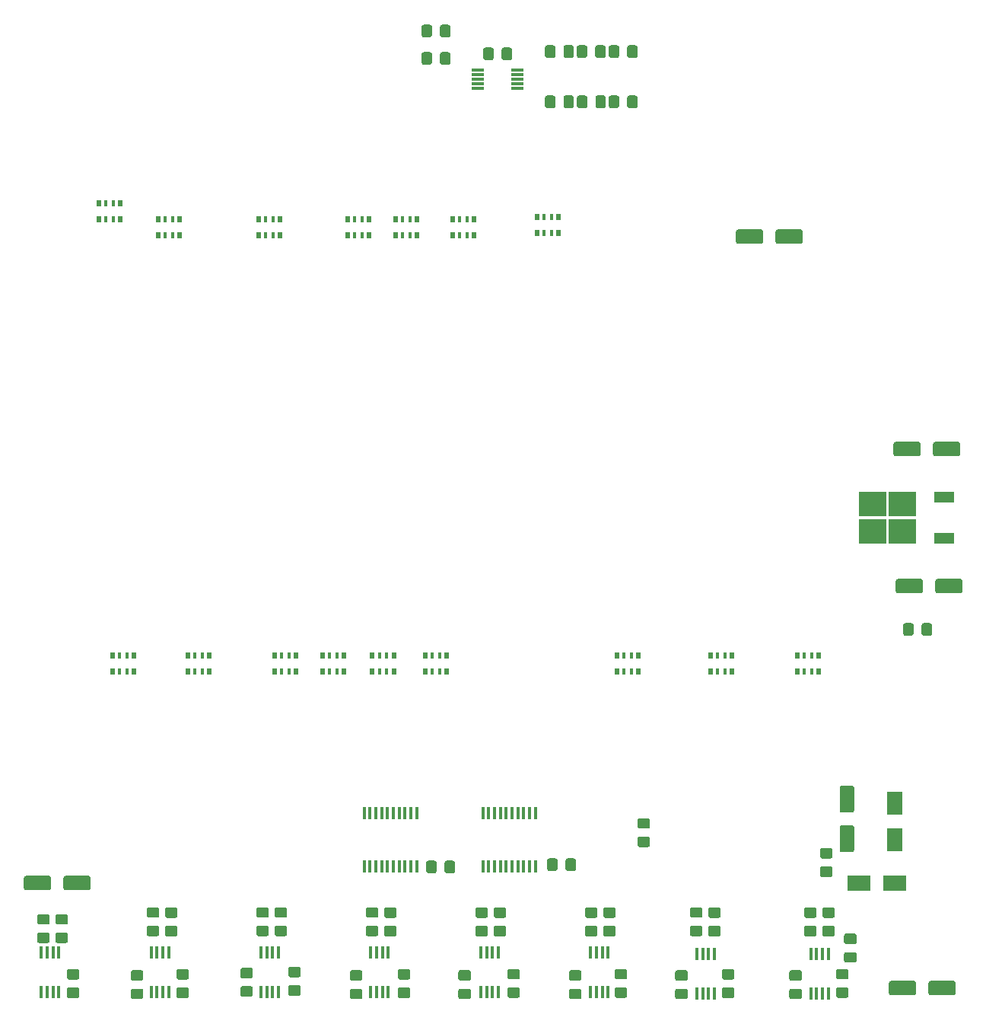
<source format=gbr>
G04 #@! TF.GenerationSoftware,KiCad,Pcbnew,(5.1.5)-3*
G04 #@! TF.CreationDate,2020-07-04T04:53:42+02:00*
G04 #@! TF.ProjectId,mixer,6d697865-722e-46b6-9963-61645f706362,rev?*
G04 #@! TF.SameCoordinates,Original*
G04 #@! TF.FileFunction,Paste,Top*
G04 #@! TF.FilePolarity,Positive*
%FSLAX46Y46*%
G04 Gerber Fmt 4.6, Leading zero omitted, Abs format (unit mm)*
G04 Created by KiCad (PCBNEW (5.1.5)-3) date 2020-07-04 04:53:42*
%MOMM*%
%LPD*%
G04 APERTURE LIST*
%ADD10C,0.100000*%
%ADD11R,0.500000X0.800000*%
%ADD12R,0.400000X0.800000*%
%ADD13R,3.050000X2.750000*%
%ADD14R,2.200000X1.200000*%
%ADD15R,2.500000X1.800000*%
%ADD16R,1.800000X2.500000*%
%ADD17R,0.450000X1.450000*%
%ADD18R,1.400000X0.300000*%
%ADD19R,0.450000X1.400000*%
G04 APERTURE END LIST*
D10*
G36*
X142333505Y-315266204D02*
G01*
X142357773Y-315269804D01*
X142381572Y-315275765D01*
X142404671Y-315284030D01*
X142426850Y-315294520D01*
X142447893Y-315307132D01*
X142467599Y-315321747D01*
X142485777Y-315338223D01*
X142502253Y-315356401D01*
X142516868Y-315376107D01*
X142529480Y-315397150D01*
X142539970Y-315419329D01*
X142548235Y-315442428D01*
X142554196Y-315466227D01*
X142557796Y-315490495D01*
X142559000Y-315514999D01*
X142559000Y-316165001D01*
X142557796Y-316189505D01*
X142554196Y-316213773D01*
X142548235Y-316237572D01*
X142539970Y-316260671D01*
X142529480Y-316282850D01*
X142516868Y-316303893D01*
X142502253Y-316323599D01*
X142485777Y-316341777D01*
X142467599Y-316358253D01*
X142447893Y-316372868D01*
X142426850Y-316385480D01*
X142404671Y-316395970D01*
X142381572Y-316404235D01*
X142357773Y-316410196D01*
X142333505Y-316413796D01*
X142309001Y-316415000D01*
X141408999Y-316415000D01*
X141384495Y-316413796D01*
X141360227Y-316410196D01*
X141336428Y-316404235D01*
X141313329Y-316395970D01*
X141291150Y-316385480D01*
X141270107Y-316372868D01*
X141250401Y-316358253D01*
X141232223Y-316341777D01*
X141215747Y-316323599D01*
X141201132Y-316303893D01*
X141188520Y-316282850D01*
X141178030Y-316260671D01*
X141169765Y-316237572D01*
X141163804Y-316213773D01*
X141160204Y-316189505D01*
X141159000Y-316165001D01*
X141159000Y-315514999D01*
X141160204Y-315490495D01*
X141163804Y-315466227D01*
X141169765Y-315442428D01*
X141178030Y-315419329D01*
X141188520Y-315397150D01*
X141201132Y-315376107D01*
X141215747Y-315356401D01*
X141232223Y-315338223D01*
X141250401Y-315321747D01*
X141270107Y-315307132D01*
X141291150Y-315294520D01*
X141313329Y-315284030D01*
X141336428Y-315275765D01*
X141360227Y-315269804D01*
X141384495Y-315266204D01*
X141408999Y-315265000D01*
X142309001Y-315265000D01*
X142333505Y-315266204D01*
G37*
G36*
X142333505Y-317316204D02*
G01*
X142357773Y-317319804D01*
X142381572Y-317325765D01*
X142404671Y-317334030D01*
X142426850Y-317344520D01*
X142447893Y-317357132D01*
X142467599Y-317371747D01*
X142485777Y-317388223D01*
X142502253Y-317406401D01*
X142516868Y-317426107D01*
X142529480Y-317447150D01*
X142539970Y-317469329D01*
X142548235Y-317492428D01*
X142554196Y-317516227D01*
X142557796Y-317540495D01*
X142559000Y-317564999D01*
X142559000Y-318215001D01*
X142557796Y-318239505D01*
X142554196Y-318263773D01*
X142548235Y-318287572D01*
X142539970Y-318310671D01*
X142529480Y-318332850D01*
X142516868Y-318353893D01*
X142502253Y-318373599D01*
X142485777Y-318391777D01*
X142467599Y-318408253D01*
X142447893Y-318422868D01*
X142426850Y-318435480D01*
X142404671Y-318445970D01*
X142381572Y-318454235D01*
X142357773Y-318460196D01*
X142333505Y-318463796D01*
X142309001Y-318465000D01*
X141408999Y-318465000D01*
X141384495Y-318463796D01*
X141360227Y-318460196D01*
X141336428Y-318454235D01*
X141313329Y-318445970D01*
X141291150Y-318435480D01*
X141270107Y-318422868D01*
X141250401Y-318408253D01*
X141232223Y-318391777D01*
X141215747Y-318373599D01*
X141201132Y-318353893D01*
X141188520Y-318332850D01*
X141178030Y-318310671D01*
X141169765Y-318287572D01*
X141163804Y-318263773D01*
X141160204Y-318239505D01*
X141159000Y-318215001D01*
X141159000Y-317564999D01*
X141160204Y-317540495D01*
X141163804Y-317516227D01*
X141169765Y-317492428D01*
X141178030Y-317469329D01*
X141188520Y-317447150D01*
X141201132Y-317426107D01*
X141215747Y-317406401D01*
X141232223Y-317388223D01*
X141250401Y-317371747D01*
X141270107Y-317357132D01*
X141291150Y-317344520D01*
X141313329Y-317334030D01*
X141336428Y-317325765D01*
X141360227Y-317319804D01*
X141384495Y-317316204D01*
X141408999Y-317315000D01*
X142309001Y-317315000D01*
X142333505Y-317316204D01*
G37*
G36*
X179163505Y-315275204D02*
G01*
X179187773Y-315278804D01*
X179211572Y-315284765D01*
X179234671Y-315293030D01*
X179256850Y-315303520D01*
X179277893Y-315316132D01*
X179297599Y-315330747D01*
X179315777Y-315347223D01*
X179332253Y-315365401D01*
X179346868Y-315385107D01*
X179359480Y-315406150D01*
X179369970Y-315428329D01*
X179378235Y-315451428D01*
X179384196Y-315475227D01*
X179387796Y-315499495D01*
X179389000Y-315523999D01*
X179389000Y-316174001D01*
X179387796Y-316198505D01*
X179384196Y-316222773D01*
X179378235Y-316246572D01*
X179369970Y-316269671D01*
X179359480Y-316291850D01*
X179346868Y-316312893D01*
X179332253Y-316332599D01*
X179315777Y-316350777D01*
X179297599Y-316367253D01*
X179277893Y-316381868D01*
X179256850Y-316394480D01*
X179234671Y-316404970D01*
X179211572Y-316413235D01*
X179187773Y-316419196D01*
X179163505Y-316422796D01*
X179139001Y-316424000D01*
X178238999Y-316424000D01*
X178214495Y-316422796D01*
X178190227Y-316419196D01*
X178166428Y-316413235D01*
X178143329Y-316404970D01*
X178121150Y-316394480D01*
X178100107Y-316381868D01*
X178080401Y-316367253D01*
X178062223Y-316350777D01*
X178045747Y-316332599D01*
X178031132Y-316312893D01*
X178018520Y-316291850D01*
X178008030Y-316269671D01*
X177999765Y-316246572D01*
X177993804Y-316222773D01*
X177990204Y-316198505D01*
X177989000Y-316174001D01*
X177989000Y-315523999D01*
X177990204Y-315499495D01*
X177993804Y-315475227D01*
X177999765Y-315451428D01*
X178008030Y-315428329D01*
X178018520Y-315406150D01*
X178031132Y-315385107D01*
X178045747Y-315365401D01*
X178062223Y-315347223D01*
X178080401Y-315330747D01*
X178100107Y-315316132D01*
X178121150Y-315303520D01*
X178143329Y-315293030D01*
X178166428Y-315284765D01*
X178190227Y-315278804D01*
X178214495Y-315275204D01*
X178238999Y-315274000D01*
X179139001Y-315274000D01*
X179163505Y-315275204D01*
G37*
G36*
X179163505Y-317325204D02*
G01*
X179187773Y-317328804D01*
X179211572Y-317334765D01*
X179234671Y-317343030D01*
X179256850Y-317353520D01*
X179277893Y-317366132D01*
X179297599Y-317380747D01*
X179315777Y-317397223D01*
X179332253Y-317415401D01*
X179346868Y-317435107D01*
X179359480Y-317456150D01*
X179369970Y-317478329D01*
X179378235Y-317501428D01*
X179384196Y-317525227D01*
X179387796Y-317549495D01*
X179389000Y-317573999D01*
X179389000Y-318224001D01*
X179387796Y-318248505D01*
X179384196Y-318272773D01*
X179378235Y-318296572D01*
X179369970Y-318319671D01*
X179359480Y-318341850D01*
X179346868Y-318362893D01*
X179332253Y-318382599D01*
X179315777Y-318400777D01*
X179297599Y-318417253D01*
X179277893Y-318431868D01*
X179256850Y-318444480D01*
X179234671Y-318454970D01*
X179211572Y-318463235D01*
X179187773Y-318469196D01*
X179163505Y-318472796D01*
X179139001Y-318474000D01*
X178238999Y-318474000D01*
X178214495Y-318472796D01*
X178190227Y-318469196D01*
X178166428Y-318463235D01*
X178143329Y-318454970D01*
X178121150Y-318444480D01*
X178100107Y-318431868D01*
X178080401Y-318417253D01*
X178062223Y-318400777D01*
X178045747Y-318382599D01*
X178031132Y-318362893D01*
X178018520Y-318341850D01*
X178008030Y-318319671D01*
X177999765Y-318296572D01*
X177993804Y-318272773D01*
X177990204Y-318248505D01*
X177989000Y-318224001D01*
X177989000Y-317573999D01*
X177990204Y-317549495D01*
X177993804Y-317525227D01*
X177999765Y-317501428D01*
X178008030Y-317478329D01*
X178018520Y-317456150D01*
X178031132Y-317435107D01*
X178045747Y-317415401D01*
X178062223Y-317397223D01*
X178080401Y-317380747D01*
X178100107Y-317366132D01*
X178121150Y-317353520D01*
X178143329Y-317343030D01*
X178166428Y-317334765D01*
X178190227Y-317328804D01*
X178214495Y-317325204D01*
X178238999Y-317324000D01*
X179139001Y-317324000D01*
X179163505Y-317325204D01*
G37*
G36*
X105884505Y-315266204D02*
G01*
X105908773Y-315269804D01*
X105932572Y-315275765D01*
X105955671Y-315284030D01*
X105977850Y-315294520D01*
X105998893Y-315307132D01*
X106018599Y-315321747D01*
X106036777Y-315338223D01*
X106053253Y-315356401D01*
X106067868Y-315376107D01*
X106080480Y-315397150D01*
X106090970Y-315419329D01*
X106099235Y-315442428D01*
X106105196Y-315466227D01*
X106108796Y-315490495D01*
X106110000Y-315514999D01*
X106110000Y-316165001D01*
X106108796Y-316189505D01*
X106105196Y-316213773D01*
X106099235Y-316237572D01*
X106090970Y-316260671D01*
X106080480Y-316282850D01*
X106067868Y-316303893D01*
X106053253Y-316323599D01*
X106036777Y-316341777D01*
X106018599Y-316358253D01*
X105998893Y-316372868D01*
X105977850Y-316385480D01*
X105955671Y-316395970D01*
X105932572Y-316404235D01*
X105908773Y-316410196D01*
X105884505Y-316413796D01*
X105860001Y-316415000D01*
X104959999Y-316415000D01*
X104935495Y-316413796D01*
X104911227Y-316410196D01*
X104887428Y-316404235D01*
X104864329Y-316395970D01*
X104842150Y-316385480D01*
X104821107Y-316372868D01*
X104801401Y-316358253D01*
X104783223Y-316341777D01*
X104766747Y-316323599D01*
X104752132Y-316303893D01*
X104739520Y-316282850D01*
X104729030Y-316260671D01*
X104720765Y-316237572D01*
X104714804Y-316213773D01*
X104711204Y-316189505D01*
X104710000Y-316165001D01*
X104710000Y-315514999D01*
X104711204Y-315490495D01*
X104714804Y-315466227D01*
X104720765Y-315442428D01*
X104729030Y-315419329D01*
X104739520Y-315397150D01*
X104752132Y-315376107D01*
X104766747Y-315356401D01*
X104783223Y-315338223D01*
X104801401Y-315321747D01*
X104821107Y-315307132D01*
X104842150Y-315294520D01*
X104864329Y-315284030D01*
X104887428Y-315275765D01*
X104911227Y-315269804D01*
X104935495Y-315266204D01*
X104959999Y-315265000D01*
X105860001Y-315265000D01*
X105884505Y-315266204D01*
G37*
G36*
X105884505Y-317316204D02*
G01*
X105908773Y-317319804D01*
X105932572Y-317325765D01*
X105955671Y-317334030D01*
X105977850Y-317344520D01*
X105998893Y-317357132D01*
X106018599Y-317371747D01*
X106036777Y-317388223D01*
X106053253Y-317406401D01*
X106067868Y-317426107D01*
X106080480Y-317447150D01*
X106090970Y-317469329D01*
X106099235Y-317492428D01*
X106105196Y-317516227D01*
X106108796Y-317540495D01*
X106110000Y-317564999D01*
X106110000Y-318215001D01*
X106108796Y-318239505D01*
X106105196Y-318263773D01*
X106099235Y-318287572D01*
X106090970Y-318310671D01*
X106080480Y-318332850D01*
X106067868Y-318353893D01*
X106053253Y-318373599D01*
X106036777Y-318391777D01*
X106018599Y-318408253D01*
X105998893Y-318422868D01*
X105977850Y-318435480D01*
X105955671Y-318445970D01*
X105932572Y-318454235D01*
X105908773Y-318460196D01*
X105884505Y-318463796D01*
X105860001Y-318465000D01*
X104959999Y-318465000D01*
X104935495Y-318463796D01*
X104911227Y-318460196D01*
X104887428Y-318454235D01*
X104864329Y-318445970D01*
X104842150Y-318435480D01*
X104821107Y-318422868D01*
X104801401Y-318408253D01*
X104783223Y-318391777D01*
X104766747Y-318373599D01*
X104752132Y-318353893D01*
X104739520Y-318332850D01*
X104729030Y-318310671D01*
X104720765Y-318287572D01*
X104714804Y-318263773D01*
X104711204Y-318239505D01*
X104710000Y-318215001D01*
X104710000Y-317564999D01*
X104711204Y-317540495D01*
X104714804Y-317516227D01*
X104720765Y-317492428D01*
X104729030Y-317469329D01*
X104739520Y-317447150D01*
X104752132Y-317426107D01*
X104766747Y-317406401D01*
X104783223Y-317388223D01*
X104801401Y-317371747D01*
X104821107Y-317357132D01*
X104842150Y-317344520D01*
X104864329Y-317334030D01*
X104887428Y-317325765D01*
X104911227Y-317319804D01*
X104935495Y-317316204D01*
X104959999Y-317315000D01*
X105860001Y-317315000D01*
X105884505Y-317316204D01*
G37*
G36*
X130268505Y-315275204D02*
G01*
X130292773Y-315278804D01*
X130316572Y-315284765D01*
X130339671Y-315293030D01*
X130361850Y-315303520D01*
X130382893Y-315316132D01*
X130402599Y-315330747D01*
X130420777Y-315347223D01*
X130437253Y-315365401D01*
X130451868Y-315385107D01*
X130464480Y-315406150D01*
X130474970Y-315428329D01*
X130483235Y-315451428D01*
X130489196Y-315475227D01*
X130492796Y-315499495D01*
X130494000Y-315523999D01*
X130494000Y-316174001D01*
X130492796Y-316198505D01*
X130489196Y-316222773D01*
X130483235Y-316246572D01*
X130474970Y-316269671D01*
X130464480Y-316291850D01*
X130451868Y-316312893D01*
X130437253Y-316332599D01*
X130420777Y-316350777D01*
X130402599Y-316367253D01*
X130382893Y-316381868D01*
X130361850Y-316394480D01*
X130339671Y-316404970D01*
X130316572Y-316413235D01*
X130292773Y-316419196D01*
X130268505Y-316422796D01*
X130244001Y-316424000D01*
X129343999Y-316424000D01*
X129319495Y-316422796D01*
X129295227Y-316419196D01*
X129271428Y-316413235D01*
X129248329Y-316404970D01*
X129226150Y-316394480D01*
X129205107Y-316381868D01*
X129185401Y-316367253D01*
X129167223Y-316350777D01*
X129150747Y-316332599D01*
X129136132Y-316312893D01*
X129123520Y-316291850D01*
X129113030Y-316269671D01*
X129104765Y-316246572D01*
X129098804Y-316222773D01*
X129095204Y-316198505D01*
X129094000Y-316174001D01*
X129094000Y-315523999D01*
X129095204Y-315499495D01*
X129098804Y-315475227D01*
X129104765Y-315451428D01*
X129113030Y-315428329D01*
X129123520Y-315406150D01*
X129136132Y-315385107D01*
X129150747Y-315365401D01*
X129167223Y-315347223D01*
X129185401Y-315330747D01*
X129205107Y-315316132D01*
X129226150Y-315303520D01*
X129248329Y-315293030D01*
X129271428Y-315284765D01*
X129295227Y-315278804D01*
X129319495Y-315275204D01*
X129343999Y-315274000D01*
X130244001Y-315274000D01*
X130268505Y-315275204D01*
G37*
G36*
X130268505Y-317325204D02*
G01*
X130292773Y-317328804D01*
X130316572Y-317334765D01*
X130339671Y-317343030D01*
X130361850Y-317353520D01*
X130382893Y-317366132D01*
X130402599Y-317380747D01*
X130420777Y-317397223D01*
X130437253Y-317415401D01*
X130451868Y-317435107D01*
X130464480Y-317456150D01*
X130474970Y-317478329D01*
X130483235Y-317501428D01*
X130489196Y-317525227D01*
X130492796Y-317549495D01*
X130494000Y-317573999D01*
X130494000Y-318224001D01*
X130492796Y-318248505D01*
X130489196Y-318272773D01*
X130483235Y-318296572D01*
X130474970Y-318319671D01*
X130464480Y-318341850D01*
X130451868Y-318362893D01*
X130437253Y-318382599D01*
X130420777Y-318400777D01*
X130402599Y-318417253D01*
X130382893Y-318431868D01*
X130361850Y-318444480D01*
X130339671Y-318454970D01*
X130316572Y-318463235D01*
X130292773Y-318469196D01*
X130268505Y-318472796D01*
X130244001Y-318474000D01*
X129343999Y-318474000D01*
X129319495Y-318472796D01*
X129295227Y-318469196D01*
X129271428Y-318463235D01*
X129248329Y-318454970D01*
X129226150Y-318444480D01*
X129205107Y-318431868D01*
X129185401Y-318417253D01*
X129167223Y-318400777D01*
X129150747Y-318382599D01*
X129136132Y-318362893D01*
X129123520Y-318341850D01*
X129113030Y-318319671D01*
X129104765Y-318296572D01*
X129098804Y-318272773D01*
X129095204Y-318248505D01*
X129094000Y-318224001D01*
X129094000Y-317573999D01*
X129095204Y-317549495D01*
X129098804Y-317525227D01*
X129104765Y-317501428D01*
X129113030Y-317478329D01*
X129123520Y-317456150D01*
X129136132Y-317435107D01*
X129150747Y-317415401D01*
X129167223Y-317397223D01*
X129185401Y-317380747D01*
X129205107Y-317366132D01*
X129226150Y-317353520D01*
X129248329Y-317343030D01*
X129271428Y-317334765D01*
X129295227Y-317328804D01*
X129319495Y-317325204D01*
X129343999Y-317324000D01*
X130244001Y-317324000D01*
X130268505Y-317325204D01*
G37*
G36*
X154652505Y-315275204D02*
G01*
X154676773Y-315278804D01*
X154700572Y-315284765D01*
X154723671Y-315293030D01*
X154745850Y-315303520D01*
X154766893Y-315316132D01*
X154786599Y-315330747D01*
X154804777Y-315347223D01*
X154821253Y-315365401D01*
X154835868Y-315385107D01*
X154848480Y-315406150D01*
X154858970Y-315428329D01*
X154867235Y-315451428D01*
X154873196Y-315475227D01*
X154876796Y-315499495D01*
X154878000Y-315523999D01*
X154878000Y-316174001D01*
X154876796Y-316198505D01*
X154873196Y-316222773D01*
X154867235Y-316246572D01*
X154858970Y-316269671D01*
X154848480Y-316291850D01*
X154835868Y-316312893D01*
X154821253Y-316332599D01*
X154804777Y-316350777D01*
X154786599Y-316367253D01*
X154766893Y-316381868D01*
X154745850Y-316394480D01*
X154723671Y-316404970D01*
X154700572Y-316413235D01*
X154676773Y-316419196D01*
X154652505Y-316422796D01*
X154628001Y-316424000D01*
X153727999Y-316424000D01*
X153703495Y-316422796D01*
X153679227Y-316419196D01*
X153655428Y-316413235D01*
X153632329Y-316404970D01*
X153610150Y-316394480D01*
X153589107Y-316381868D01*
X153569401Y-316367253D01*
X153551223Y-316350777D01*
X153534747Y-316332599D01*
X153520132Y-316312893D01*
X153507520Y-316291850D01*
X153497030Y-316269671D01*
X153488765Y-316246572D01*
X153482804Y-316222773D01*
X153479204Y-316198505D01*
X153478000Y-316174001D01*
X153478000Y-315523999D01*
X153479204Y-315499495D01*
X153482804Y-315475227D01*
X153488765Y-315451428D01*
X153497030Y-315428329D01*
X153507520Y-315406150D01*
X153520132Y-315385107D01*
X153534747Y-315365401D01*
X153551223Y-315347223D01*
X153569401Y-315330747D01*
X153589107Y-315316132D01*
X153610150Y-315303520D01*
X153632329Y-315293030D01*
X153655428Y-315284765D01*
X153679227Y-315278804D01*
X153703495Y-315275204D01*
X153727999Y-315274000D01*
X154628001Y-315274000D01*
X154652505Y-315275204D01*
G37*
G36*
X154652505Y-317325204D02*
G01*
X154676773Y-317328804D01*
X154700572Y-317334765D01*
X154723671Y-317343030D01*
X154745850Y-317353520D01*
X154766893Y-317366132D01*
X154786599Y-317380747D01*
X154804777Y-317397223D01*
X154821253Y-317415401D01*
X154835868Y-317435107D01*
X154848480Y-317456150D01*
X154858970Y-317478329D01*
X154867235Y-317501428D01*
X154873196Y-317525227D01*
X154876796Y-317549495D01*
X154878000Y-317573999D01*
X154878000Y-318224001D01*
X154876796Y-318248505D01*
X154873196Y-318272773D01*
X154867235Y-318296572D01*
X154858970Y-318319671D01*
X154848480Y-318341850D01*
X154835868Y-318362893D01*
X154821253Y-318382599D01*
X154804777Y-318400777D01*
X154786599Y-318417253D01*
X154766893Y-318431868D01*
X154745850Y-318444480D01*
X154723671Y-318454970D01*
X154700572Y-318463235D01*
X154676773Y-318469196D01*
X154652505Y-318472796D01*
X154628001Y-318474000D01*
X153727999Y-318474000D01*
X153703495Y-318472796D01*
X153679227Y-318469196D01*
X153655428Y-318463235D01*
X153632329Y-318454970D01*
X153610150Y-318444480D01*
X153589107Y-318431868D01*
X153569401Y-318417253D01*
X153551223Y-318400777D01*
X153534747Y-318382599D01*
X153520132Y-318362893D01*
X153507520Y-318341850D01*
X153497030Y-318319671D01*
X153488765Y-318296572D01*
X153482804Y-318272773D01*
X153479204Y-318248505D01*
X153478000Y-318224001D01*
X153478000Y-317573999D01*
X153479204Y-317549495D01*
X153482804Y-317525227D01*
X153488765Y-317501428D01*
X153497030Y-317478329D01*
X153507520Y-317456150D01*
X153520132Y-317435107D01*
X153534747Y-317415401D01*
X153551223Y-317397223D01*
X153569401Y-317380747D01*
X153589107Y-317366132D01*
X153610150Y-317353520D01*
X153632329Y-317343030D01*
X153655428Y-317334765D01*
X153679227Y-317328804D01*
X153703495Y-317325204D01*
X153727999Y-317324000D01*
X154628001Y-317324000D01*
X154652505Y-317325204D01*
G37*
G36*
X185259505Y-311202204D02*
G01*
X185283773Y-311205804D01*
X185307572Y-311211765D01*
X185330671Y-311220030D01*
X185352850Y-311230520D01*
X185373893Y-311243132D01*
X185393599Y-311257747D01*
X185411777Y-311274223D01*
X185428253Y-311292401D01*
X185442868Y-311312107D01*
X185455480Y-311333150D01*
X185465970Y-311355329D01*
X185474235Y-311378428D01*
X185480196Y-311402227D01*
X185483796Y-311426495D01*
X185485000Y-311450999D01*
X185485000Y-312101001D01*
X185483796Y-312125505D01*
X185480196Y-312149773D01*
X185474235Y-312173572D01*
X185465970Y-312196671D01*
X185455480Y-312218850D01*
X185442868Y-312239893D01*
X185428253Y-312259599D01*
X185411777Y-312277777D01*
X185393599Y-312294253D01*
X185373893Y-312308868D01*
X185352850Y-312321480D01*
X185330671Y-312331970D01*
X185307572Y-312340235D01*
X185283773Y-312346196D01*
X185259505Y-312349796D01*
X185235001Y-312351000D01*
X184334999Y-312351000D01*
X184310495Y-312349796D01*
X184286227Y-312346196D01*
X184262428Y-312340235D01*
X184239329Y-312331970D01*
X184217150Y-312321480D01*
X184196107Y-312308868D01*
X184176401Y-312294253D01*
X184158223Y-312277777D01*
X184141747Y-312259599D01*
X184127132Y-312239893D01*
X184114520Y-312218850D01*
X184104030Y-312196671D01*
X184095765Y-312173572D01*
X184089804Y-312149773D01*
X184086204Y-312125505D01*
X184085000Y-312101001D01*
X184085000Y-311450999D01*
X184086204Y-311426495D01*
X184089804Y-311402227D01*
X184095765Y-311378428D01*
X184104030Y-311355329D01*
X184114520Y-311333150D01*
X184127132Y-311312107D01*
X184141747Y-311292401D01*
X184158223Y-311274223D01*
X184176401Y-311257747D01*
X184196107Y-311243132D01*
X184217150Y-311230520D01*
X184239329Y-311220030D01*
X184262428Y-311211765D01*
X184286227Y-311205804D01*
X184310495Y-311202204D01*
X184334999Y-311201000D01*
X185235001Y-311201000D01*
X185259505Y-311202204D01*
G37*
G36*
X185259505Y-313252204D02*
G01*
X185283773Y-313255804D01*
X185307572Y-313261765D01*
X185330671Y-313270030D01*
X185352850Y-313280520D01*
X185373893Y-313293132D01*
X185393599Y-313307747D01*
X185411777Y-313324223D01*
X185428253Y-313342401D01*
X185442868Y-313362107D01*
X185455480Y-313383150D01*
X185465970Y-313405329D01*
X185474235Y-313428428D01*
X185480196Y-313452227D01*
X185483796Y-313476495D01*
X185485000Y-313500999D01*
X185485000Y-314151001D01*
X185483796Y-314175505D01*
X185480196Y-314199773D01*
X185474235Y-314223572D01*
X185465970Y-314246671D01*
X185455480Y-314268850D01*
X185442868Y-314289893D01*
X185428253Y-314309599D01*
X185411777Y-314327777D01*
X185393599Y-314344253D01*
X185373893Y-314358868D01*
X185352850Y-314371480D01*
X185330671Y-314381970D01*
X185307572Y-314390235D01*
X185283773Y-314396196D01*
X185259505Y-314399796D01*
X185235001Y-314401000D01*
X184334999Y-314401000D01*
X184310495Y-314399796D01*
X184286227Y-314396196D01*
X184262428Y-314390235D01*
X184239329Y-314381970D01*
X184217150Y-314371480D01*
X184196107Y-314358868D01*
X184176401Y-314344253D01*
X184158223Y-314327777D01*
X184141747Y-314309599D01*
X184127132Y-314289893D01*
X184114520Y-314268850D01*
X184104030Y-314246671D01*
X184095765Y-314223572D01*
X184089804Y-314199773D01*
X184086204Y-314175505D01*
X184085000Y-314151001D01*
X184085000Y-313500999D01*
X184086204Y-313476495D01*
X184089804Y-313452227D01*
X184095765Y-313428428D01*
X184104030Y-313405329D01*
X184114520Y-313383150D01*
X184127132Y-313362107D01*
X184141747Y-313342401D01*
X184158223Y-313324223D01*
X184176401Y-313307747D01*
X184196107Y-313293132D01*
X184217150Y-313280520D01*
X184239329Y-313270030D01*
X184262428Y-313261765D01*
X184286227Y-313255804D01*
X184310495Y-313252204D01*
X184334999Y-313251000D01*
X185235001Y-313251000D01*
X185259505Y-313252204D01*
G37*
G36*
X118076505Y-315003204D02*
G01*
X118100773Y-315006804D01*
X118124572Y-315012765D01*
X118147671Y-315021030D01*
X118169850Y-315031520D01*
X118190893Y-315044132D01*
X118210599Y-315058747D01*
X118228777Y-315075223D01*
X118245253Y-315093401D01*
X118259868Y-315113107D01*
X118272480Y-315134150D01*
X118282970Y-315156329D01*
X118291235Y-315179428D01*
X118297196Y-315203227D01*
X118300796Y-315227495D01*
X118302000Y-315251999D01*
X118302000Y-315902001D01*
X118300796Y-315926505D01*
X118297196Y-315950773D01*
X118291235Y-315974572D01*
X118282970Y-315997671D01*
X118272480Y-316019850D01*
X118259868Y-316040893D01*
X118245253Y-316060599D01*
X118228777Y-316078777D01*
X118210599Y-316095253D01*
X118190893Y-316109868D01*
X118169850Y-316122480D01*
X118147671Y-316132970D01*
X118124572Y-316141235D01*
X118100773Y-316147196D01*
X118076505Y-316150796D01*
X118052001Y-316152000D01*
X117151999Y-316152000D01*
X117127495Y-316150796D01*
X117103227Y-316147196D01*
X117079428Y-316141235D01*
X117056329Y-316132970D01*
X117034150Y-316122480D01*
X117013107Y-316109868D01*
X116993401Y-316095253D01*
X116975223Y-316078777D01*
X116958747Y-316060599D01*
X116944132Y-316040893D01*
X116931520Y-316019850D01*
X116921030Y-315997671D01*
X116912765Y-315974572D01*
X116906804Y-315950773D01*
X116903204Y-315926505D01*
X116902000Y-315902001D01*
X116902000Y-315251999D01*
X116903204Y-315227495D01*
X116906804Y-315203227D01*
X116912765Y-315179428D01*
X116921030Y-315156329D01*
X116931520Y-315134150D01*
X116944132Y-315113107D01*
X116958747Y-315093401D01*
X116975223Y-315075223D01*
X116993401Y-315058747D01*
X117013107Y-315044132D01*
X117034150Y-315031520D01*
X117056329Y-315021030D01*
X117079428Y-315012765D01*
X117103227Y-315006804D01*
X117127495Y-315003204D01*
X117151999Y-315002000D01*
X118052001Y-315002000D01*
X118076505Y-315003204D01*
G37*
G36*
X118076505Y-317053204D02*
G01*
X118100773Y-317056804D01*
X118124572Y-317062765D01*
X118147671Y-317071030D01*
X118169850Y-317081520D01*
X118190893Y-317094132D01*
X118210599Y-317108747D01*
X118228777Y-317125223D01*
X118245253Y-317143401D01*
X118259868Y-317163107D01*
X118272480Y-317184150D01*
X118282970Y-317206329D01*
X118291235Y-317229428D01*
X118297196Y-317253227D01*
X118300796Y-317277495D01*
X118302000Y-317301999D01*
X118302000Y-317952001D01*
X118300796Y-317976505D01*
X118297196Y-318000773D01*
X118291235Y-318024572D01*
X118282970Y-318047671D01*
X118272480Y-318069850D01*
X118259868Y-318090893D01*
X118245253Y-318110599D01*
X118228777Y-318128777D01*
X118210599Y-318145253D01*
X118190893Y-318159868D01*
X118169850Y-318172480D01*
X118147671Y-318182970D01*
X118124572Y-318191235D01*
X118100773Y-318197196D01*
X118076505Y-318200796D01*
X118052001Y-318202000D01*
X117151999Y-318202000D01*
X117127495Y-318200796D01*
X117103227Y-318197196D01*
X117079428Y-318191235D01*
X117056329Y-318182970D01*
X117034150Y-318172480D01*
X117013107Y-318159868D01*
X116993401Y-318145253D01*
X116975223Y-318128777D01*
X116958747Y-318110599D01*
X116944132Y-318090893D01*
X116931520Y-318069850D01*
X116921030Y-318047671D01*
X116912765Y-318024572D01*
X116906804Y-318000773D01*
X116903204Y-317976505D01*
X116902000Y-317952001D01*
X116902000Y-317301999D01*
X116903204Y-317277495D01*
X116906804Y-317253227D01*
X116912765Y-317229428D01*
X116921030Y-317206329D01*
X116931520Y-317184150D01*
X116944132Y-317163107D01*
X116958747Y-317143401D01*
X116975223Y-317125223D01*
X116993401Y-317108747D01*
X117013107Y-317094132D01*
X117034150Y-317081520D01*
X117056329Y-317071030D01*
X117079428Y-317062765D01*
X117103227Y-317056804D01*
X117127495Y-317053204D01*
X117151999Y-317052000D01*
X118052001Y-317052000D01*
X118076505Y-317053204D01*
G37*
G36*
X166463505Y-315275204D02*
G01*
X166487773Y-315278804D01*
X166511572Y-315284765D01*
X166534671Y-315293030D01*
X166556850Y-315303520D01*
X166577893Y-315316132D01*
X166597599Y-315330747D01*
X166615777Y-315347223D01*
X166632253Y-315365401D01*
X166646868Y-315385107D01*
X166659480Y-315406150D01*
X166669970Y-315428329D01*
X166678235Y-315451428D01*
X166684196Y-315475227D01*
X166687796Y-315499495D01*
X166689000Y-315523999D01*
X166689000Y-316174001D01*
X166687796Y-316198505D01*
X166684196Y-316222773D01*
X166678235Y-316246572D01*
X166669970Y-316269671D01*
X166659480Y-316291850D01*
X166646868Y-316312893D01*
X166632253Y-316332599D01*
X166615777Y-316350777D01*
X166597599Y-316367253D01*
X166577893Y-316381868D01*
X166556850Y-316394480D01*
X166534671Y-316404970D01*
X166511572Y-316413235D01*
X166487773Y-316419196D01*
X166463505Y-316422796D01*
X166439001Y-316424000D01*
X165538999Y-316424000D01*
X165514495Y-316422796D01*
X165490227Y-316419196D01*
X165466428Y-316413235D01*
X165443329Y-316404970D01*
X165421150Y-316394480D01*
X165400107Y-316381868D01*
X165380401Y-316367253D01*
X165362223Y-316350777D01*
X165345747Y-316332599D01*
X165331132Y-316312893D01*
X165318520Y-316291850D01*
X165308030Y-316269671D01*
X165299765Y-316246572D01*
X165293804Y-316222773D01*
X165290204Y-316198505D01*
X165289000Y-316174001D01*
X165289000Y-315523999D01*
X165290204Y-315499495D01*
X165293804Y-315475227D01*
X165299765Y-315451428D01*
X165308030Y-315428329D01*
X165318520Y-315406150D01*
X165331132Y-315385107D01*
X165345747Y-315365401D01*
X165362223Y-315347223D01*
X165380401Y-315330747D01*
X165400107Y-315316132D01*
X165421150Y-315303520D01*
X165443329Y-315293030D01*
X165466428Y-315284765D01*
X165490227Y-315278804D01*
X165514495Y-315275204D01*
X165538999Y-315274000D01*
X166439001Y-315274000D01*
X166463505Y-315275204D01*
G37*
G36*
X166463505Y-317325204D02*
G01*
X166487773Y-317328804D01*
X166511572Y-317334765D01*
X166534671Y-317343030D01*
X166556850Y-317353520D01*
X166577893Y-317366132D01*
X166597599Y-317380747D01*
X166615777Y-317397223D01*
X166632253Y-317415401D01*
X166646868Y-317435107D01*
X166659480Y-317456150D01*
X166669970Y-317478329D01*
X166678235Y-317501428D01*
X166684196Y-317525227D01*
X166687796Y-317549495D01*
X166689000Y-317573999D01*
X166689000Y-318224001D01*
X166687796Y-318248505D01*
X166684196Y-318272773D01*
X166678235Y-318296572D01*
X166669970Y-318319671D01*
X166659480Y-318341850D01*
X166646868Y-318362893D01*
X166632253Y-318382599D01*
X166615777Y-318400777D01*
X166597599Y-318417253D01*
X166577893Y-318431868D01*
X166556850Y-318444480D01*
X166534671Y-318454970D01*
X166511572Y-318463235D01*
X166487773Y-318469196D01*
X166463505Y-318472796D01*
X166439001Y-318474000D01*
X165538999Y-318474000D01*
X165514495Y-318472796D01*
X165490227Y-318469196D01*
X165466428Y-318463235D01*
X165443329Y-318454970D01*
X165421150Y-318444480D01*
X165400107Y-318431868D01*
X165380401Y-318417253D01*
X165362223Y-318400777D01*
X165345747Y-318382599D01*
X165331132Y-318362893D01*
X165318520Y-318341850D01*
X165308030Y-318319671D01*
X165299765Y-318296572D01*
X165293804Y-318272773D01*
X165290204Y-318248505D01*
X165289000Y-318224001D01*
X165289000Y-317573999D01*
X165290204Y-317549495D01*
X165293804Y-317525227D01*
X165299765Y-317501428D01*
X165308030Y-317478329D01*
X165318520Y-317456150D01*
X165331132Y-317435107D01*
X165345747Y-317415401D01*
X165362223Y-317397223D01*
X165380401Y-317380747D01*
X165400107Y-317366132D01*
X165421150Y-317353520D01*
X165443329Y-317343030D01*
X165466428Y-317334765D01*
X165490227Y-317328804D01*
X165514495Y-317325204D01*
X165538999Y-317324000D01*
X166439001Y-317324000D01*
X166463505Y-317325204D01*
G37*
G36*
X97502505Y-309043204D02*
G01*
X97526773Y-309046804D01*
X97550572Y-309052765D01*
X97573671Y-309061030D01*
X97595850Y-309071520D01*
X97616893Y-309084132D01*
X97636599Y-309098747D01*
X97654777Y-309115223D01*
X97671253Y-309133401D01*
X97685868Y-309153107D01*
X97698480Y-309174150D01*
X97708970Y-309196329D01*
X97717235Y-309219428D01*
X97723196Y-309243227D01*
X97726796Y-309267495D01*
X97728000Y-309291999D01*
X97728000Y-309942001D01*
X97726796Y-309966505D01*
X97723196Y-309990773D01*
X97717235Y-310014572D01*
X97708970Y-310037671D01*
X97698480Y-310059850D01*
X97685868Y-310080893D01*
X97671253Y-310100599D01*
X97654777Y-310118777D01*
X97636599Y-310135253D01*
X97616893Y-310149868D01*
X97595850Y-310162480D01*
X97573671Y-310172970D01*
X97550572Y-310181235D01*
X97526773Y-310187196D01*
X97502505Y-310190796D01*
X97478001Y-310192000D01*
X96577999Y-310192000D01*
X96553495Y-310190796D01*
X96529227Y-310187196D01*
X96505428Y-310181235D01*
X96482329Y-310172970D01*
X96460150Y-310162480D01*
X96439107Y-310149868D01*
X96419401Y-310135253D01*
X96401223Y-310118777D01*
X96384747Y-310100599D01*
X96370132Y-310080893D01*
X96357520Y-310059850D01*
X96347030Y-310037671D01*
X96338765Y-310014572D01*
X96332804Y-309990773D01*
X96329204Y-309966505D01*
X96328000Y-309942001D01*
X96328000Y-309291999D01*
X96329204Y-309267495D01*
X96332804Y-309243227D01*
X96338765Y-309219428D01*
X96347030Y-309196329D01*
X96357520Y-309174150D01*
X96370132Y-309153107D01*
X96384747Y-309133401D01*
X96401223Y-309115223D01*
X96419401Y-309098747D01*
X96439107Y-309084132D01*
X96460150Y-309071520D01*
X96482329Y-309061030D01*
X96505428Y-309052765D01*
X96529227Y-309046804D01*
X96553495Y-309043204D01*
X96577999Y-309042000D01*
X97478001Y-309042000D01*
X97502505Y-309043204D01*
G37*
G36*
X97502505Y-311093204D02*
G01*
X97526773Y-311096804D01*
X97550572Y-311102765D01*
X97573671Y-311111030D01*
X97595850Y-311121520D01*
X97616893Y-311134132D01*
X97636599Y-311148747D01*
X97654777Y-311165223D01*
X97671253Y-311183401D01*
X97685868Y-311203107D01*
X97698480Y-311224150D01*
X97708970Y-311246329D01*
X97717235Y-311269428D01*
X97723196Y-311293227D01*
X97726796Y-311317495D01*
X97728000Y-311341999D01*
X97728000Y-311992001D01*
X97726796Y-312016505D01*
X97723196Y-312040773D01*
X97717235Y-312064572D01*
X97708970Y-312087671D01*
X97698480Y-312109850D01*
X97685868Y-312130893D01*
X97671253Y-312150599D01*
X97654777Y-312168777D01*
X97636599Y-312185253D01*
X97616893Y-312199868D01*
X97595850Y-312212480D01*
X97573671Y-312222970D01*
X97550572Y-312231235D01*
X97526773Y-312237196D01*
X97502505Y-312240796D01*
X97478001Y-312242000D01*
X96577999Y-312242000D01*
X96553495Y-312240796D01*
X96529227Y-312237196D01*
X96505428Y-312231235D01*
X96482329Y-312222970D01*
X96460150Y-312212480D01*
X96439107Y-312199868D01*
X96419401Y-312185253D01*
X96401223Y-312168777D01*
X96384747Y-312150599D01*
X96370132Y-312130893D01*
X96357520Y-312109850D01*
X96347030Y-312087671D01*
X96338765Y-312064572D01*
X96332804Y-312040773D01*
X96329204Y-312016505D01*
X96328000Y-311992001D01*
X96328000Y-311341999D01*
X96329204Y-311317495D01*
X96332804Y-311293227D01*
X96338765Y-311269428D01*
X96347030Y-311246329D01*
X96357520Y-311224150D01*
X96370132Y-311203107D01*
X96384747Y-311183401D01*
X96401223Y-311165223D01*
X96419401Y-311148747D01*
X96439107Y-311134132D01*
X96460150Y-311121520D01*
X96482329Y-311111030D01*
X96505428Y-311102765D01*
X96529227Y-311096804D01*
X96553495Y-311093204D01*
X96577999Y-311092000D01*
X97478001Y-311092000D01*
X97502505Y-311093204D01*
G37*
G36*
X98772505Y-317198204D02*
G01*
X98796773Y-317201804D01*
X98820572Y-317207765D01*
X98843671Y-317216030D01*
X98865850Y-317226520D01*
X98886893Y-317239132D01*
X98906599Y-317253747D01*
X98924777Y-317270223D01*
X98941253Y-317288401D01*
X98955868Y-317308107D01*
X98968480Y-317329150D01*
X98978970Y-317351329D01*
X98987235Y-317374428D01*
X98993196Y-317398227D01*
X98996796Y-317422495D01*
X98998000Y-317446999D01*
X98998000Y-318097001D01*
X98996796Y-318121505D01*
X98993196Y-318145773D01*
X98987235Y-318169572D01*
X98978970Y-318192671D01*
X98968480Y-318214850D01*
X98955868Y-318235893D01*
X98941253Y-318255599D01*
X98924777Y-318273777D01*
X98906599Y-318290253D01*
X98886893Y-318304868D01*
X98865850Y-318317480D01*
X98843671Y-318327970D01*
X98820572Y-318336235D01*
X98796773Y-318342196D01*
X98772505Y-318345796D01*
X98748001Y-318347000D01*
X97847999Y-318347000D01*
X97823495Y-318345796D01*
X97799227Y-318342196D01*
X97775428Y-318336235D01*
X97752329Y-318327970D01*
X97730150Y-318317480D01*
X97709107Y-318304868D01*
X97689401Y-318290253D01*
X97671223Y-318273777D01*
X97654747Y-318255599D01*
X97640132Y-318235893D01*
X97627520Y-318214850D01*
X97617030Y-318192671D01*
X97608765Y-318169572D01*
X97602804Y-318145773D01*
X97599204Y-318121505D01*
X97598000Y-318097001D01*
X97598000Y-317446999D01*
X97599204Y-317422495D01*
X97602804Y-317398227D01*
X97608765Y-317374428D01*
X97617030Y-317351329D01*
X97627520Y-317329150D01*
X97640132Y-317308107D01*
X97654747Y-317288401D01*
X97671223Y-317270223D01*
X97689401Y-317253747D01*
X97709107Y-317239132D01*
X97730150Y-317226520D01*
X97752329Y-317216030D01*
X97775428Y-317207765D01*
X97799227Y-317201804D01*
X97823495Y-317198204D01*
X97847999Y-317197000D01*
X98748001Y-317197000D01*
X98772505Y-317198204D01*
G37*
G36*
X98772505Y-315148204D02*
G01*
X98796773Y-315151804D01*
X98820572Y-315157765D01*
X98843671Y-315166030D01*
X98865850Y-315176520D01*
X98886893Y-315189132D01*
X98906599Y-315203747D01*
X98924777Y-315220223D01*
X98941253Y-315238401D01*
X98955868Y-315258107D01*
X98968480Y-315279150D01*
X98978970Y-315301329D01*
X98987235Y-315324428D01*
X98993196Y-315348227D01*
X98996796Y-315372495D01*
X98998000Y-315396999D01*
X98998000Y-316047001D01*
X98996796Y-316071505D01*
X98993196Y-316095773D01*
X98987235Y-316119572D01*
X98978970Y-316142671D01*
X98968480Y-316164850D01*
X98955868Y-316185893D01*
X98941253Y-316205599D01*
X98924777Y-316223777D01*
X98906599Y-316240253D01*
X98886893Y-316254868D01*
X98865850Y-316267480D01*
X98843671Y-316277970D01*
X98820572Y-316286235D01*
X98796773Y-316292196D01*
X98772505Y-316295796D01*
X98748001Y-316297000D01*
X97847999Y-316297000D01*
X97823495Y-316295796D01*
X97799227Y-316292196D01*
X97775428Y-316286235D01*
X97752329Y-316277970D01*
X97730150Y-316267480D01*
X97709107Y-316254868D01*
X97689401Y-316240253D01*
X97671223Y-316223777D01*
X97654747Y-316205599D01*
X97640132Y-316185893D01*
X97627520Y-316164850D01*
X97617030Y-316142671D01*
X97608765Y-316119572D01*
X97602804Y-316095773D01*
X97599204Y-316071505D01*
X97598000Y-316047001D01*
X97598000Y-315396999D01*
X97599204Y-315372495D01*
X97602804Y-315348227D01*
X97608765Y-315324428D01*
X97617030Y-315301329D01*
X97627520Y-315279150D01*
X97640132Y-315258107D01*
X97654747Y-315238401D01*
X97671223Y-315220223D01*
X97689401Y-315203747D01*
X97709107Y-315189132D01*
X97730150Y-315176520D01*
X97752329Y-315166030D01*
X97775428Y-315157765D01*
X97799227Y-315151804D01*
X97823495Y-315148204D01*
X97847999Y-315147000D01*
X98748001Y-315147000D01*
X98772505Y-315148204D01*
G37*
D11*
X149930000Y-233310000D03*
D12*
X150730000Y-233310000D03*
D11*
X152330000Y-233310000D03*
D12*
X151530000Y-233310000D03*
D11*
X149930000Y-231510000D03*
D12*
X151530000Y-231510000D03*
X150730000Y-231510000D03*
D11*
X152330000Y-231510000D03*
X102686000Y-282078000D03*
D12*
X103486000Y-282078000D03*
D11*
X105086000Y-282078000D03*
D12*
X104286000Y-282078000D03*
D11*
X102686000Y-280278000D03*
D12*
X104286000Y-280278000D03*
X103486000Y-280278000D03*
D11*
X105086000Y-280278000D03*
X126054000Y-282078000D03*
D12*
X126854000Y-282078000D03*
D11*
X128454000Y-282078000D03*
D12*
X127654000Y-282078000D03*
D11*
X126054000Y-280278000D03*
D12*
X127654000Y-280278000D03*
X126854000Y-280278000D03*
D11*
X128454000Y-280278000D03*
D13*
X190583000Y-263397000D03*
X187233000Y-266447000D03*
X190583000Y-266447000D03*
X187233000Y-263397000D03*
D14*
X195208000Y-262642000D03*
X195208000Y-267202000D03*
D10*
G36*
X182592505Y-303736204D02*
G01*
X182616773Y-303739804D01*
X182640572Y-303745765D01*
X182663671Y-303754030D01*
X182685850Y-303764520D01*
X182706893Y-303777132D01*
X182726599Y-303791747D01*
X182744777Y-303808223D01*
X182761253Y-303826401D01*
X182775868Y-303846107D01*
X182788480Y-303867150D01*
X182798970Y-303889329D01*
X182807235Y-303912428D01*
X182813196Y-303936227D01*
X182816796Y-303960495D01*
X182818000Y-303984999D01*
X182818000Y-304635001D01*
X182816796Y-304659505D01*
X182813196Y-304683773D01*
X182807235Y-304707572D01*
X182798970Y-304730671D01*
X182788480Y-304752850D01*
X182775868Y-304773893D01*
X182761253Y-304793599D01*
X182744777Y-304811777D01*
X182726599Y-304828253D01*
X182706893Y-304842868D01*
X182685850Y-304855480D01*
X182663671Y-304865970D01*
X182640572Y-304874235D01*
X182616773Y-304880196D01*
X182592505Y-304883796D01*
X182568001Y-304885000D01*
X181667999Y-304885000D01*
X181643495Y-304883796D01*
X181619227Y-304880196D01*
X181595428Y-304874235D01*
X181572329Y-304865970D01*
X181550150Y-304855480D01*
X181529107Y-304842868D01*
X181509401Y-304828253D01*
X181491223Y-304811777D01*
X181474747Y-304793599D01*
X181460132Y-304773893D01*
X181447520Y-304752850D01*
X181437030Y-304730671D01*
X181428765Y-304707572D01*
X181422804Y-304683773D01*
X181419204Y-304659505D01*
X181418000Y-304635001D01*
X181418000Y-303984999D01*
X181419204Y-303960495D01*
X181422804Y-303936227D01*
X181428765Y-303912428D01*
X181437030Y-303889329D01*
X181447520Y-303867150D01*
X181460132Y-303846107D01*
X181474747Y-303826401D01*
X181491223Y-303808223D01*
X181509401Y-303791747D01*
X181529107Y-303777132D01*
X181550150Y-303764520D01*
X181572329Y-303754030D01*
X181595428Y-303745765D01*
X181619227Y-303739804D01*
X181643495Y-303736204D01*
X181667999Y-303735000D01*
X182568001Y-303735000D01*
X182592505Y-303736204D01*
G37*
G36*
X182592505Y-301686204D02*
G01*
X182616773Y-301689804D01*
X182640572Y-301695765D01*
X182663671Y-301704030D01*
X182685850Y-301714520D01*
X182706893Y-301727132D01*
X182726599Y-301741747D01*
X182744777Y-301758223D01*
X182761253Y-301776401D01*
X182775868Y-301796107D01*
X182788480Y-301817150D01*
X182798970Y-301839329D01*
X182807235Y-301862428D01*
X182813196Y-301886227D01*
X182816796Y-301910495D01*
X182818000Y-301934999D01*
X182818000Y-302585001D01*
X182816796Y-302609505D01*
X182813196Y-302633773D01*
X182807235Y-302657572D01*
X182798970Y-302680671D01*
X182788480Y-302702850D01*
X182775868Y-302723893D01*
X182761253Y-302743599D01*
X182744777Y-302761777D01*
X182726599Y-302778253D01*
X182706893Y-302792868D01*
X182685850Y-302805480D01*
X182663671Y-302815970D01*
X182640572Y-302824235D01*
X182616773Y-302830196D01*
X182592505Y-302833796D01*
X182568001Y-302835000D01*
X181667999Y-302835000D01*
X181643495Y-302833796D01*
X181619227Y-302830196D01*
X181595428Y-302824235D01*
X181572329Y-302815970D01*
X181550150Y-302805480D01*
X181529107Y-302792868D01*
X181509401Y-302778253D01*
X181491223Y-302761777D01*
X181474747Y-302743599D01*
X181460132Y-302723893D01*
X181447520Y-302702850D01*
X181437030Y-302680671D01*
X181428765Y-302657572D01*
X181422804Y-302633773D01*
X181419204Y-302609505D01*
X181418000Y-302585001D01*
X181418000Y-301934999D01*
X181419204Y-301910495D01*
X181422804Y-301886227D01*
X181428765Y-301862428D01*
X181437030Y-301839329D01*
X181447520Y-301817150D01*
X181460132Y-301796107D01*
X181474747Y-301776401D01*
X181491223Y-301758223D01*
X181509401Y-301741747D01*
X181529107Y-301727132D01*
X181550150Y-301714520D01*
X181572329Y-301704030D01*
X181595428Y-301695765D01*
X181619227Y-301689804D01*
X181643495Y-301686204D01*
X181667999Y-301685000D01*
X182568001Y-301685000D01*
X182592505Y-301686204D01*
G37*
D15*
X189706000Y-305562000D03*
X185706000Y-305562000D03*
D10*
G36*
X179242504Y-232881204D02*
G01*
X179266773Y-232884804D01*
X179290571Y-232890765D01*
X179313671Y-232899030D01*
X179335849Y-232909520D01*
X179356893Y-232922133D01*
X179376598Y-232936747D01*
X179394777Y-232953223D01*
X179411253Y-232971402D01*
X179425867Y-232991107D01*
X179438480Y-233012151D01*
X179448970Y-233034329D01*
X179457235Y-233057429D01*
X179463196Y-233081227D01*
X179466796Y-233105496D01*
X179468000Y-233130000D01*
X179468000Y-234230000D01*
X179466796Y-234254504D01*
X179463196Y-234278773D01*
X179457235Y-234302571D01*
X179448970Y-234325671D01*
X179438480Y-234347849D01*
X179425867Y-234368893D01*
X179411253Y-234388598D01*
X179394777Y-234406777D01*
X179376598Y-234423253D01*
X179356893Y-234437867D01*
X179335849Y-234450480D01*
X179313671Y-234460970D01*
X179290571Y-234469235D01*
X179266773Y-234475196D01*
X179242504Y-234478796D01*
X179218000Y-234480000D01*
X176718000Y-234480000D01*
X176693496Y-234478796D01*
X176669227Y-234475196D01*
X176645429Y-234469235D01*
X176622329Y-234460970D01*
X176600151Y-234450480D01*
X176579107Y-234437867D01*
X176559402Y-234423253D01*
X176541223Y-234406777D01*
X176524747Y-234388598D01*
X176510133Y-234368893D01*
X176497520Y-234347849D01*
X176487030Y-234325671D01*
X176478765Y-234302571D01*
X176472804Y-234278773D01*
X176469204Y-234254504D01*
X176468000Y-234230000D01*
X176468000Y-233130000D01*
X176469204Y-233105496D01*
X176472804Y-233081227D01*
X176478765Y-233057429D01*
X176487030Y-233034329D01*
X176497520Y-233012151D01*
X176510133Y-232991107D01*
X176524747Y-232971402D01*
X176541223Y-232953223D01*
X176559402Y-232936747D01*
X176579107Y-232922133D01*
X176600151Y-232909520D01*
X176622329Y-232899030D01*
X176645429Y-232890765D01*
X176669227Y-232884804D01*
X176693496Y-232881204D01*
X176718000Y-232880000D01*
X179218000Y-232880000D01*
X179242504Y-232881204D01*
G37*
G36*
X174842504Y-232881204D02*
G01*
X174866773Y-232884804D01*
X174890571Y-232890765D01*
X174913671Y-232899030D01*
X174935849Y-232909520D01*
X174956893Y-232922133D01*
X174976598Y-232936747D01*
X174994777Y-232953223D01*
X175011253Y-232971402D01*
X175025867Y-232991107D01*
X175038480Y-233012151D01*
X175048970Y-233034329D01*
X175057235Y-233057429D01*
X175063196Y-233081227D01*
X175066796Y-233105496D01*
X175068000Y-233130000D01*
X175068000Y-234230000D01*
X175066796Y-234254504D01*
X175063196Y-234278773D01*
X175057235Y-234302571D01*
X175048970Y-234325671D01*
X175038480Y-234347849D01*
X175025867Y-234368893D01*
X175011253Y-234388598D01*
X174994777Y-234406777D01*
X174976598Y-234423253D01*
X174956893Y-234437867D01*
X174935849Y-234450480D01*
X174913671Y-234460970D01*
X174890571Y-234469235D01*
X174866773Y-234475196D01*
X174842504Y-234478796D01*
X174818000Y-234480000D01*
X172318000Y-234480000D01*
X172293496Y-234478796D01*
X172269227Y-234475196D01*
X172245429Y-234469235D01*
X172222329Y-234460970D01*
X172200151Y-234450480D01*
X172179107Y-234437867D01*
X172159402Y-234423253D01*
X172141223Y-234406777D01*
X172124747Y-234388598D01*
X172110133Y-234368893D01*
X172097520Y-234347849D01*
X172087030Y-234325671D01*
X172078765Y-234302571D01*
X172072804Y-234278773D01*
X172069204Y-234254504D01*
X172068000Y-234230000D01*
X172068000Y-233130000D01*
X172069204Y-233105496D01*
X172072804Y-233081227D01*
X172078765Y-233057429D01*
X172087030Y-233034329D01*
X172097520Y-233012151D01*
X172110133Y-232991107D01*
X172124747Y-232971402D01*
X172141223Y-232953223D01*
X172159402Y-232936747D01*
X172179107Y-232922133D01*
X172200151Y-232909520D01*
X172222329Y-232899030D01*
X172245429Y-232890765D01*
X172269227Y-232884804D01*
X172293496Y-232881204D01*
X172318000Y-232880000D01*
X174818000Y-232880000D01*
X174842504Y-232881204D01*
G37*
G36*
X171670505Y-317198204D02*
G01*
X171694773Y-317201804D01*
X171718572Y-317207765D01*
X171741671Y-317216030D01*
X171763850Y-317226520D01*
X171784893Y-317239132D01*
X171804599Y-317253747D01*
X171822777Y-317270223D01*
X171839253Y-317288401D01*
X171853868Y-317308107D01*
X171866480Y-317329150D01*
X171876970Y-317351329D01*
X171885235Y-317374428D01*
X171891196Y-317398227D01*
X171894796Y-317422495D01*
X171896000Y-317446999D01*
X171896000Y-318097001D01*
X171894796Y-318121505D01*
X171891196Y-318145773D01*
X171885235Y-318169572D01*
X171876970Y-318192671D01*
X171866480Y-318214850D01*
X171853868Y-318235893D01*
X171839253Y-318255599D01*
X171822777Y-318273777D01*
X171804599Y-318290253D01*
X171784893Y-318304868D01*
X171763850Y-318317480D01*
X171741671Y-318327970D01*
X171718572Y-318336235D01*
X171694773Y-318342196D01*
X171670505Y-318345796D01*
X171646001Y-318347000D01*
X170745999Y-318347000D01*
X170721495Y-318345796D01*
X170697227Y-318342196D01*
X170673428Y-318336235D01*
X170650329Y-318327970D01*
X170628150Y-318317480D01*
X170607107Y-318304868D01*
X170587401Y-318290253D01*
X170569223Y-318273777D01*
X170552747Y-318255599D01*
X170538132Y-318235893D01*
X170525520Y-318214850D01*
X170515030Y-318192671D01*
X170506765Y-318169572D01*
X170500804Y-318145773D01*
X170497204Y-318121505D01*
X170496000Y-318097001D01*
X170496000Y-317446999D01*
X170497204Y-317422495D01*
X170500804Y-317398227D01*
X170506765Y-317374428D01*
X170515030Y-317351329D01*
X170525520Y-317329150D01*
X170538132Y-317308107D01*
X170552747Y-317288401D01*
X170569223Y-317270223D01*
X170587401Y-317253747D01*
X170607107Y-317239132D01*
X170628150Y-317226520D01*
X170650329Y-317216030D01*
X170673428Y-317207765D01*
X170697227Y-317201804D01*
X170721495Y-317198204D01*
X170745999Y-317197000D01*
X171646001Y-317197000D01*
X171670505Y-317198204D01*
G37*
G36*
X171670505Y-315148204D02*
G01*
X171694773Y-315151804D01*
X171718572Y-315157765D01*
X171741671Y-315166030D01*
X171763850Y-315176520D01*
X171784893Y-315189132D01*
X171804599Y-315203747D01*
X171822777Y-315220223D01*
X171839253Y-315238401D01*
X171853868Y-315258107D01*
X171866480Y-315279150D01*
X171876970Y-315301329D01*
X171885235Y-315324428D01*
X171891196Y-315348227D01*
X171894796Y-315372495D01*
X171896000Y-315396999D01*
X171896000Y-316047001D01*
X171894796Y-316071505D01*
X171891196Y-316095773D01*
X171885235Y-316119572D01*
X171876970Y-316142671D01*
X171866480Y-316164850D01*
X171853868Y-316185893D01*
X171839253Y-316205599D01*
X171822777Y-316223777D01*
X171804599Y-316240253D01*
X171784893Y-316254868D01*
X171763850Y-316267480D01*
X171741671Y-316277970D01*
X171718572Y-316286235D01*
X171694773Y-316292196D01*
X171670505Y-316295796D01*
X171646001Y-316297000D01*
X170745999Y-316297000D01*
X170721495Y-316295796D01*
X170697227Y-316292196D01*
X170673428Y-316286235D01*
X170650329Y-316277970D01*
X170628150Y-316267480D01*
X170607107Y-316254868D01*
X170587401Y-316240253D01*
X170569223Y-316223777D01*
X170552747Y-316205599D01*
X170538132Y-316185893D01*
X170525520Y-316164850D01*
X170515030Y-316142671D01*
X170506765Y-316119572D01*
X170500804Y-316095773D01*
X170497204Y-316071505D01*
X170496000Y-316047001D01*
X170496000Y-315396999D01*
X170497204Y-315372495D01*
X170500804Y-315348227D01*
X170506765Y-315324428D01*
X170515030Y-315301329D01*
X170525520Y-315279150D01*
X170538132Y-315258107D01*
X170552747Y-315238401D01*
X170569223Y-315220223D01*
X170587401Y-315203747D01*
X170607107Y-315189132D01*
X170628150Y-315176520D01*
X170650329Y-315166030D01*
X170673428Y-315157765D01*
X170697227Y-315151804D01*
X170721495Y-315148204D01*
X170745999Y-315147000D01*
X171646001Y-315147000D01*
X171670505Y-315148204D01*
G37*
G36*
X192368504Y-256503204D02*
G01*
X192392773Y-256506804D01*
X192416571Y-256512765D01*
X192439671Y-256521030D01*
X192461849Y-256531520D01*
X192482893Y-256544133D01*
X192502598Y-256558747D01*
X192520777Y-256575223D01*
X192537253Y-256593402D01*
X192551867Y-256613107D01*
X192564480Y-256634151D01*
X192574970Y-256656329D01*
X192583235Y-256679429D01*
X192589196Y-256703227D01*
X192592796Y-256727496D01*
X192594000Y-256752000D01*
X192594000Y-257852000D01*
X192592796Y-257876504D01*
X192589196Y-257900773D01*
X192583235Y-257924571D01*
X192574970Y-257947671D01*
X192564480Y-257969849D01*
X192551867Y-257990893D01*
X192537253Y-258010598D01*
X192520777Y-258028777D01*
X192502598Y-258045253D01*
X192482893Y-258059867D01*
X192461849Y-258072480D01*
X192439671Y-258082970D01*
X192416571Y-258091235D01*
X192392773Y-258097196D01*
X192368504Y-258100796D01*
X192344000Y-258102000D01*
X189844000Y-258102000D01*
X189819496Y-258100796D01*
X189795227Y-258097196D01*
X189771429Y-258091235D01*
X189748329Y-258082970D01*
X189726151Y-258072480D01*
X189705107Y-258059867D01*
X189685402Y-258045253D01*
X189667223Y-258028777D01*
X189650747Y-258010598D01*
X189636133Y-257990893D01*
X189623520Y-257969849D01*
X189613030Y-257947671D01*
X189604765Y-257924571D01*
X189598804Y-257900773D01*
X189595204Y-257876504D01*
X189594000Y-257852000D01*
X189594000Y-256752000D01*
X189595204Y-256727496D01*
X189598804Y-256703227D01*
X189604765Y-256679429D01*
X189613030Y-256656329D01*
X189623520Y-256634151D01*
X189636133Y-256613107D01*
X189650747Y-256593402D01*
X189667223Y-256575223D01*
X189685402Y-256558747D01*
X189705107Y-256544133D01*
X189726151Y-256531520D01*
X189748329Y-256521030D01*
X189771429Y-256512765D01*
X189795227Y-256506804D01*
X189819496Y-256503204D01*
X189844000Y-256502000D01*
X192344000Y-256502000D01*
X192368504Y-256503204D01*
G37*
G36*
X196768504Y-256503204D02*
G01*
X196792773Y-256506804D01*
X196816571Y-256512765D01*
X196839671Y-256521030D01*
X196861849Y-256531520D01*
X196882893Y-256544133D01*
X196902598Y-256558747D01*
X196920777Y-256575223D01*
X196937253Y-256593402D01*
X196951867Y-256613107D01*
X196964480Y-256634151D01*
X196974970Y-256656329D01*
X196983235Y-256679429D01*
X196989196Y-256703227D01*
X196992796Y-256727496D01*
X196994000Y-256752000D01*
X196994000Y-257852000D01*
X196992796Y-257876504D01*
X196989196Y-257900773D01*
X196983235Y-257924571D01*
X196974970Y-257947671D01*
X196964480Y-257969849D01*
X196951867Y-257990893D01*
X196937253Y-258010598D01*
X196920777Y-258028777D01*
X196902598Y-258045253D01*
X196882893Y-258059867D01*
X196861849Y-258072480D01*
X196839671Y-258082970D01*
X196816571Y-258091235D01*
X196792773Y-258097196D01*
X196768504Y-258100796D01*
X196744000Y-258102000D01*
X194244000Y-258102000D01*
X194219496Y-258100796D01*
X194195227Y-258097196D01*
X194171429Y-258091235D01*
X194148329Y-258082970D01*
X194126151Y-258072480D01*
X194105107Y-258059867D01*
X194085402Y-258045253D01*
X194067223Y-258028777D01*
X194050747Y-258010598D01*
X194036133Y-257990893D01*
X194023520Y-257969849D01*
X194013030Y-257947671D01*
X194004765Y-257924571D01*
X193998804Y-257900773D01*
X193995204Y-257876504D01*
X193994000Y-257852000D01*
X193994000Y-256752000D01*
X193995204Y-256727496D01*
X193998804Y-256703227D01*
X194004765Y-256679429D01*
X194013030Y-256656329D01*
X194023520Y-256634151D01*
X194036133Y-256613107D01*
X194050747Y-256593402D01*
X194067223Y-256575223D01*
X194085402Y-256558747D01*
X194105107Y-256544133D01*
X194126151Y-256531520D01*
X194148329Y-256521030D01*
X194171429Y-256512765D01*
X194195227Y-256506804D01*
X194219496Y-256503204D01*
X194244000Y-256502000D01*
X196744000Y-256502000D01*
X196768504Y-256503204D01*
G37*
G36*
X184978504Y-299151204D02*
G01*
X185002773Y-299154804D01*
X185026571Y-299160765D01*
X185049671Y-299169030D01*
X185071849Y-299179520D01*
X185092893Y-299192133D01*
X185112598Y-299206747D01*
X185130777Y-299223223D01*
X185147253Y-299241402D01*
X185161867Y-299261107D01*
X185174480Y-299282151D01*
X185184970Y-299304329D01*
X185193235Y-299327429D01*
X185199196Y-299351227D01*
X185202796Y-299375496D01*
X185204000Y-299400000D01*
X185204000Y-301900000D01*
X185202796Y-301924504D01*
X185199196Y-301948773D01*
X185193235Y-301972571D01*
X185184970Y-301995671D01*
X185174480Y-302017849D01*
X185161867Y-302038893D01*
X185147253Y-302058598D01*
X185130777Y-302076777D01*
X185112598Y-302093253D01*
X185092893Y-302107867D01*
X185071849Y-302120480D01*
X185049671Y-302130970D01*
X185026571Y-302139235D01*
X185002773Y-302145196D01*
X184978504Y-302148796D01*
X184954000Y-302150000D01*
X183854000Y-302150000D01*
X183829496Y-302148796D01*
X183805227Y-302145196D01*
X183781429Y-302139235D01*
X183758329Y-302130970D01*
X183736151Y-302120480D01*
X183715107Y-302107867D01*
X183695402Y-302093253D01*
X183677223Y-302076777D01*
X183660747Y-302058598D01*
X183646133Y-302038893D01*
X183633520Y-302017849D01*
X183623030Y-301995671D01*
X183614765Y-301972571D01*
X183608804Y-301948773D01*
X183605204Y-301924504D01*
X183604000Y-301900000D01*
X183604000Y-299400000D01*
X183605204Y-299375496D01*
X183608804Y-299351227D01*
X183614765Y-299327429D01*
X183623030Y-299304329D01*
X183633520Y-299282151D01*
X183646133Y-299261107D01*
X183660747Y-299241402D01*
X183677223Y-299223223D01*
X183695402Y-299206747D01*
X183715107Y-299192133D01*
X183736151Y-299179520D01*
X183758329Y-299169030D01*
X183781429Y-299160765D01*
X183805227Y-299154804D01*
X183829496Y-299151204D01*
X183854000Y-299150000D01*
X184954000Y-299150000D01*
X184978504Y-299151204D01*
G37*
G36*
X184978504Y-294751204D02*
G01*
X185002773Y-294754804D01*
X185026571Y-294760765D01*
X185049671Y-294769030D01*
X185071849Y-294779520D01*
X185092893Y-294792133D01*
X185112598Y-294806747D01*
X185130777Y-294823223D01*
X185147253Y-294841402D01*
X185161867Y-294861107D01*
X185174480Y-294882151D01*
X185184970Y-294904329D01*
X185193235Y-294927429D01*
X185199196Y-294951227D01*
X185202796Y-294975496D01*
X185204000Y-295000000D01*
X185204000Y-297500000D01*
X185202796Y-297524504D01*
X185199196Y-297548773D01*
X185193235Y-297572571D01*
X185184970Y-297595671D01*
X185174480Y-297617849D01*
X185161867Y-297638893D01*
X185147253Y-297658598D01*
X185130777Y-297676777D01*
X185112598Y-297693253D01*
X185092893Y-297707867D01*
X185071849Y-297720480D01*
X185049671Y-297730970D01*
X185026571Y-297739235D01*
X185002773Y-297745196D01*
X184978504Y-297748796D01*
X184954000Y-297750000D01*
X183854000Y-297750000D01*
X183829496Y-297748796D01*
X183805227Y-297745196D01*
X183781429Y-297739235D01*
X183758329Y-297730970D01*
X183736151Y-297720480D01*
X183715107Y-297707867D01*
X183695402Y-297693253D01*
X183677223Y-297676777D01*
X183660747Y-297658598D01*
X183646133Y-297638893D01*
X183633520Y-297617849D01*
X183623030Y-297595671D01*
X183614765Y-297572571D01*
X183608804Y-297548773D01*
X183605204Y-297524504D01*
X183604000Y-297500000D01*
X183604000Y-295000000D01*
X183605204Y-294975496D01*
X183608804Y-294951227D01*
X183614765Y-294927429D01*
X183623030Y-294904329D01*
X183633520Y-294882151D01*
X183646133Y-294861107D01*
X183660747Y-294841402D01*
X183677223Y-294823223D01*
X183695402Y-294806747D01*
X183715107Y-294792133D01*
X183736151Y-294779520D01*
X183758329Y-294769030D01*
X183781429Y-294760765D01*
X183805227Y-294754804D01*
X183829496Y-294751204D01*
X183854000Y-294750000D01*
X184954000Y-294750000D01*
X184978504Y-294751204D01*
G37*
G36*
X191593505Y-276669204D02*
G01*
X191617773Y-276672804D01*
X191641572Y-276678765D01*
X191664671Y-276687030D01*
X191686850Y-276697520D01*
X191707893Y-276710132D01*
X191727599Y-276724747D01*
X191745777Y-276741223D01*
X191762253Y-276759401D01*
X191776868Y-276779107D01*
X191789480Y-276800150D01*
X191799970Y-276822329D01*
X191808235Y-276845428D01*
X191814196Y-276869227D01*
X191817796Y-276893495D01*
X191819000Y-276917999D01*
X191819000Y-277818001D01*
X191817796Y-277842505D01*
X191814196Y-277866773D01*
X191808235Y-277890572D01*
X191799970Y-277913671D01*
X191789480Y-277935850D01*
X191776868Y-277956893D01*
X191762253Y-277976599D01*
X191745777Y-277994777D01*
X191727599Y-278011253D01*
X191707893Y-278025868D01*
X191686850Y-278038480D01*
X191664671Y-278048970D01*
X191641572Y-278057235D01*
X191617773Y-278063196D01*
X191593505Y-278066796D01*
X191569001Y-278068000D01*
X190918999Y-278068000D01*
X190894495Y-278066796D01*
X190870227Y-278063196D01*
X190846428Y-278057235D01*
X190823329Y-278048970D01*
X190801150Y-278038480D01*
X190780107Y-278025868D01*
X190760401Y-278011253D01*
X190742223Y-277994777D01*
X190725747Y-277976599D01*
X190711132Y-277956893D01*
X190698520Y-277935850D01*
X190688030Y-277913671D01*
X190679765Y-277890572D01*
X190673804Y-277866773D01*
X190670204Y-277842505D01*
X190669000Y-277818001D01*
X190669000Y-276917999D01*
X190670204Y-276893495D01*
X190673804Y-276869227D01*
X190679765Y-276845428D01*
X190688030Y-276822329D01*
X190698520Y-276800150D01*
X190711132Y-276779107D01*
X190725747Y-276759401D01*
X190742223Y-276741223D01*
X190760401Y-276724747D01*
X190780107Y-276710132D01*
X190801150Y-276697520D01*
X190823329Y-276687030D01*
X190846428Y-276678765D01*
X190870227Y-276672804D01*
X190894495Y-276669204D01*
X190918999Y-276668000D01*
X191569001Y-276668000D01*
X191593505Y-276669204D01*
G37*
G36*
X193643505Y-276669204D02*
G01*
X193667773Y-276672804D01*
X193691572Y-276678765D01*
X193714671Y-276687030D01*
X193736850Y-276697520D01*
X193757893Y-276710132D01*
X193777599Y-276724747D01*
X193795777Y-276741223D01*
X193812253Y-276759401D01*
X193826868Y-276779107D01*
X193839480Y-276800150D01*
X193849970Y-276822329D01*
X193858235Y-276845428D01*
X193864196Y-276869227D01*
X193867796Y-276893495D01*
X193869000Y-276917999D01*
X193869000Y-277818001D01*
X193867796Y-277842505D01*
X193864196Y-277866773D01*
X193858235Y-277890572D01*
X193849970Y-277913671D01*
X193839480Y-277935850D01*
X193826868Y-277956893D01*
X193812253Y-277976599D01*
X193795777Y-277994777D01*
X193777599Y-278011253D01*
X193757893Y-278025868D01*
X193736850Y-278038480D01*
X193714671Y-278048970D01*
X193691572Y-278057235D01*
X193667773Y-278063196D01*
X193643505Y-278066796D01*
X193619001Y-278068000D01*
X192968999Y-278068000D01*
X192944495Y-278066796D01*
X192920227Y-278063196D01*
X192896428Y-278057235D01*
X192873329Y-278048970D01*
X192851150Y-278038480D01*
X192830107Y-278025868D01*
X192810401Y-278011253D01*
X192792223Y-277994777D01*
X192775747Y-277976599D01*
X192761132Y-277956893D01*
X192748520Y-277935850D01*
X192738030Y-277913671D01*
X192729765Y-277890572D01*
X192723804Y-277866773D01*
X192720204Y-277842505D01*
X192719000Y-277818001D01*
X192719000Y-276917999D01*
X192720204Y-276893495D01*
X192723804Y-276869227D01*
X192729765Y-276845428D01*
X192738030Y-276822329D01*
X192748520Y-276800150D01*
X192761132Y-276779107D01*
X192775747Y-276759401D01*
X192792223Y-276741223D01*
X192810401Y-276724747D01*
X192830107Y-276710132D01*
X192851150Y-276697520D01*
X192873329Y-276687030D01*
X192896428Y-276678765D01*
X192920227Y-276672804D01*
X192944495Y-276669204D01*
X192968999Y-276668000D01*
X193619001Y-276668000D01*
X193643505Y-276669204D01*
G37*
G36*
X192622504Y-271743204D02*
G01*
X192646773Y-271746804D01*
X192670571Y-271752765D01*
X192693671Y-271761030D01*
X192715849Y-271771520D01*
X192736893Y-271784133D01*
X192756598Y-271798747D01*
X192774777Y-271815223D01*
X192791253Y-271833402D01*
X192805867Y-271853107D01*
X192818480Y-271874151D01*
X192828970Y-271896329D01*
X192837235Y-271919429D01*
X192843196Y-271943227D01*
X192846796Y-271967496D01*
X192848000Y-271992000D01*
X192848000Y-273092000D01*
X192846796Y-273116504D01*
X192843196Y-273140773D01*
X192837235Y-273164571D01*
X192828970Y-273187671D01*
X192818480Y-273209849D01*
X192805867Y-273230893D01*
X192791253Y-273250598D01*
X192774777Y-273268777D01*
X192756598Y-273285253D01*
X192736893Y-273299867D01*
X192715849Y-273312480D01*
X192693671Y-273322970D01*
X192670571Y-273331235D01*
X192646773Y-273337196D01*
X192622504Y-273340796D01*
X192598000Y-273342000D01*
X190098000Y-273342000D01*
X190073496Y-273340796D01*
X190049227Y-273337196D01*
X190025429Y-273331235D01*
X190002329Y-273322970D01*
X189980151Y-273312480D01*
X189959107Y-273299867D01*
X189939402Y-273285253D01*
X189921223Y-273268777D01*
X189904747Y-273250598D01*
X189890133Y-273230893D01*
X189877520Y-273209849D01*
X189867030Y-273187671D01*
X189858765Y-273164571D01*
X189852804Y-273140773D01*
X189849204Y-273116504D01*
X189848000Y-273092000D01*
X189848000Y-271992000D01*
X189849204Y-271967496D01*
X189852804Y-271943227D01*
X189858765Y-271919429D01*
X189867030Y-271896329D01*
X189877520Y-271874151D01*
X189890133Y-271853107D01*
X189904747Y-271833402D01*
X189921223Y-271815223D01*
X189939402Y-271798747D01*
X189959107Y-271784133D01*
X189980151Y-271771520D01*
X190002329Y-271761030D01*
X190025429Y-271752765D01*
X190049227Y-271746804D01*
X190073496Y-271743204D01*
X190098000Y-271742000D01*
X192598000Y-271742000D01*
X192622504Y-271743204D01*
G37*
G36*
X197022504Y-271743204D02*
G01*
X197046773Y-271746804D01*
X197070571Y-271752765D01*
X197093671Y-271761030D01*
X197115849Y-271771520D01*
X197136893Y-271784133D01*
X197156598Y-271798747D01*
X197174777Y-271815223D01*
X197191253Y-271833402D01*
X197205867Y-271853107D01*
X197218480Y-271874151D01*
X197228970Y-271896329D01*
X197237235Y-271919429D01*
X197243196Y-271943227D01*
X197246796Y-271967496D01*
X197248000Y-271992000D01*
X197248000Y-273092000D01*
X197246796Y-273116504D01*
X197243196Y-273140773D01*
X197237235Y-273164571D01*
X197228970Y-273187671D01*
X197218480Y-273209849D01*
X197205867Y-273230893D01*
X197191253Y-273250598D01*
X197174777Y-273268777D01*
X197156598Y-273285253D01*
X197136893Y-273299867D01*
X197115849Y-273312480D01*
X197093671Y-273322970D01*
X197070571Y-273331235D01*
X197046773Y-273337196D01*
X197022504Y-273340796D01*
X196998000Y-273342000D01*
X194498000Y-273342000D01*
X194473496Y-273340796D01*
X194449227Y-273337196D01*
X194425429Y-273331235D01*
X194402329Y-273322970D01*
X194380151Y-273312480D01*
X194359107Y-273299867D01*
X194339402Y-273285253D01*
X194321223Y-273268777D01*
X194304747Y-273250598D01*
X194290133Y-273230893D01*
X194277520Y-273209849D01*
X194267030Y-273187671D01*
X194258765Y-273164571D01*
X194252804Y-273140773D01*
X194249204Y-273116504D01*
X194248000Y-273092000D01*
X194248000Y-271992000D01*
X194249204Y-271967496D01*
X194252804Y-271943227D01*
X194258765Y-271919429D01*
X194267030Y-271896329D01*
X194277520Y-271874151D01*
X194290133Y-271853107D01*
X194304747Y-271833402D01*
X194321223Y-271815223D01*
X194339402Y-271798747D01*
X194359107Y-271784133D01*
X194380151Y-271771520D01*
X194402329Y-271761030D01*
X194425429Y-271752765D01*
X194449227Y-271746804D01*
X194473496Y-271743204D01*
X194498000Y-271742000D01*
X196998000Y-271742000D01*
X197022504Y-271743204D01*
G37*
G36*
X140049505Y-210121204D02*
G01*
X140073773Y-210124804D01*
X140097572Y-210130765D01*
X140120671Y-210139030D01*
X140142850Y-210149520D01*
X140163893Y-210162132D01*
X140183599Y-210176747D01*
X140201777Y-210193223D01*
X140218253Y-210211401D01*
X140232868Y-210231107D01*
X140245480Y-210252150D01*
X140255970Y-210274329D01*
X140264235Y-210297428D01*
X140270196Y-210321227D01*
X140273796Y-210345495D01*
X140275000Y-210369999D01*
X140275000Y-211270001D01*
X140273796Y-211294505D01*
X140270196Y-211318773D01*
X140264235Y-211342572D01*
X140255970Y-211365671D01*
X140245480Y-211387850D01*
X140232868Y-211408893D01*
X140218253Y-211428599D01*
X140201777Y-211446777D01*
X140183599Y-211463253D01*
X140163893Y-211477868D01*
X140142850Y-211490480D01*
X140120671Y-211500970D01*
X140097572Y-211509235D01*
X140073773Y-211515196D01*
X140049505Y-211518796D01*
X140025001Y-211520000D01*
X139374999Y-211520000D01*
X139350495Y-211518796D01*
X139326227Y-211515196D01*
X139302428Y-211509235D01*
X139279329Y-211500970D01*
X139257150Y-211490480D01*
X139236107Y-211477868D01*
X139216401Y-211463253D01*
X139198223Y-211446777D01*
X139181747Y-211428599D01*
X139167132Y-211408893D01*
X139154520Y-211387850D01*
X139144030Y-211365671D01*
X139135765Y-211342572D01*
X139129804Y-211318773D01*
X139126204Y-211294505D01*
X139125000Y-211270001D01*
X139125000Y-210369999D01*
X139126204Y-210345495D01*
X139129804Y-210321227D01*
X139135765Y-210297428D01*
X139144030Y-210274329D01*
X139154520Y-210252150D01*
X139167132Y-210231107D01*
X139181747Y-210211401D01*
X139198223Y-210193223D01*
X139216401Y-210176747D01*
X139236107Y-210162132D01*
X139257150Y-210149520D01*
X139279329Y-210139030D01*
X139302428Y-210130765D01*
X139326227Y-210124804D01*
X139350495Y-210121204D01*
X139374999Y-210120000D01*
X140025001Y-210120000D01*
X140049505Y-210121204D01*
G37*
G36*
X137999505Y-210121204D02*
G01*
X138023773Y-210124804D01*
X138047572Y-210130765D01*
X138070671Y-210139030D01*
X138092850Y-210149520D01*
X138113893Y-210162132D01*
X138133599Y-210176747D01*
X138151777Y-210193223D01*
X138168253Y-210211401D01*
X138182868Y-210231107D01*
X138195480Y-210252150D01*
X138205970Y-210274329D01*
X138214235Y-210297428D01*
X138220196Y-210321227D01*
X138223796Y-210345495D01*
X138225000Y-210369999D01*
X138225000Y-211270001D01*
X138223796Y-211294505D01*
X138220196Y-211318773D01*
X138214235Y-211342572D01*
X138205970Y-211365671D01*
X138195480Y-211387850D01*
X138182868Y-211408893D01*
X138168253Y-211428599D01*
X138151777Y-211446777D01*
X138133599Y-211463253D01*
X138113893Y-211477868D01*
X138092850Y-211490480D01*
X138070671Y-211500970D01*
X138047572Y-211509235D01*
X138023773Y-211515196D01*
X137999505Y-211518796D01*
X137975001Y-211520000D01*
X137324999Y-211520000D01*
X137300495Y-211518796D01*
X137276227Y-211515196D01*
X137252428Y-211509235D01*
X137229329Y-211500970D01*
X137207150Y-211490480D01*
X137186107Y-211477868D01*
X137166401Y-211463253D01*
X137148223Y-211446777D01*
X137131747Y-211428599D01*
X137117132Y-211408893D01*
X137104520Y-211387850D01*
X137094030Y-211365671D01*
X137085765Y-211342572D01*
X137079804Y-211318773D01*
X137076204Y-211294505D01*
X137075000Y-211270001D01*
X137075000Y-210369999D01*
X137076204Y-210345495D01*
X137079804Y-210321227D01*
X137085765Y-210297428D01*
X137094030Y-210274329D01*
X137104520Y-210252150D01*
X137117132Y-210231107D01*
X137131747Y-210211401D01*
X137148223Y-210193223D01*
X137166401Y-210176747D01*
X137186107Y-210162132D01*
X137207150Y-210149520D01*
X137229329Y-210139030D01*
X137252428Y-210130765D01*
X137276227Y-210124804D01*
X137300495Y-210121204D01*
X137324999Y-210120000D01*
X137975001Y-210120000D01*
X137999505Y-210121204D01*
G37*
G36*
X162272505Y-298366204D02*
G01*
X162296773Y-298369804D01*
X162320572Y-298375765D01*
X162343671Y-298384030D01*
X162365850Y-298394520D01*
X162386893Y-298407132D01*
X162406599Y-298421747D01*
X162424777Y-298438223D01*
X162441253Y-298456401D01*
X162455868Y-298476107D01*
X162468480Y-298497150D01*
X162478970Y-298519329D01*
X162487235Y-298542428D01*
X162493196Y-298566227D01*
X162496796Y-298590495D01*
X162498000Y-298614999D01*
X162498000Y-299265001D01*
X162496796Y-299289505D01*
X162493196Y-299313773D01*
X162487235Y-299337572D01*
X162478970Y-299360671D01*
X162468480Y-299382850D01*
X162455868Y-299403893D01*
X162441253Y-299423599D01*
X162424777Y-299441777D01*
X162406599Y-299458253D01*
X162386893Y-299472868D01*
X162365850Y-299485480D01*
X162343671Y-299495970D01*
X162320572Y-299504235D01*
X162296773Y-299510196D01*
X162272505Y-299513796D01*
X162248001Y-299515000D01*
X161347999Y-299515000D01*
X161323495Y-299513796D01*
X161299227Y-299510196D01*
X161275428Y-299504235D01*
X161252329Y-299495970D01*
X161230150Y-299485480D01*
X161209107Y-299472868D01*
X161189401Y-299458253D01*
X161171223Y-299441777D01*
X161154747Y-299423599D01*
X161140132Y-299403893D01*
X161127520Y-299382850D01*
X161117030Y-299360671D01*
X161108765Y-299337572D01*
X161102804Y-299313773D01*
X161099204Y-299289505D01*
X161098000Y-299265001D01*
X161098000Y-298614999D01*
X161099204Y-298590495D01*
X161102804Y-298566227D01*
X161108765Y-298542428D01*
X161117030Y-298519329D01*
X161127520Y-298497150D01*
X161140132Y-298476107D01*
X161154747Y-298456401D01*
X161171223Y-298438223D01*
X161189401Y-298421747D01*
X161209107Y-298407132D01*
X161230150Y-298394520D01*
X161252329Y-298384030D01*
X161275428Y-298375765D01*
X161299227Y-298369804D01*
X161323495Y-298366204D01*
X161347999Y-298365000D01*
X162248001Y-298365000D01*
X162272505Y-298366204D01*
G37*
G36*
X162272505Y-300416204D02*
G01*
X162296773Y-300419804D01*
X162320572Y-300425765D01*
X162343671Y-300434030D01*
X162365850Y-300444520D01*
X162386893Y-300457132D01*
X162406599Y-300471747D01*
X162424777Y-300488223D01*
X162441253Y-300506401D01*
X162455868Y-300526107D01*
X162468480Y-300547150D01*
X162478970Y-300569329D01*
X162487235Y-300592428D01*
X162493196Y-300616227D01*
X162496796Y-300640495D01*
X162498000Y-300664999D01*
X162498000Y-301315001D01*
X162496796Y-301339505D01*
X162493196Y-301363773D01*
X162487235Y-301387572D01*
X162478970Y-301410671D01*
X162468480Y-301432850D01*
X162455868Y-301453893D01*
X162441253Y-301473599D01*
X162424777Y-301491777D01*
X162406599Y-301508253D01*
X162386893Y-301522868D01*
X162365850Y-301535480D01*
X162343671Y-301545970D01*
X162320572Y-301554235D01*
X162296773Y-301560196D01*
X162272505Y-301563796D01*
X162248001Y-301565000D01*
X161347999Y-301565000D01*
X161323495Y-301563796D01*
X161299227Y-301560196D01*
X161275428Y-301554235D01*
X161252329Y-301545970D01*
X161230150Y-301535480D01*
X161209107Y-301522868D01*
X161189401Y-301508253D01*
X161171223Y-301491777D01*
X161154747Y-301473599D01*
X161140132Y-301453893D01*
X161127520Y-301432850D01*
X161117030Y-301410671D01*
X161108765Y-301387572D01*
X161102804Y-301363773D01*
X161099204Y-301339505D01*
X161098000Y-301315001D01*
X161098000Y-300664999D01*
X161099204Y-300640495D01*
X161102804Y-300616227D01*
X161108765Y-300592428D01*
X161117030Y-300569329D01*
X161127520Y-300547150D01*
X161140132Y-300526107D01*
X161154747Y-300506401D01*
X161171223Y-300488223D01*
X161189401Y-300471747D01*
X161209107Y-300457132D01*
X161230150Y-300444520D01*
X161252329Y-300434030D01*
X161275428Y-300425765D01*
X161299227Y-300419804D01*
X161323495Y-300416204D01*
X161347999Y-300415000D01*
X162248001Y-300415000D01*
X162272505Y-300416204D01*
G37*
G36*
X191860504Y-316447204D02*
G01*
X191884773Y-316450804D01*
X191908571Y-316456765D01*
X191931671Y-316465030D01*
X191953849Y-316475520D01*
X191974893Y-316488133D01*
X191994598Y-316502747D01*
X192012777Y-316519223D01*
X192029253Y-316537402D01*
X192043867Y-316557107D01*
X192056480Y-316578151D01*
X192066970Y-316600329D01*
X192075235Y-316623429D01*
X192081196Y-316647227D01*
X192084796Y-316671496D01*
X192086000Y-316696000D01*
X192086000Y-317796000D01*
X192084796Y-317820504D01*
X192081196Y-317844773D01*
X192075235Y-317868571D01*
X192066970Y-317891671D01*
X192056480Y-317913849D01*
X192043867Y-317934893D01*
X192029253Y-317954598D01*
X192012777Y-317972777D01*
X191994598Y-317989253D01*
X191974893Y-318003867D01*
X191953849Y-318016480D01*
X191931671Y-318026970D01*
X191908571Y-318035235D01*
X191884773Y-318041196D01*
X191860504Y-318044796D01*
X191836000Y-318046000D01*
X189336000Y-318046000D01*
X189311496Y-318044796D01*
X189287227Y-318041196D01*
X189263429Y-318035235D01*
X189240329Y-318026970D01*
X189218151Y-318016480D01*
X189197107Y-318003867D01*
X189177402Y-317989253D01*
X189159223Y-317972777D01*
X189142747Y-317954598D01*
X189128133Y-317934893D01*
X189115520Y-317913849D01*
X189105030Y-317891671D01*
X189096765Y-317868571D01*
X189090804Y-317844773D01*
X189087204Y-317820504D01*
X189086000Y-317796000D01*
X189086000Y-316696000D01*
X189087204Y-316671496D01*
X189090804Y-316647227D01*
X189096765Y-316623429D01*
X189105030Y-316600329D01*
X189115520Y-316578151D01*
X189128133Y-316557107D01*
X189142747Y-316537402D01*
X189159223Y-316519223D01*
X189177402Y-316502747D01*
X189197107Y-316488133D01*
X189218151Y-316475520D01*
X189240329Y-316465030D01*
X189263429Y-316456765D01*
X189287227Y-316450804D01*
X189311496Y-316447204D01*
X189336000Y-316446000D01*
X191836000Y-316446000D01*
X191860504Y-316447204D01*
G37*
G36*
X196260504Y-316447204D02*
G01*
X196284773Y-316450804D01*
X196308571Y-316456765D01*
X196331671Y-316465030D01*
X196353849Y-316475520D01*
X196374893Y-316488133D01*
X196394598Y-316502747D01*
X196412777Y-316519223D01*
X196429253Y-316537402D01*
X196443867Y-316557107D01*
X196456480Y-316578151D01*
X196466970Y-316600329D01*
X196475235Y-316623429D01*
X196481196Y-316647227D01*
X196484796Y-316671496D01*
X196486000Y-316696000D01*
X196486000Y-317796000D01*
X196484796Y-317820504D01*
X196481196Y-317844773D01*
X196475235Y-317868571D01*
X196466970Y-317891671D01*
X196456480Y-317913849D01*
X196443867Y-317934893D01*
X196429253Y-317954598D01*
X196412777Y-317972777D01*
X196394598Y-317989253D01*
X196374893Y-318003867D01*
X196353849Y-318016480D01*
X196331671Y-318026970D01*
X196308571Y-318035235D01*
X196284773Y-318041196D01*
X196260504Y-318044796D01*
X196236000Y-318046000D01*
X193736000Y-318046000D01*
X193711496Y-318044796D01*
X193687227Y-318041196D01*
X193663429Y-318035235D01*
X193640329Y-318026970D01*
X193618151Y-318016480D01*
X193597107Y-318003867D01*
X193577402Y-317989253D01*
X193559223Y-317972777D01*
X193542747Y-317954598D01*
X193528133Y-317934893D01*
X193515520Y-317913849D01*
X193505030Y-317891671D01*
X193496765Y-317868571D01*
X193490804Y-317844773D01*
X193487204Y-317820504D01*
X193486000Y-317796000D01*
X193486000Y-316696000D01*
X193487204Y-316671496D01*
X193490804Y-316647227D01*
X193496765Y-316623429D01*
X193505030Y-316600329D01*
X193515520Y-316578151D01*
X193528133Y-316557107D01*
X193542747Y-316537402D01*
X193559223Y-316519223D01*
X193577402Y-316502747D01*
X193597107Y-316488133D01*
X193618151Y-316475520D01*
X193640329Y-316465030D01*
X193663429Y-316456765D01*
X193687227Y-316450804D01*
X193711496Y-316447204D01*
X193736000Y-316446000D01*
X196236000Y-316446000D01*
X196260504Y-316447204D01*
G37*
G36*
X99994504Y-304763204D02*
G01*
X100018773Y-304766804D01*
X100042571Y-304772765D01*
X100065671Y-304781030D01*
X100087849Y-304791520D01*
X100108893Y-304804133D01*
X100128598Y-304818747D01*
X100146777Y-304835223D01*
X100163253Y-304853402D01*
X100177867Y-304873107D01*
X100190480Y-304894151D01*
X100200970Y-304916329D01*
X100209235Y-304939429D01*
X100215196Y-304963227D01*
X100218796Y-304987496D01*
X100220000Y-305012000D01*
X100220000Y-306112000D01*
X100218796Y-306136504D01*
X100215196Y-306160773D01*
X100209235Y-306184571D01*
X100200970Y-306207671D01*
X100190480Y-306229849D01*
X100177867Y-306250893D01*
X100163253Y-306270598D01*
X100146777Y-306288777D01*
X100128598Y-306305253D01*
X100108893Y-306319867D01*
X100087849Y-306332480D01*
X100065671Y-306342970D01*
X100042571Y-306351235D01*
X100018773Y-306357196D01*
X99994504Y-306360796D01*
X99970000Y-306362000D01*
X97470000Y-306362000D01*
X97445496Y-306360796D01*
X97421227Y-306357196D01*
X97397429Y-306351235D01*
X97374329Y-306342970D01*
X97352151Y-306332480D01*
X97331107Y-306319867D01*
X97311402Y-306305253D01*
X97293223Y-306288777D01*
X97276747Y-306270598D01*
X97262133Y-306250893D01*
X97249520Y-306229849D01*
X97239030Y-306207671D01*
X97230765Y-306184571D01*
X97224804Y-306160773D01*
X97221204Y-306136504D01*
X97220000Y-306112000D01*
X97220000Y-305012000D01*
X97221204Y-304987496D01*
X97224804Y-304963227D01*
X97230765Y-304939429D01*
X97239030Y-304916329D01*
X97249520Y-304894151D01*
X97262133Y-304873107D01*
X97276747Y-304853402D01*
X97293223Y-304835223D01*
X97311402Y-304818747D01*
X97331107Y-304804133D01*
X97352151Y-304791520D01*
X97374329Y-304781030D01*
X97397429Y-304772765D01*
X97421227Y-304766804D01*
X97445496Y-304763204D01*
X97470000Y-304762000D01*
X99970000Y-304762000D01*
X99994504Y-304763204D01*
G37*
G36*
X95594504Y-304763204D02*
G01*
X95618773Y-304766804D01*
X95642571Y-304772765D01*
X95665671Y-304781030D01*
X95687849Y-304791520D01*
X95708893Y-304804133D01*
X95728598Y-304818747D01*
X95746777Y-304835223D01*
X95763253Y-304853402D01*
X95777867Y-304873107D01*
X95790480Y-304894151D01*
X95800970Y-304916329D01*
X95809235Y-304939429D01*
X95815196Y-304963227D01*
X95818796Y-304987496D01*
X95820000Y-305012000D01*
X95820000Y-306112000D01*
X95818796Y-306136504D01*
X95815196Y-306160773D01*
X95809235Y-306184571D01*
X95800970Y-306207671D01*
X95790480Y-306229849D01*
X95777867Y-306250893D01*
X95763253Y-306270598D01*
X95746777Y-306288777D01*
X95728598Y-306305253D01*
X95708893Y-306319867D01*
X95687849Y-306332480D01*
X95665671Y-306342970D01*
X95642571Y-306351235D01*
X95618773Y-306357196D01*
X95594504Y-306360796D01*
X95570000Y-306362000D01*
X93070000Y-306362000D01*
X93045496Y-306360796D01*
X93021227Y-306357196D01*
X92997429Y-306351235D01*
X92974329Y-306342970D01*
X92952151Y-306332480D01*
X92931107Y-306319867D01*
X92911402Y-306305253D01*
X92893223Y-306288777D01*
X92876747Y-306270598D01*
X92862133Y-306250893D01*
X92849520Y-306229849D01*
X92839030Y-306207671D01*
X92830765Y-306184571D01*
X92824804Y-306160773D01*
X92821204Y-306136504D01*
X92820000Y-306112000D01*
X92820000Y-305012000D01*
X92821204Y-304987496D01*
X92824804Y-304963227D01*
X92830765Y-304939429D01*
X92839030Y-304916329D01*
X92849520Y-304894151D01*
X92862133Y-304873107D01*
X92876747Y-304853402D01*
X92893223Y-304835223D01*
X92911402Y-304818747D01*
X92931107Y-304804133D01*
X92952151Y-304791520D01*
X92974329Y-304781030D01*
X92997429Y-304772765D01*
X93021227Y-304766804D01*
X93045496Y-304763204D01*
X93070000Y-304762000D01*
X95570000Y-304762000D01*
X95594504Y-304763204D01*
G37*
G36*
X110964505Y-317198204D02*
G01*
X110988773Y-317201804D01*
X111012572Y-317207765D01*
X111035671Y-317216030D01*
X111057850Y-317226520D01*
X111078893Y-317239132D01*
X111098599Y-317253747D01*
X111116777Y-317270223D01*
X111133253Y-317288401D01*
X111147868Y-317308107D01*
X111160480Y-317329150D01*
X111170970Y-317351329D01*
X111179235Y-317374428D01*
X111185196Y-317398227D01*
X111188796Y-317422495D01*
X111190000Y-317446999D01*
X111190000Y-318097001D01*
X111188796Y-318121505D01*
X111185196Y-318145773D01*
X111179235Y-318169572D01*
X111170970Y-318192671D01*
X111160480Y-318214850D01*
X111147868Y-318235893D01*
X111133253Y-318255599D01*
X111116777Y-318273777D01*
X111098599Y-318290253D01*
X111078893Y-318304868D01*
X111057850Y-318317480D01*
X111035671Y-318327970D01*
X111012572Y-318336235D01*
X110988773Y-318342196D01*
X110964505Y-318345796D01*
X110940001Y-318347000D01*
X110039999Y-318347000D01*
X110015495Y-318345796D01*
X109991227Y-318342196D01*
X109967428Y-318336235D01*
X109944329Y-318327970D01*
X109922150Y-318317480D01*
X109901107Y-318304868D01*
X109881401Y-318290253D01*
X109863223Y-318273777D01*
X109846747Y-318255599D01*
X109832132Y-318235893D01*
X109819520Y-318214850D01*
X109809030Y-318192671D01*
X109800765Y-318169572D01*
X109794804Y-318145773D01*
X109791204Y-318121505D01*
X109790000Y-318097001D01*
X109790000Y-317446999D01*
X109791204Y-317422495D01*
X109794804Y-317398227D01*
X109800765Y-317374428D01*
X109809030Y-317351329D01*
X109819520Y-317329150D01*
X109832132Y-317308107D01*
X109846747Y-317288401D01*
X109863223Y-317270223D01*
X109881401Y-317253747D01*
X109901107Y-317239132D01*
X109922150Y-317226520D01*
X109944329Y-317216030D01*
X109967428Y-317207765D01*
X109991227Y-317201804D01*
X110015495Y-317198204D01*
X110039999Y-317197000D01*
X110940001Y-317197000D01*
X110964505Y-317198204D01*
G37*
G36*
X110964505Y-315148204D02*
G01*
X110988773Y-315151804D01*
X111012572Y-315157765D01*
X111035671Y-315166030D01*
X111057850Y-315176520D01*
X111078893Y-315189132D01*
X111098599Y-315203747D01*
X111116777Y-315220223D01*
X111133253Y-315238401D01*
X111147868Y-315258107D01*
X111160480Y-315279150D01*
X111170970Y-315301329D01*
X111179235Y-315324428D01*
X111185196Y-315348227D01*
X111188796Y-315372495D01*
X111190000Y-315396999D01*
X111190000Y-316047001D01*
X111188796Y-316071505D01*
X111185196Y-316095773D01*
X111179235Y-316119572D01*
X111170970Y-316142671D01*
X111160480Y-316164850D01*
X111147868Y-316185893D01*
X111133253Y-316205599D01*
X111116777Y-316223777D01*
X111098599Y-316240253D01*
X111078893Y-316254868D01*
X111057850Y-316267480D01*
X111035671Y-316277970D01*
X111012572Y-316286235D01*
X110988773Y-316292196D01*
X110964505Y-316295796D01*
X110940001Y-316297000D01*
X110039999Y-316297000D01*
X110015495Y-316295796D01*
X109991227Y-316292196D01*
X109967428Y-316286235D01*
X109944329Y-316277970D01*
X109922150Y-316267480D01*
X109901107Y-316254868D01*
X109881401Y-316240253D01*
X109863223Y-316223777D01*
X109846747Y-316205599D01*
X109832132Y-316185893D01*
X109819520Y-316164850D01*
X109809030Y-316142671D01*
X109800765Y-316119572D01*
X109794804Y-316095773D01*
X109791204Y-316071505D01*
X109790000Y-316047001D01*
X109790000Y-315396999D01*
X109791204Y-315372495D01*
X109794804Y-315348227D01*
X109800765Y-315324428D01*
X109809030Y-315301329D01*
X109819520Y-315279150D01*
X109832132Y-315258107D01*
X109846747Y-315238401D01*
X109863223Y-315220223D01*
X109881401Y-315203747D01*
X109901107Y-315189132D01*
X109922150Y-315176520D01*
X109944329Y-315166030D01*
X109967428Y-315157765D01*
X109991227Y-315151804D01*
X110015495Y-315148204D01*
X110039999Y-315147000D01*
X110940001Y-315147000D01*
X110964505Y-315148204D01*
G37*
G36*
X147794505Y-317180204D02*
G01*
X147818773Y-317183804D01*
X147842572Y-317189765D01*
X147865671Y-317198030D01*
X147887850Y-317208520D01*
X147908893Y-317221132D01*
X147928599Y-317235747D01*
X147946777Y-317252223D01*
X147963253Y-317270401D01*
X147977868Y-317290107D01*
X147990480Y-317311150D01*
X148000970Y-317333329D01*
X148009235Y-317356428D01*
X148015196Y-317380227D01*
X148018796Y-317404495D01*
X148020000Y-317428999D01*
X148020000Y-318079001D01*
X148018796Y-318103505D01*
X148015196Y-318127773D01*
X148009235Y-318151572D01*
X148000970Y-318174671D01*
X147990480Y-318196850D01*
X147977868Y-318217893D01*
X147963253Y-318237599D01*
X147946777Y-318255777D01*
X147928599Y-318272253D01*
X147908893Y-318286868D01*
X147887850Y-318299480D01*
X147865671Y-318309970D01*
X147842572Y-318318235D01*
X147818773Y-318324196D01*
X147794505Y-318327796D01*
X147770001Y-318329000D01*
X146869999Y-318329000D01*
X146845495Y-318327796D01*
X146821227Y-318324196D01*
X146797428Y-318318235D01*
X146774329Y-318309970D01*
X146752150Y-318299480D01*
X146731107Y-318286868D01*
X146711401Y-318272253D01*
X146693223Y-318255777D01*
X146676747Y-318237599D01*
X146662132Y-318217893D01*
X146649520Y-318196850D01*
X146639030Y-318174671D01*
X146630765Y-318151572D01*
X146624804Y-318127773D01*
X146621204Y-318103505D01*
X146620000Y-318079001D01*
X146620000Y-317428999D01*
X146621204Y-317404495D01*
X146624804Y-317380227D01*
X146630765Y-317356428D01*
X146639030Y-317333329D01*
X146649520Y-317311150D01*
X146662132Y-317290107D01*
X146676747Y-317270401D01*
X146693223Y-317252223D01*
X146711401Y-317235747D01*
X146731107Y-317221132D01*
X146752150Y-317208520D01*
X146774329Y-317198030D01*
X146797428Y-317189765D01*
X146821227Y-317183804D01*
X146845495Y-317180204D01*
X146869999Y-317179000D01*
X147770001Y-317179000D01*
X147794505Y-317180204D01*
G37*
G36*
X147794505Y-315130204D02*
G01*
X147818773Y-315133804D01*
X147842572Y-315139765D01*
X147865671Y-315148030D01*
X147887850Y-315158520D01*
X147908893Y-315171132D01*
X147928599Y-315185747D01*
X147946777Y-315202223D01*
X147963253Y-315220401D01*
X147977868Y-315240107D01*
X147990480Y-315261150D01*
X148000970Y-315283329D01*
X148009235Y-315306428D01*
X148015196Y-315330227D01*
X148018796Y-315354495D01*
X148020000Y-315378999D01*
X148020000Y-316029001D01*
X148018796Y-316053505D01*
X148015196Y-316077773D01*
X148009235Y-316101572D01*
X148000970Y-316124671D01*
X147990480Y-316146850D01*
X147977868Y-316167893D01*
X147963253Y-316187599D01*
X147946777Y-316205777D01*
X147928599Y-316222253D01*
X147908893Y-316236868D01*
X147887850Y-316249480D01*
X147865671Y-316259970D01*
X147842572Y-316268235D01*
X147818773Y-316274196D01*
X147794505Y-316277796D01*
X147770001Y-316279000D01*
X146869999Y-316279000D01*
X146845495Y-316277796D01*
X146821227Y-316274196D01*
X146797428Y-316268235D01*
X146774329Y-316259970D01*
X146752150Y-316249480D01*
X146731107Y-316236868D01*
X146711401Y-316222253D01*
X146693223Y-316205777D01*
X146676747Y-316187599D01*
X146662132Y-316167893D01*
X146649520Y-316146850D01*
X146639030Y-316124671D01*
X146630765Y-316101572D01*
X146624804Y-316077773D01*
X146621204Y-316053505D01*
X146620000Y-316029001D01*
X146620000Y-315378999D01*
X146621204Y-315354495D01*
X146624804Y-315330227D01*
X146630765Y-315306428D01*
X146639030Y-315283329D01*
X146649520Y-315261150D01*
X146662132Y-315240107D01*
X146676747Y-315220401D01*
X146693223Y-315202223D01*
X146711401Y-315185747D01*
X146731107Y-315171132D01*
X146752150Y-315158520D01*
X146774329Y-315148030D01*
X146797428Y-315139765D01*
X146821227Y-315133804D01*
X146845495Y-315130204D01*
X146869999Y-315129000D01*
X147770001Y-315129000D01*
X147794505Y-315130204D01*
G37*
G36*
X135602505Y-317198204D02*
G01*
X135626773Y-317201804D01*
X135650572Y-317207765D01*
X135673671Y-317216030D01*
X135695850Y-317226520D01*
X135716893Y-317239132D01*
X135736599Y-317253747D01*
X135754777Y-317270223D01*
X135771253Y-317288401D01*
X135785868Y-317308107D01*
X135798480Y-317329150D01*
X135808970Y-317351329D01*
X135817235Y-317374428D01*
X135823196Y-317398227D01*
X135826796Y-317422495D01*
X135828000Y-317446999D01*
X135828000Y-318097001D01*
X135826796Y-318121505D01*
X135823196Y-318145773D01*
X135817235Y-318169572D01*
X135808970Y-318192671D01*
X135798480Y-318214850D01*
X135785868Y-318235893D01*
X135771253Y-318255599D01*
X135754777Y-318273777D01*
X135736599Y-318290253D01*
X135716893Y-318304868D01*
X135695850Y-318317480D01*
X135673671Y-318327970D01*
X135650572Y-318336235D01*
X135626773Y-318342196D01*
X135602505Y-318345796D01*
X135578001Y-318347000D01*
X134677999Y-318347000D01*
X134653495Y-318345796D01*
X134629227Y-318342196D01*
X134605428Y-318336235D01*
X134582329Y-318327970D01*
X134560150Y-318317480D01*
X134539107Y-318304868D01*
X134519401Y-318290253D01*
X134501223Y-318273777D01*
X134484747Y-318255599D01*
X134470132Y-318235893D01*
X134457520Y-318214850D01*
X134447030Y-318192671D01*
X134438765Y-318169572D01*
X134432804Y-318145773D01*
X134429204Y-318121505D01*
X134428000Y-318097001D01*
X134428000Y-317446999D01*
X134429204Y-317422495D01*
X134432804Y-317398227D01*
X134438765Y-317374428D01*
X134447030Y-317351329D01*
X134457520Y-317329150D01*
X134470132Y-317308107D01*
X134484747Y-317288401D01*
X134501223Y-317270223D01*
X134519401Y-317253747D01*
X134539107Y-317239132D01*
X134560150Y-317226520D01*
X134582329Y-317216030D01*
X134605428Y-317207765D01*
X134629227Y-317201804D01*
X134653495Y-317198204D01*
X134677999Y-317197000D01*
X135578001Y-317197000D01*
X135602505Y-317198204D01*
G37*
G36*
X135602505Y-315148204D02*
G01*
X135626773Y-315151804D01*
X135650572Y-315157765D01*
X135673671Y-315166030D01*
X135695850Y-315176520D01*
X135716893Y-315189132D01*
X135736599Y-315203747D01*
X135754777Y-315220223D01*
X135771253Y-315238401D01*
X135785868Y-315258107D01*
X135798480Y-315279150D01*
X135808970Y-315301329D01*
X135817235Y-315324428D01*
X135823196Y-315348227D01*
X135826796Y-315372495D01*
X135828000Y-315396999D01*
X135828000Y-316047001D01*
X135826796Y-316071505D01*
X135823196Y-316095773D01*
X135817235Y-316119572D01*
X135808970Y-316142671D01*
X135798480Y-316164850D01*
X135785868Y-316185893D01*
X135771253Y-316205599D01*
X135754777Y-316223777D01*
X135736599Y-316240253D01*
X135716893Y-316254868D01*
X135695850Y-316267480D01*
X135673671Y-316277970D01*
X135650572Y-316286235D01*
X135626773Y-316292196D01*
X135602505Y-316295796D01*
X135578001Y-316297000D01*
X134677999Y-316297000D01*
X134653495Y-316295796D01*
X134629227Y-316292196D01*
X134605428Y-316286235D01*
X134582329Y-316277970D01*
X134560150Y-316267480D01*
X134539107Y-316254868D01*
X134519401Y-316240253D01*
X134501223Y-316223777D01*
X134484747Y-316205599D01*
X134470132Y-316185893D01*
X134457520Y-316164850D01*
X134447030Y-316142671D01*
X134438765Y-316119572D01*
X134432804Y-316095773D01*
X134429204Y-316071505D01*
X134428000Y-316047001D01*
X134428000Y-315396999D01*
X134429204Y-315372495D01*
X134432804Y-315348227D01*
X134438765Y-315324428D01*
X134447030Y-315301329D01*
X134457520Y-315279150D01*
X134470132Y-315258107D01*
X134484747Y-315238401D01*
X134501223Y-315220223D01*
X134519401Y-315203747D01*
X134539107Y-315189132D01*
X134560150Y-315176520D01*
X134582329Y-315166030D01*
X134605428Y-315157765D01*
X134629227Y-315151804D01*
X134653495Y-315148204D01*
X134677999Y-315147000D01*
X135578001Y-315147000D01*
X135602505Y-315148204D01*
G37*
G36*
X123410505Y-316944204D02*
G01*
X123434773Y-316947804D01*
X123458572Y-316953765D01*
X123481671Y-316962030D01*
X123503850Y-316972520D01*
X123524893Y-316985132D01*
X123544599Y-316999747D01*
X123562777Y-317016223D01*
X123579253Y-317034401D01*
X123593868Y-317054107D01*
X123606480Y-317075150D01*
X123616970Y-317097329D01*
X123625235Y-317120428D01*
X123631196Y-317144227D01*
X123634796Y-317168495D01*
X123636000Y-317192999D01*
X123636000Y-317843001D01*
X123634796Y-317867505D01*
X123631196Y-317891773D01*
X123625235Y-317915572D01*
X123616970Y-317938671D01*
X123606480Y-317960850D01*
X123593868Y-317981893D01*
X123579253Y-318001599D01*
X123562777Y-318019777D01*
X123544599Y-318036253D01*
X123524893Y-318050868D01*
X123503850Y-318063480D01*
X123481671Y-318073970D01*
X123458572Y-318082235D01*
X123434773Y-318088196D01*
X123410505Y-318091796D01*
X123386001Y-318093000D01*
X122485999Y-318093000D01*
X122461495Y-318091796D01*
X122437227Y-318088196D01*
X122413428Y-318082235D01*
X122390329Y-318073970D01*
X122368150Y-318063480D01*
X122347107Y-318050868D01*
X122327401Y-318036253D01*
X122309223Y-318019777D01*
X122292747Y-318001599D01*
X122278132Y-317981893D01*
X122265520Y-317960850D01*
X122255030Y-317938671D01*
X122246765Y-317915572D01*
X122240804Y-317891773D01*
X122237204Y-317867505D01*
X122236000Y-317843001D01*
X122236000Y-317192999D01*
X122237204Y-317168495D01*
X122240804Y-317144227D01*
X122246765Y-317120428D01*
X122255030Y-317097329D01*
X122265520Y-317075150D01*
X122278132Y-317054107D01*
X122292747Y-317034401D01*
X122309223Y-317016223D01*
X122327401Y-316999747D01*
X122347107Y-316985132D01*
X122368150Y-316972520D01*
X122390329Y-316962030D01*
X122413428Y-316953765D01*
X122437227Y-316947804D01*
X122461495Y-316944204D01*
X122485999Y-316943000D01*
X123386001Y-316943000D01*
X123410505Y-316944204D01*
G37*
G36*
X123410505Y-314894204D02*
G01*
X123434773Y-314897804D01*
X123458572Y-314903765D01*
X123481671Y-314912030D01*
X123503850Y-314922520D01*
X123524893Y-314935132D01*
X123544599Y-314949747D01*
X123562777Y-314966223D01*
X123579253Y-314984401D01*
X123593868Y-315004107D01*
X123606480Y-315025150D01*
X123616970Y-315047329D01*
X123625235Y-315070428D01*
X123631196Y-315094227D01*
X123634796Y-315118495D01*
X123636000Y-315142999D01*
X123636000Y-315793001D01*
X123634796Y-315817505D01*
X123631196Y-315841773D01*
X123625235Y-315865572D01*
X123616970Y-315888671D01*
X123606480Y-315910850D01*
X123593868Y-315931893D01*
X123579253Y-315951599D01*
X123562777Y-315969777D01*
X123544599Y-315986253D01*
X123524893Y-316000868D01*
X123503850Y-316013480D01*
X123481671Y-316023970D01*
X123458572Y-316032235D01*
X123434773Y-316038196D01*
X123410505Y-316041796D01*
X123386001Y-316043000D01*
X122485999Y-316043000D01*
X122461495Y-316041796D01*
X122437227Y-316038196D01*
X122413428Y-316032235D01*
X122390329Y-316023970D01*
X122368150Y-316013480D01*
X122347107Y-316000868D01*
X122327401Y-315986253D01*
X122309223Y-315969777D01*
X122292747Y-315951599D01*
X122278132Y-315931893D01*
X122265520Y-315910850D01*
X122255030Y-315888671D01*
X122246765Y-315865572D01*
X122240804Y-315841773D01*
X122237204Y-315817505D01*
X122236000Y-315793001D01*
X122236000Y-315142999D01*
X122237204Y-315118495D01*
X122240804Y-315094227D01*
X122246765Y-315070428D01*
X122255030Y-315047329D01*
X122265520Y-315025150D01*
X122278132Y-315004107D01*
X122292747Y-314984401D01*
X122309223Y-314966223D01*
X122327401Y-314949747D01*
X122347107Y-314935132D01*
X122368150Y-314922520D01*
X122390329Y-314912030D01*
X122413428Y-314903765D01*
X122437227Y-314897804D01*
X122461495Y-314894204D01*
X122485999Y-314893000D01*
X123386001Y-314893000D01*
X123410505Y-314894204D01*
G37*
G36*
X140566505Y-303085204D02*
G01*
X140590773Y-303088804D01*
X140614572Y-303094765D01*
X140637671Y-303103030D01*
X140659850Y-303113520D01*
X140680893Y-303126132D01*
X140700599Y-303140747D01*
X140718777Y-303157223D01*
X140735253Y-303175401D01*
X140749868Y-303195107D01*
X140762480Y-303216150D01*
X140772970Y-303238329D01*
X140781235Y-303261428D01*
X140787196Y-303285227D01*
X140790796Y-303309495D01*
X140792000Y-303333999D01*
X140792000Y-304234001D01*
X140790796Y-304258505D01*
X140787196Y-304282773D01*
X140781235Y-304306572D01*
X140772970Y-304329671D01*
X140762480Y-304351850D01*
X140749868Y-304372893D01*
X140735253Y-304392599D01*
X140718777Y-304410777D01*
X140700599Y-304427253D01*
X140680893Y-304441868D01*
X140659850Y-304454480D01*
X140637671Y-304464970D01*
X140614572Y-304473235D01*
X140590773Y-304479196D01*
X140566505Y-304482796D01*
X140542001Y-304484000D01*
X139891999Y-304484000D01*
X139867495Y-304482796D01*
X139843227Y-304479196D01*
X139819428Y-304473235D01*
X139796329Y-304464970D01*
X139774150Y-304454480D01*
X139753107Y-304441868D01*
X139733401Y-304427253D01*
X139715223Y-304410777D01*
X139698747Y-304392599D01*
X139684132Y-304372893D01*
X139671520Y-304351850D01*
X139661030Y-304329671D01*
X139652765Y-304306572D01*
X139646804Y-304282773D01*
X139643204Y-304258505D01*
X139642000Y-304234001D01*
X139642000Y-303333999D01*
X139643204Y-303309495D01*
X139646804Y-303285227D01*
X139652765Y-303261428D01*
X139661030Y-303238329D01*
X139671520Y-303216150D01*
X139684132Y-303195107D01*
X139698747Y-303175401D01*
X139715223Y-303157223D01*
X139733401Y-303140747D01*
X139753107Y-303126132D01*
X139774150Y-303113520D01*
X139796329Y-303103030D01*
X139819428Y-303094765D01*
X139843227Y-303088804D01*
X139867495Y-303085204D01*
X139891999Y-303084000D01*
X140542001Y-303084000D01*
X140566505Y-303085204D01*
G37*
G36*
X138516505Y-303085204D02*
G01*
X138540773Y-303088804D01*
X138564572Y-303094765D01*
X138587671Y-303103030D01*
X138609850Y-303113520D01*
X138630893Y-303126132D01*
X138650599Y-303140747D01*
X138668777Y-303157223D01*
X138685253Y-303175401D01*
X138699868Y-303195107D01*
X138712480Y-303216150D01*
X138722970Y-303238329D01*
X138731235Y-303261428D01*
X138737196Y-303285227D01*
X138740796Y-303309495D01*
X138742000Y-303333999D01*
X138742000Y-304234001D01*
X138740796Y-304258505D01*
X138737196Y-304282773D01*
X138731235Y-304306572D01*
X138722970Y-304329671D01*
X138712480Y-304351850D01*
X138699868Y-304372893D01*
X138685253Y-304392599D01*
X138668777Y-304410777D01*
X138650599Y-304427253D01*
X138630893Y-304441868D01*
X138609850Y-304454480D01*
X138587671Y-304464970D01*
X138564572Y-304473235D01*
X138540773Y-304479196D01*
X138516505Y-304482796D01*
X138492001Y-304484000D01*
X137841999Y-304484000D01*
X137817495Y-304482796D01*
X137793227Y-304479196D01*
X137769428Y-304473235D01*
X137746329Y-304464970D01*
X137724150Y-304454480D01*
X137703107Y-304441868D01*
X137683401Y-304427253D01*
X137665223Y-304410777D01*
X137648747Y-304392599D01*
X137634132Y-304372893D01*
X137621520Y-304351850D01*
X137611030Y-304329671D01*
X137602765Y-304306572D01*
X137596804Y-304282773D01*
X137593204Y-304258505D01*
X137592000Y-304234001D01*
X137592000Y-303333999D01*
X137593204Y-303309495D01*
X137596804Y-303285227D01*
X137602765Y-303261428D01*
X137611030Y-303238329D01*
X137621520Y-303216150D01*
X137634132Y-303195107D01*
X137648747Y-303175401D01*
X137665223Y-303157223D01*
X137683401Y-303140747D01*
X137703107Y-303126132D01*
X137724150Y-303113520D01*
X137746329Y-303103030D01*
X137769428Y-303094765D01*
X137793227Y-303088804D01*
X137817495Y-303085204D01*
X137841999Y-303084000D01*
X138492001Y-303084000D01*
X138516505Y-303085204D01*
G37*
G36*
X184370505Y-317180204D02*
G01*
X184394773Y-317183804D01*
X184418572Y-317189765D01*
X184441671Y-317198030D01*
X184463850Y-317208520D01*
X184484893Y-317221132D01*
X184504599Y-317235747D01*
X184522777Y-317252223D01*
X184539253Y-317270401D01*
X184553868Y-317290107D01*
X184566480Y-317311150D01*
X184576970Y-317333329D01*
X184585235Y-317356428D01*
X184591196Y-317380227D01*
X184594796Y-317404495D01*
X184596000Y-317428999D01*
X184596000Y-318079001D01*
X184594796Y-318103505D01*
X184591196Y-318127773D01*
X184585235Y-318151572D01*
X184576970Y-318174671D01*
X184566480Y-318196850D01*
X184553868Y-318217893D01*
X184539253Y-318237599D01*
X184522777Y-318255777D01*
X184504599Y-318272253D01*
X184484893Y-318286868D01*
X184463850Y-318299480D01*
X184441671Y-318309970D01*
X184418572Y-318318235D01*
X184394773Y-318324196D01*
X184370505Y-318327796D01*
X184346001Y-318329000D01*
X183445999Y-318329000D01*
X183421495Y-318327796D01*
X183397227Y-318324196D01*
X183373428Y-318318235D01*
X183350329Y-318309970D01*
X183328150Y-318299480D01*
X183307107Y-318286868D01*
X183287401Y-318272253D01*
X183269223Y-318255777D01*
X183252747Y-318237599D01*
X183238132Y-318217893D01*
X183225520Y-318196850D01*
X183215030Y-318174671D01*
X183206765Y-318151572D01*
X183200804Y-318127773D01*
X183197204Y-318103505D01*
X183196000Y-318079001D01*
X183196000Y-317428999D01*
X183197204Y-317404495D01*
X183200804Y-317380227D01*
X183206765Y-317356428D01*
X183215030Y-317333329D01*
X183225520Y-317311150D01*
X183238132Y-317290107D01*
X183252747Y-317270401D01*
X183269223Y-317252223D01*
X183287401Y-317235747D01*
X183307107Y-317221132D01*
X183328150Y-317208520D01*
X183350329Y-317198030D01*
X183373428Y-317189765D01*
X183397227Y-317183804D01*
X183421495Y-317180204D01*
X183445999Y-317179000D01*
X184346001Y-317179000D01*
X184370505Y-317180204D01*
G37*
G36*
X184370505Y-315130204D02*
G01*
X184394773Y-315133804D01*
X184418572Y-315139765D01*
X184441671Y-315148030D01*
X184463850Y-315158520D01*
X184484893Y-315171132D01*
X184504599Y-315185747D01*
X184522777Y-315202223D01*
X184539253Y-315220401D01*
X184553868Y-315240107D01*
X184566480Y-315261150D01*
X184576970Y-315283329D01*
X184585235Y-315306428D01*
X184591196Y-315330227D01*
X184594796Y-315354495D01*
X184596000Y-315378999D01*
X184596000Y-316029001D01*
X184594796Y-316053505D01*
X184591196Y-316077773D01*
X184585235Y-316101572D01*
X184576970Y-316124671D01*
X184566480Y-316146850D01*
X184553868Y-316167893D01*
X184539253Y-316187599D01*
X184522777Y-316205777D01*
X184504599Y-316222253D01*
X184484893Y-316236868D01*
X184463850Y-316249480D01*
X184441671Y-316259970D01*
X184418572Y-316268235D01*
X184394773Y-316274196D01*
X184370505Y-316277796D01*
X184346001Y-316279000D01*
X183445999Y-316279000D01*
X183421495Y-316277796D01*
X183397227Y-316274196D01*
X183373428Y-316268235D01*
X183350329Y-316259970D01*
X183328150Y-316249480D01*
X183307107Y-316236868D01*
X183287401Y-316222253D01*
X183269223Y-316205777D01*
X183252747Y-316187599D01*
X183238132Y-316167893D01*
X183225520Y-316146850D01*
X183215030Y-316124671D01*
X183206765Y-316101572D01*
X183200804Y-316077773D01*
X183197204Y-316053505D01*
X183196000Y-316029001D01*
X183196000Y-315378999D01*
X183197204Y-315354495D01*
X183200804Y-315330227D01*
X183206765Y-315306428D01*
X183215030Y-315283329D01*
X183225520Y-315261150D01*
X183238132Y-315240107D01*
X183252747Y-315220401D01*
X183269223Y-315202223D01*
X183287401Y-315185747D01*
X183307107Y-315171132D01*
X183328150Y-315158520D01*
X183350329Y-315148030D01*
X183373428Y-315139765D01*
X183397227Y-315133804D01*
X183421495Y-315130204D01*
X183445999Y-315129000D01*
X184346001Y-315129000D01*
X184370505Y-315130204D01*
G37*
G36*
X154019505Y-302831204D02*
G01*
X154043773Y-302834804D01*
X154067572Y-302840765D01*
X154090671Y-302849030D01*
X154112850Y-302859520D01*
X154133893Y-302872132D01*
X154153599Y-302886747D01*
X154171777Y-302903223D01*
X154188253Y-302921401D01*
X154202868Y-302941107D01*
X154215480Y-302962150D01*
X154225970Y-302984329D01*
X154234235Y-303007428D01*
X154240196Y-303031227D01*
X154243796Y-303055495D01*
X154245000Y-303079999D01*
X154245000Y-303980001D01*
X154243796Y-304004505D01*
X154240196Y-304028773D01*
X154234235Y-304052572D01*
X154225970Y-304075671D01*
X154215480Y-304097850D01*
X154202868Y-304118893D01*
X154188253Y-304138599D01*
X154171777Y-304156777D01*
X154153599Y-304173253D01*
X154133893Y-304187868D01*
X154112850Y-304200480D01*
X154090671Y-304210970D01*
X154067572Y-304219235D01*
X154043773Y-304225196D01*
X154019505Y-304228796D01*
X153995001Y-304230000D01*
X153344999Y-304230000D01*
X153320495Y-304228796D01*
X153296227Y-304225196D01*
X153272428Y-304219235D01*
X153249329Y-304210970D01*
X153227150Y-304200480D01*
X153206107Y-304187868D01*
X153186401Y-304173253D01*
X153168223Y-304156777D01*
X153151747Y-304138599D01*
X153137132Y-304118893D01*
X153124520Y-304097850D01*
X153114030Y-304075671D01*
X153105765Y-304052572D01*
X153099804Y-304028773D01*
X153096204Y-304004505D01*
X153095000Y-303980001D01*
X153095000Y-303079999D01*
X153096204Y-303055495D01*
X153099804Y-303031227D01*
X153105765Y-303007428D01*
X153114030Y-302984329D01*
X153124520Y-302962150D01*
X153137132Y-302941107D01*
X153151747Y-302921401D01*
X153168223Y-302903223D01*
X153186401Y-302886747D01*
X153206107Y-302872132D01*
X153227150Y-302859520D01*
X153249329Y-302849030D01*
X153272428Y-302840765D01*
X153296227Y-302834804D01*
X153320495Y-302831204D01*
X153344999Y-302830000D01*
X153995001Y-302830000D01*
X154019505Y-302831204D01*
G37*
G36*
X151969505Y-302831204D02*
G01*
X151993773Y-302834804D01*
X152017572Y-302840765D01*
X152040671Y-302849030D01*
X152062850Y-302859520D01*
X152083893Y-302872132D01*
X152103599Y-302886747D01*
X152121777Y-302903223D01*
X152138253Y-302921401D01*
X152152868Y-302941107D01*
X152165480Y-302962150D01*
X152175970Y-302984329D01*
X152184235Y-303007428D01*
X152190196Y-303031227D01*
X152193796Y-303055495D01*
X152195000Y-303079999D01*
X152195000Y-303980001D01*
X152193796Y-304004505D01*
X152190196Y-304028773D01*
X152184235Y-304052572D01*
X152175970Y-304075671D01*
X152165480Y-304097850D01*
X152152868Y-304118893D01*
X152138253Y-304138599D01*
X152121777Y-304156777D01*
X152103599Y-304173253D01*
X152083893Y-304187868D01*
X152062850Y-304200480D01*
X152040671Y-304210970D01*
X152017572Y-304219235D01*
X151993773Y-304225196D01*
X151969505Y-304228796D01*
X151945001Y-304230000D01*
X151294999Y-304230000D01*
X151270495Y-304228796D01*
X151246227Y-304225196D01*
X151222428Y-304219235D01*
X151199329Y-304210970D01*
X151177150Y-304200480D01*
X151156107Y-304187868D01*
X151136401Y-304173253D01*
X151118223Y-304156777D01*
X151101747Y-304138599D01*
X151087132Y-304118893D01*
X151074520Y-304097850D01*
X151064030Y-304075671D01*
X151055765Y-304052572D01*
X151049804Y-304028773D01*
X151046204Y-304004505D01*
X151045000Y-303980001D01*
X151045000Y-303079999D01*
X151046204Y-303055495D01*
X151049804Y-303031227D01*
X151055765Y-303007428D01*
X151064030Y-302984329D01*
X151074520Y-302962150D01*
X151087132Y-302941107D01*
X151101747Y-302921401D01*
X151118223Y-302903223D01*
X151136401Y-302886747D01*
X151156107Y-302872132D01*
X151177150Y-302859520D01*
X151199329Y-302849030D01*
X151222428Y-302840765D01*
X151246227Y-302834804D01*
X151270495Y-302831204D01*
X151294999Y-302830000D01*
X151945001Y-302830000D01*
X151969505Y-302831204D01*
G37*
G36*
X159732505Y-317180204D02*
G01*
X159756773Y-317183804D01*
X159780572Y-317189765D01*
X159803671Y-317198030D01*
X159825850Y-317208520D01*
X159846893Y-317221132D01*
X159866599Y-317235747D01*
X159884777Y-317252223D01*
X159901253Y-317270401D01*
X159915868Y-317290107D01*
X159928480Y-317311150D01*
X159938970Y-317333329D01*
X159947235Y-317356428D01*
X159953196Y-317380227D01*
X159956796Y-317404495D01*
X159958000Y-317428999D01*
X159958000Y-318079001D01*
X159956796Y-318103505D01*
X159953196Y-318127773D01*
X159947235Y-318151572D01*
X159938970Y-318174671D01*
X159928480Y-318196850D01*
X159915868Y-318217893D01*
X159901253Y-318237599D01*
X159884777Y-318255777D01*
X159866599Y-318272253D01*
X159846893Y-318286868D01*
X159825850Y-318299480D01*
X159803671Y-318309970D01*
X159780572Y-318318235D01*
X159756773Y-318324196D01*
X159732505Y-318327796D01*
X159708001Y-318329000D01*
X158807999Y-318329000D01*
X158783495Y-318327796D01*
X158759227Y-318324196D01*
X158735428Y-318318235D01*
X158712329Y-318309970D01*
X158690150Y-318299480D01*
X158669107Y-318286868D01*
X158649401Y-318272253D01*
X158631223Y-318255777D01*
X158614747Y-318237599D01*
X158600132Y-318217893D01*
X158587520Y-318196850D01*
X158577030Y-318174671D01*
X158568765Y-318151572D01*
X158562804Y-318127773D01*
X158559204Y-318103505D01*
X158558000Y-318079001D01*
X158558000Y-317428999D01*
X158559204Y-317404495D01*
X158562804Y-317380227D01*
X158568765Y-317356428D01*
X158577030Y-317333329D01*
X158587520Y-317311150D01*
X158600132Y-317290107D01*
X158614747Y-317270401D01*
X158631223Y-317252223D01*
X158649401Y-317235747D01*
X158669107Y-317221132D01*
X158690150Y-317208520D01*
X158712329Y-317198030D01*
X158735428Y-317189765D01*
X158759227Y-317183804D01*
X158783495Y-317180204D01*
X158807999Y-317179000D01*
X159708001Y-317179000D01*
X159732505Y-317180204D01*
G37*
G36*
X159732505Y-315130204D02*
G01*
X159756773Y-315133804D01*
X159780572Y-315139765D01*
X159803671Y-315148030D01*
X159825850Y-315158520D01*
X159846893Y-315171132D01*
X159866599Y-315185747D01*
X159884777Y-315202223D01*
X159901253Y-315220401D01*
X159915868Y-315240107D01*
X159928480Y-315261150D01*
X159938970Y-315283329D01*
X159947235Y-315306428D01*
X159953196Y-315330227D01*
X159956796Y-315354495D01*
X159958000Y-315378999D01*
X159958000Y-316029001D01*
X159956796Y-316053505D01*
X159953196Y-316077773D01*
X159947235Y-316101572D01*
X159938970Y-316124671D01*
X159928480Y-316146850D01*
X159915868Y-316167893D01*
X159901253Y-316187599D01*
X159884777Y-316205777D01*
X159866599Y-316222253D01*
X159846893Y-316236868D01*
X159825850Y-316249480D01*
X159803671Y-316259970D01*
X159780572Y-316268235D01*
X159756773Y-316274196D01*
X159732505Y-316277796D01*
X159708001Y-316279000D01*
X158807999Y-316279000D01*
X158783495Y-316277796D01*
X158759227Y-316274196D01*
X158735428Y-316268235D01*
X158712329Y-316259970D01*
X158690150Y-316249480D01*
X158669107Y-316236868D01*
X158649401Y-316222253D01*
X158631223Y-316205777D01*
X158614747Y-316187599D01*
X158600132Y-316167893D01*
X158587520Y-316146850D01*
X158577030Y-316124671D01*
X158568765Y-316101572D01*
X158562804Y-316077773D01*
X158559204Y-316053505D01*
X158558000Y-316029001D01*
X158558000Y-315378999D01*
X158559204Y-315354495D01*
X158562804Y-315330227D01*
X158568765Y-315306428D01*
X158577030Y-315283329D01*
X158587520Y-315261150D01*
X158600132Y-315240107D01*
X158614747Y-315220401D01*
X158631223Y-315202223D01*
X158649401Y-315185747D01*
X158669107Y-315171132D01*
X158690150Y-315158520D01*
X158712329Y-315148030D01*
X158735428Y-315139765D01*
X158759227Y-315133804D01*
X158783495Y-315130204D01*
X158807999Y-315129000D01*
X159708001Y-315129000D01*
X159732505Y-315130204D01*
G37*
G36*
X140049505Y-213169204D02*
G01*
X140073773Y-213172804D01*
X140097572Y-213178765D01*
X140120671Y-213187030D01*
X140142850Y-213197520D01*
X140163893Y-213210132D01*
X140183599Y-213224747D01*
X140201777Y-213241223D01*
X140218253Y-213259401D01*
X140232868Y-213279107D01*
X140245480Y-213300150D01*
X140255970Y-213322329D01*
X140264235Y-213345428D01*
X140270196Y-213369227D01*
X140273796Y-213393495D01*
X140275000Y-213417999D01*
X140275000Y-214318001D01*
X140273796Y-214342505D01*
X140270196Y-214366773D01*
X140264235Y-214390572D01*
X140255970Y-214413671D01*
X140245480Y-214435850D01*
X140232868Y-214456893D01*
X140218253Y-214476599D01*
X140201777Y-214494777D01*
X140183599Y-214511253D01*
X140163893Y-214525868D01*
X140142850Y-214538480D01*
X140120671Y-214548970D01*
X140097572Y-214557235D01*
X140073773Y-214563196D01*
X140049505Y-214566796D01*
X140025001Y-214568000D01*
X139374999Y-214568000D01*
X139350495Y-214566796D01*
X139326227Y-214563196D01*
X139302428Y-214557235D01*
X139279329Y-214548970D01*
X139257150Y-214538480D01*
X139236107Y-214525868D01*
X139216401Y-214511253D01*
X139198223Y-214494777D01*
X139181747Y-214476599D01*
X139167132Y-214456893D01*
X139154520Y-214435850D01*
X139144030Y-214413671D01*
X139135765Y-214390572D01*
X139129804Y-214366773D01*
X139126204Y-214342505D01*
X139125000Y-214318001D01*
X139125000Y-213417999D01*
X139126204Y-213393495D01*
X139129804Y-213369227D01*
X139135765Y-213345428D01*
X139144030Y-213322329D01*
X139154520Y-213300150D01*
X139167132Y-213279107D01*
X139181747Y-213259401D01*
X139198223Y-213241223D01*
X139216401Y-213224747D01*
X139236107Y-213210132D01*
X139257150Y-213197520D01*
X139279329Y-213187030D01*
X139302428Y-213178765D01*
X139326227Y-213172804D01*
X139350495Y-213169204D01*
X139374999Y-213168000D01*
X140025001Y-213168000D01*
X140049505Y-213169204D01*
G37*
G36*
X137999505Y-213169204D02*
G01*
X138023773Y-213172804D01*
X138047572Y-213178765D01*
X138070671Y-213187030D01*
X138092850Y-213197520D01*
X138113893Y-213210132D01*
X138133599Y-213224747D01*
X138151777Y-213241223D01*
X138168253Y-213259401D01*
X138182868Y-213279107D01*
X138195480Y-213300150D01*
X138205970Y-213322329D01*
X138214235Y-213345428D01*
X138220196Y-213369227D01*
X138223796Y-213393495D01*
X138225000Y-213417999D01*
X138225000Y-214318001D01*
X138223796Y-214342505D01*
X138220196Y-214366773D01*
X138214235Y-214390572D01*
X138205970Y-214413671D01*
X138195480Y-214435850D01*
X138182868Y-214456893D01*
X138168253Y-214476599D01*
X138151777Y-214494777D01*
X138133599Y-214511253D01*
X138113893Y-214525868D01*
X138092850Y-214538480D01*
X138070671Y-214548970D01*
X138047572Y-214557235D01*
X138023773Y-214563196D01*
X137999505Y-214566796D01*
X137975001Y-214568000D01*
X137324999Y-214568000D01*
X137300495Y-214566796D01*
X137276227Y-214563196D01*
X137252428Y-214557235D01*
X137229329Y-214548970D01*
X137207150Y-214538480D01*
X137186107Y-214525868D01*
X137166401Y-214511253D01*
X137148223Y-214494777D01*
X137131747Y-214476599D01*
X137117132Y-214456893D01*
X137104520Y-214435850D01*
X137094030Y-214413671D01*
X137085765Y-214390572D01*
X137079804Y-214366773D01*
X137076204Y-214342505D01*
X137075000Y-214318001D01*
X137075000Y-213417999D01*
X137076204Y-213393495D01*
X137079804Y-213369227D01*
X137085765Y-213345428D01*
X137094030Y-213322329D01*
X137104520Y-213300150D01*
X137117132Y-213279107D01*
X137131747Y-213259401D01*
X137148223Y-213241223D01*
X137166401Y-213224747D01*
X137186107Y-213210132D01*
X137207150Y-213197520D01*
X137229329Y-213187030D01*
X137252428Y-213178765D01*
X137276227Y-213172804D01*
X137300495Y-213169204D01*
X137324999Y-213168000D01*
X137975001Y-213168000D01*
X137999505Y-213169204D01*
G37*
G36*
X151733505Y-217995204D02*
G01*
X151757773Y-217998804D01*
X151781572Y-218004765D01*
X151804671Y-218013030D01*
X151826850Y-218023520D01*
X151847893Y-218036132D01*
X151867599Y-218050747D01*
X151885777Y-218067223D01*
X151902253Y-218085401D01*
X151916868Y-218105107D01*
X151929480Y-218126150D01*
X151939970Y-218148329D01*
X151948235Y-218171428D01*
X151954196Y-218195227D01*
X151957796Y-218219495D01*
X151959000Y-218243999D01*
X151959000Y-219144001D01*
X151957796Y-219168505D01*
X151954196Y-219192773D01*
X151948235Y-219216572D01*
X151939970Y-219239671D01*
X151929480Y-219261850D01*
X151916868Y-219282893D01*
X151902253Y-219302599D01*
X151885777Y-219320777D01*
X151867599Y-219337253D01*
X151847893Y-219351868D01*
X151826850Y-219364480D01*
X151804671Y-219374970D01*
X151781572Y-219383235D01*
X151757773Y-219389196D01*
X151733505Y-219392796D01*
X151709001Y-219394000D01*
X151058999Y-219394000D01*
X151034495Y-219392796D01*
X151010227Y-219389196D01*
X150986428Y-219383235D01*
X150963329Y-219374970D01*
X150941150Y-219364480D01*
X150920107Y-219351868D01*
X150900401Y-219337253D01*
X150882223Y-219320777D01*
X150865747Y-219302599D01*
X150851132Y-219282893D01*
X150838520Y-219261850D01*
X150828030Y-219239671D01*
X150819765Y-219216572D01*
X150813804Y-219192773D01*
X150810204Y-219168505D01*
X150809000Y-219144001D01*
X150809000Y-218243999D01*
X150810204Y-218219495D01*
X150813804Y-218195227D01*
X150819765Y-218171428D01*
X150828030Y-218148329D01*
X150838520Y-218126150D01*
X150851132Y-218105107D01*
X150865747Y-218085401D01*
X150882223Y-218067223D01*
X150900401Y-218050747D01*
X150920107Y-218036132D01*
X150941150Y-218023520D01*
X150963329Y-218013030D01*
X150986428Y-218004765D01*
X151010227Y-217998804D01*
X151034495Y-217995204D01*
X151058999Y-217994000D01*
X151709001Y-217994000D01*
X151733505Y-217995204D01*
G37*
G36*
X153783505Y-217995204D02*
G01*
X153807773Y-217998804D01*
X153831572Y-218004765D01*
X153854671Y-218013030D01*
X153876850Y-218023520D01*
X153897893Y-218036132D01*
X153917599Y-218050747D01*
X153935777Y-218067223D01*
X153952253Y-218085401D01*
X153966868Y-218105107D01*
X153979480Y-218126150D01*
X153989970Y-218148329D01*
X153998235Y-218171428D01*
X154004196Y-218195227D01*
X154007796Y-218219495D01*
X154009000Y-218243999D01*
X154009000Y-219144001D01*
X154007796Y-219168505D01*
X154004196Y-219192773D01*
X153998235Y-219216572D01*
X153989970Y-219239671D01*
X153979480Y-219261850D01*
X153966868Y-219282893D01*
X153952253Y-219302599D01*
X153935777Y-219320777D01*
X153917599Y-219337253D01*
X153897893Y-219351868D01*
X153876850Y-219364480D01*
X153854671Y-219374970D01*
X153831572Y-219383235D01*
X153807773Y-219389196D01*
X153783505Y-219392796D01*
X153759001Y-219394000D01*
X153108999Y-219394000D01*
X153084495Y-219392796D01*
X153060227Y-219389196D01*
X153036428Y-219383235D01*
X153013329Y-219374970D01*
X152991150Y-219364480D01*
X152970107Y-219351868D01*
X152950401Y-219337253D01*
X152932223Y-219320777D01*
X152915747Y-219302599D01*
X152901132Y-219282893D01*
X152888520Y-219261850D01*
X152878030Y-219239671D01*
X152869765Y-219216572D01*
X152863804Y-219192773D01*
X152860204Y-219168505D01*
X152859000Y-219144001D01*
X152859000Y-218243999D01*
X152860204Y-218219495D01*
X152863804Y-218195227D01*
X152869765Y-218171428D01*
X152878030Y-218148329D01*
X152888520Y-218126150D01*
X152901132Y-218105107D01*
X152915747Y-218085401D01*
X152932223Y-218067223D01*
X152950401Y-218050747D01*
X152970107Y-218036132D01*
X152991150Y-218023520D01*
X153013329Y-218013030D01*
X153036428Y-218004765D01*
X153060227Y-217998804D01*
X153084495Y-217995204D01*
X153108999Y-217994000D01*
X153759001Y-217994000D01*
X153783505Y-217995204D01*
G37*
G36*
X155289505Y-217995204D02*
G01*
X155313773Y-217998804D01*
X155337572Y-218004765D01*
X155360671Y-218013030D01*
X155382850Y-218023520D01*
X155403893Y-218036132D01*
X155423599Y-218050747D01*
X155441777Y-218067223D01*
X155458253Y-218085401D01*
X155472868Y-218105107D01*
X155485480Y-218126150D01*
X155495970Y-218148329D01*
X155504235Y-218171428D01*
X155510196Y-218195227D01*
X155513796Y-218219495D01*
X155515000Y-218243999D01*
X155515000Y-219144001D01*
X155513796Y-219168505D01*
X155510196Y-219192773D01*
X155504235Y-219216572D01*
X155495970Y-219239671D01*
X155485480Y-219261850D01*
X155472868Y-219282893D01*
X155458253Y-219302599D01*
X155441777Y-219320777D01*
X155423599Y-219337253D01*
X155403893Y-219351868D01*
X155382850Y-219364480D01*
X155360671Y-219374970D01*
X155337572Y-219383235D01*
X155313773Y-219389196D01*
X155289505Y-219392796D01*
X155265001Y-219394000D01*
X154614999Y-219394000D01*
X154590495Y-219392796D01*
X154566227Y-219389196D01*
X154542428Y-219383235D01*
X154519329Y-219374970D01*
X154497150Y-219364480D01*
X154476107Y-219351868D01*
X154456401Y-219337253D01*
X154438223Y-219320777D01*
X154421747Y-219302599D01*
X154407132Y-219282893D01*
X154394520Y-219261850D01*
X154384030Y-219239671D01*
X154375765Y-219216572D01*
X154369804Y-219192773D01*
X154366204Y-219168505D01*
X154365000Y-219144001D01*
X154365000Y-218243999D01*
X154366204Y-218219495D01*
X154369804Y-218195227D01*
X154375765Y-218171428D01*
X154384030Y-218148329D01*
X154394520Y-218126150D01*
X154407132Y-218105107D01*
X154421747Y-218085401D01*
X154438223Y-218067223D01*
X154456401Y-218050747D01*
X154476107Y-218036132D01*
X154497150Y-218023520D01*
X154519329Y-218013030D01*
X154542428Y-218004765D01*
X154566227Y-217998804D01*
X154590495Y-217995204D01*
X154614999Y-217994000D01*
X155265001Y-217994000D01*
X155289505Y-217995204D01*
G37*
G36*
X157339505Y-217995204D02*
G01*
X157363773Y-217998804D01*
X157387572Y-218004765D01*
X157410671Y-218013030D01*
X157432850Y-218023520D01*
X157453893Y-218036132D01*
X157473599Y-218050747D01*
X157491777Y-218067223D01*
X157508253Y-218085401D01*
X157522868Y-218105107D01*
X157535480Y-218126150D01*
X157545970Y-218148329D01*
X157554235Y-218171428D01*
X157560196Y-218195227D01*
X157563796Y-218219495D01*
X157565000Y-218243999D01*
X157565000Y-219144001D01*
X157563796Y-219168505D01*
X157560196Y-219192773D01*
X157554235Y-219216572D01*
X157545970Y-219239671D01*
X157535480Y-219261850D01*
X157522868Y-219282893D01*
X157508253Y-219302599D01*
X157491777Y-219320777D01*
X157473599Y-219337253D01*
X157453893Y-219351868D01*
X157432850Y-219364480D01*
X157410671Y-219374970D01*
X157387572Y-219383235D01*
X157363773Y-219389196D01*
X157339505Y-219392796D01*
X157315001Y-219394000D01*
X156664999Y-219394000D01*
X156640495Y-219392796D01*
X156616227Y-219389196D01*
X156592428Y-219383235D01*
X156569329Y-219374970D01*
X156547150Y-219364480D01*
X156526107Y-219351868D01*
X156506401Y-219337253D01*
X156488223Y-219320777D01*
X156471747Y-219302599D01*
X156457132Y-219282893D01*
X156444520Y-219261850D01*
X156434030Y-219239671D01*
X156425765Y-219216572D01*
X156419804Y-219192773D01*
X156416204Y-219168505D01*
X156415000Y-219144001D01*
X156415000Y-218243999D01*
X156416204Y-218219495D01*
X156419804Y-218195227D01*
X156425765Y-218171428D01*
X156434030Y-218148329D01*
X156444520Y-218126150D01*
X156457132Y-218105107D01*
X156471747Y-218085401D01*
X156488223Y-218067223D01*
X156506401Y-218050747D01*
X156526107Y-218036132D01*
X156547150Y-218023520D01*
X156569329Y-218013030D01*
X156592428Y-218004765D01*
X156616227Y-217998804D01*
X156640495Y-217995204D01*
X156664999Y-217994000D01*
X157315001Y-217994000D01*
X157339505Y-217995204D01*
G37*
G36*
X158827505Y-217995204D02*
G01*
X158851773Y-217998804D01*
X158875572Y-218004765D01*
X158898671Y-218013030D01*
X158920850Y-218023520D01*
X158941893Y-218036132D01*
X158961599Y-218050747D01*
X158979777Y-218067223D01*
X158996253Y-218085401D01*
X159010868Y-218105107D01*
X159023480Y-218126150D01*
X159033970Y-218148329D01*
X159042235Y-218171428D01*
X159048196Y-218195227D01*
X159051796Y-218219495D01*
X159053000Y-218243999D01*
X159053000Y-219144001D01*
X159051796Y-219168505D01*
X159048196Y-219192773D01*
X159042235Y-219216572D01*
X159033970Y-219239671D01*
X159023480Y-219261850D01*
X159010868Y-219282893D01*
X158996253Y-219302599D01*
X158979777Y-219320777D01*
X158961599Y-219337253D01*
X158941893Y-219351868D01*
X158920850Y-219364480D01*
X158898671Y-219374970D01*
X158875572Y-219383235D01*
X158851773Y-219389196D01*
X158827505Y-219392796D01*
X158803001Y-219394000D01*
X158152999Y-219394000D01*
X158128495Y-219392796D01*
X158104227Y-219389196D01*
X158080428Y-219383235D01*
X158057329Y-219374970D01*
X158035150Y-219364480D01*
X158014107Y-219351868D01*
X157994401Y-219337253D01*
X157976223Y-219320777D01*
X157959747Y-219302599D01*
X157945132Y-219282893D01*
X157932520Y-219261850D01*
X157922030Y-219239671D01*
X157913765Y-219216572D01*
X157907804Y-219192773D01*
X157904204Y-219168505D01*
X157903000Y-219144001D01*
X157903000Y-218243999D01*
X157904204Y-218219495D01*
X157907804Y-218195227D01*
X157913765Y-218171428D01*
X157922030Y-218148329D01*
X157932520Y-218126150D01*
X157945132Y-218105107D01*
X157959747Y-218085401D01*
X157976223Y-218067223D01*
X157994401Y-218050747D01*
X158014107Y-218036132D01*
X158035150Y-218023520D01*
X158057329Y-218013030D01*
X158080428Y-218004765D01*
X158104227Y-217998804D01*
X158128495Y-217995204D01*
X158152999Y-217994000D01*
X158803001Y-217994000D01*
X158827505Y-217995204D01*
G37*
G36*
X160877505Y-217995204D02*
G01*
X160901773Y-217998804D01*
X160925572Y-218004765D01*
X160948671Y-218013030D01*
X160970850Y-218023520D01*
X160991893Y-218036132D01*
X161011599Y-218050747D01*
X161029777Y-218067223D01*
X161046253Y-218085401D01*
X161060868Y-218105107D01*
X161073480Y-218126150D01*
X161083970Y-218148329D01*
X161092235Y-218171428D01*
X161098196Y-218195227D01*
X161101796Y-218219495D01*
X161103000Y-218243999D01*
X161103000Y-219144001D01*
X161101796Y-219168505D01*
X161098196Y-219192773D01*
X161092235Y-219216572D01*
X161083970Y-219239671D01*
X161073480Y-219261850D01*
X161060868Y-219282893D01*
X161046253Y-219302599D01*
X161029777Y-219320777D01*
X161011599Y-219337253D01*
X160991893Y-219351868D01*
X160970850Y-219364480D01*
X160948671Y-219374970D01*
X160925572Y-219383235D01*
X160901773Y-219389196D01*
X160877505Y-219392796D01*
X160853001Y-219394000D01*
X160202999Y-219394000D01*
X160178495Y-219392796D01*
X160154227Y-219389196D01*
X160130428Y-219383235D01*
X160107329Y-219374970D01*
X160085150Y-219364480D01*
X160064107Y-219351868D01*
X160044401Y-219337253D01*
X160026223Y-219320777D01*
X160009747Y-219302599D01*
X159995132Y-219282893D01*
X159982520Y-219261850D01*
X159972030Y-219239671D01*
X159963765Y-219216572D01*
X159957804Y-219192773D01*
X159954204Y-219168505D01*
X159953000Y-219144001D01*
X159953000Y-218243999D01*
X159954204Y-218219495D01*
X159957804Y-218195227D01*
X159963765Y-218171428D01*
X159972030Y-218148329D01*
X159982520Y-218126150D01*
X159995132Y-218105107D01*
X160009747Y-218085401D01*
X160026223Y-218067223D01*
X160044401Y-218050747D01*
X160064107Y-218036132D01*
X160085150Y-218023520D01*
X160107329Y-218013030D01*
X160130428Y-218004765D01*
X160154227Y-217998804D01*
X160178495Y-217995204D01*
X160202999Y-217994000D01*
X160853001Y-217994000D01*
X160877505Y-217995204D01*
G37*
G36*
X160886505Y-212407204D02*
G01*
X160910773Y-212410804D01*
X160934572Y-212416765D01*
X160957671Y-212425030D01*
X160979850Y-212435520D01*
X161000893Y-212448132D01*
X161020599Y-212462747D01*
X161038777Y-212479223D01*
X161055253Y-212497401D01*
X161069868Y-212517107D01*
X161082480Y-212538150D01*
X161092970Y-212560329D01*
X161101235Y-212583428D01*
X161107196Y-212607227D01*
X161110796Y-212631495D01*
X161112000Y-212655999D01*
X161112000Y-213556001D01*
X161110796Y-213580505D01*
X161107196Y-213604773D01*
X161101235Y-213628572D01*
X161092970Y-213651671D01*
X161082480Y-213673850D01*
X161069868Y-213694893D01*
X161055253Y-213714599D01*
X161038777Y-213732777D01*
X161020599Y-213749253D01*
X161000893Y-213763868D01*
X160979850Y-213776480D01*
X160957671Y-213786970D01*
X160934572Y-213795235D01*
X160910773Y-213801196D01*
X160886505Y-213804796D01*
X160862001Y-213806000D01*
X160211999Y-213806000D01*
X160187495Y-213804796D01*
X160163227Y-213801196D01*
X160139428Y-213795235D01*
X160116329Y-213786970D01*
X160094150Y-213776480D01*
X160073107Y-213763868D01*
X160053401Y-213749253D01*
X160035223Y-213732777D01*
X160018747Y-213714599D01*
X160004132Y-213694893D01*
X159991520Y-213673850D01*
X159981030Y-213651671D01*
X159972765Y-213628572D01*
X159966804Y-213604773D01*
X159963204Y-213580505D01*
X159962000Y-213556001D01*
X159962000Y-212655999D01*
X159963204Y-212631495D01*
X159966804Y-212607227D01*
X159972765Y-212583428D01*
X159981030Y-212560329D01*
X159991520Y-212538150D01*
X160004132Y-212517107D01*
X160018747Y-212497401D01*
X160035223Y-212479223D01*
X160053401Y-212462747D01*
X160073107Y-212448132D01*
X160094150Y-212435520D01*
X160116329Y-212425030D01*
X160139428Y-212416765D01*
X160163227Y-212410804D01*
X160187495Y-212407204D01*
X160211999Y-212406000D01*
X160862001Y-212406000D01*
X160886505Y-212407204D01*
G37*
G36*
X158836505Y-212407204D02*
G01*
X158860773Y-212410804D01*
X158884572Y-212416765D01*
X158907671Y-212425030D01*
X158929850Y-212435520D01*
X158950893Y-212448132D01*
X158970599Y-212462747D01*
X158988777Y-212479223D01*
X159005253Y-212497401D01*
X159019868Y-212517107D01*
X159032480Y-212538150D01*
X159042970Y-212560329D01*
X159051235Y-212583428D01*
X159057196Y-212607227D01*
X159060796Y-212631495D01*
X159062000Y-212655999D01*
X159062000Y-213556001D01*
X159060796Y-213580505D01*
X159057196Y-213604773D01*
X159051235Y-213628572D01*
X159042970Y-213651671D01*
X159032480Y-213673850D01*
X159019868Y-213694893D01*
X159005253Y-213714599D01*
X158988777Y-213732777D01*
X158970599Y-213749253D01*
X158950893Y-213763868D01*
X158929850Y-213776480D01*
X158907671Y-213786970D01*
X158884572Y-213795235D01*
X158860773Y-213801196D01*
X158836505Y-213804796D01*
X158812001Y-213806000D01*
X158161999Y-213806000D01*
X158137495Y-213804796D01*
X158113227Y-213801196D01*
X158089428Y-213795235D01*
X158066329Y-213786970D01*
X158044150Y-213776480D01*
X158023107Y-213763868D01*
X158003401Y-213749253D01*
X157985223Y-213732777D01*
X157968747Y-213714599D01*
X157954132Y-213694893D01*
X157941520Y-213673850D01*
X157931030Y-213651671D01*
X157922765Y-213628572D01*
X157916804Y-213604773D01*
X157913204Y-213580505D01*
X157912000Y-213556001D01*
X157912000Y-212655999D01*
X157913204Y-212631495D01*
X157916804Y-212607227D01*
X157922765Y-212583428D01*
X157931030Y-212560329D01*
X157941520Y-212538150D01*
X157954132Y-212517107D01*
X157968747Y-212497401D01*
X157985223Y-212479223D01*
X158003401Y-212462747D01*
X158023107Y-212448132D01*
X158044150Y-212435520D01*
X158066329Y-212425030D01*
X158089428Y-212416765D01*
X158113227Y-212410804D01*
X158137495Y-212407204D01*
X158161999Y-212406000D01*
X158812001Y-212406000D01*
X158836505Y-212407204D01*
G37*
G36*
X157321505Y-212407204D02*
G01*
X157345773Y-212410804D01*
X157369572Y-212416765D01*
X157392671Y-212425030D01*
X157414850Y-212435520D01*
X157435893Y-212448132D01*
X157455599Y-212462747D01*
X157473777Y-212479223D01*
X157490253Y-212497401D01*
X157504868Y-212517107D01*
X157517480Y-212538150D01*
X157527970Y-212560329D01*
X157536235Y-212583428D01*
X157542196Y-212607227D01*
X157545796Y-212631495D01*
X157547000Y-212655999D01*
X157547000Y-213556001D01*
X157545796Y-213580505D01*
X157542196Y-213604773D01*
X157536235Y-213628572D01*
X157527970Y-213651671D01*
X157517480Y-213673850D01*
X157504868Y-213694893D01*
X157490253Y-213714599D01*
X157473777Y-213732777D01*
X157455599Y-213749253D01*
X157435893Y-213763868D01*
X157414850Y-213776480D01*
X157392671Y-213786970D01*
X157369572Y-213795235D01*
X157345773Y-213801196D01*
X157321505Y-213804796D01*
X157297001Y-213806000D01*
X156646999Y-213806000D01*
X156622495Y-213804796D01*
X156598227Y-213801196D01*
X156574428Y-213795235D01*
X156551329Y-213786970D01*
X156529150Y-213776480D01*
X156508107Y-213763868D01*
X156488401Y-213749253D01*
X156470223Y-213732777D01*
X156453747Y-213714599D01*
X156439132Y-213694893D01*
X156426520Y-213673850D01*
X156416030Y-213651671D01*
X156407765Y-213628572D01*
X156401804Y-213604773D01*
X156398204Y-213580505D01*
X156397000Y-213556001D01*
X156397000Y-212655999D01*
X156398204Y-212631495D01*
X156401804Y-212607227D01*
X156407765Y-212583428D01*
X156416030Y-212560329D01*
X156426520Y-212538150D01*
X156439132Y-212517107D01*
X156453747Y-212497401D01*
X156470223Y-212479223D01*
X156488401Y-212462747D01*
X156508107Y-212448132D01*
X156529150Y-212435520D01*
X156551329Y-212425030D01*
X156574428Y-212416765D01*
X156598227Y-212410804D01*
X156622495Y-212407204D01*
X156646999Y-212406000D01*
X157297001Y-212406000D01*
X157321505Y-212407204D01*
G37*
G36*
X155271505Y-212407204D02*
G01*
X155295773Y-212410804D01*
X155319572Y-212416765D01*
X155342671Y-212425030D01*
X155364850Y-212435520D01*
X155385893Y-212448132D01*
X155405599Y-212462747D01*
X155423777Y-212479223D01*
X155440253Y-212497401D01*
X155454868Y-212517107D01*
X155467480Y-212538150D01*
X155477970Y-212560329D01*
X155486235Y-212583428D01*
X155492196Y-212607227D01*
X155495796Y-212631495D01*
X155497000Y-212655999D01*
X155497000Y-213556001D01*
X155495796Y-213580505D01*
X155492196Y-213604773D01*
X155486235Y-213628572D01*
X155477970Y-213651671D01*
X155467480Y-213673850D01*
X155454868Y-213694893D01*
X155440253Y-213714599D01*
X155423777Y-213732777D01*
X155405599Y-213749253D01*
X155385893Y-213763868D01*
X155364850Y-213776480D01*
X155342671Y-213786970D01*
X155319572Y-213795235D01*
X155295773Y-213801196D01*
X155271505Y-213804796D01*
X155247001Y-213806000D01*
X154596999Y-213806000D01*
X154572495Y-213804796D01*
X154548227Y-213801196D01*
X154524428Y-213795235D01*
X154501329Y-213786970D01*
X154479150Y-213776480D01*
X154458107Y-213763868D01*
X154438401Y-213749253D01*
X154420223Y-213732777D01*
X154403747Y-213714599D01*
X154389132Y-213694893D01*
X154376520Y-213673850D01*
X154366030Y-213651671D01*
X154357765Y-213628572D01*
X154351804Y-213604773D01*
X154348204Y-213580505D01*
X154347000Y-213556001D01*
X154347000Y-212655999D01*
X154348204Y-212631495D01*
X154351804Y-212607227D01*
X154357765Y-212583428D01*
X154366030Y-212560329D01*
X154376520Y-212538150D01*
X154389132Y-212517107D01*
X154403747Y-212497401D01*
X154420223Y-212479223D01*
X154438401Y-212462747D01*
X154458107Y-212448132D01*
X154479150Y-212435520D01*
X154501329Y-212425030D01*
X154524428Y-212416765D01*
X154548227Y-212410804D01*
X154572495Y-212407204D01*
X154596999Y-212406000D01*
X155247001Y-212406000D01*
X155271505Y-212407204D01*
G37*
G36*
X153783505Y-212407204D02*
G01*
X153807773Y-212410804D01*
X153831572Y-212416765D01*
X153854671Y-212425030D01*
X153876850Y-212435520D01*
X153897893Y-212448132D01*
X153917599Y-212462747D01*
X153935777Y-212479223D01*
X153952253Y-212497401D01*
X153966868Y-212517107D01*
X153979480Y-212538150D01*
X153989970Y-212560329D01*
X153998235Y-212583428D01*
X154004196Y-212607227D01*
X154007796Y-212631495D01*
X154009000Y-212655999D01*
X154009000Y-213556001D01*
X154007796Y-213580505D01*
X154004196Y-213604773D01*
X153998235Y-213628572D01*
X153989970Y-213651671D01*
X153979480Y-213673850D01*
X153966868Y-213694893D01*
X153952253Y-213714599D01*
X153935777Y-213732777D01*
X153917599Y-213749253D01*
X153897893Y-213763868D01*
X153876850Y-213776480D01*
X153854671Y-213786970D01*
X153831572Y-213795235D01*
X153807773Y-213801196D01*
X153783505Y-213804796D01*
X153759001Y-213806000D01*
X153108999Y-213806000D01*
X153084495Y-213804796D01*
X153060227Y-213801196D01*
X153036428Y-213795235D01*
X153013329Y-213786970D01*
X152991150Y-213776480D01*
X152970107Y-213763868D01*
X152950401Y-213749253D01*
X152932223Y-213732777D01*
X152915747Y-213714599D01*
X152901132Y-213694893D01*
X152888520Y-213673850D01*
X152878030Y-213651671D01*
X152869765Y-213628572D01*
X152863804Y-213604773D01*
X152860204Y-213580505D01*
X152859000Y-213556001D01*
X152859000Y-212655999D01*
X152860204Y-212631495D01*
X152863804Y-212607227D01*
X152869765Y-212583428D01*
X152878030Y-212560329D01*
X152888520Y-212538150D01*
X152901132Y-212517107D01*
X152915747Y-212497401D01*
X152932223Y-212479223D01*
X152950401Y-212462747D01*
X152970107Y-212448132D01*
X152991150Y-212435520D01*
X153013329Y-212425030D01*
X153036428Y-212416765D01*
X153060227Y-212410804D01*
X153084495Y-212407204D01*
X153108999Y-212406000D01*
X153759001Y-212406000D01*
X153783505Y-212407204D01*
G37*
G36*
X151733505Y-212407204D02*
G01*
X151757773Y-212410804D01*
X151781572Y-212416765D01*
X151804671Y-212425030D01*
X151826850Y-212435520D01*
X151847893Y-212448132D01*
X151867599Y-212462747D01*
X151885777Y-212479223D01*
X151902253Y-212497401D01*
X151916868Y-212517107D01*
X151929480Y-212538150D01*
X151939970Y-212560329D01*
X151948235Y-212583428D01*
X151954196Y-212607227D01*
X151957796Y-212631495D01*
X151959000Y-212655999D01*
X151959000Y-213556001D01*
X151957796Y-213580505D01*
X151954196Y-213604773D01*
X151948235Y-213628572D01*
X151939970Y-213651671D01*
X151929480Y-213673850D01*
X151916868Y-213694893D01*
X151902253Y-213714599D01*
X151885777Y-213732777D01*
X151867599Y-213749253D01*
X151847893Y-213763868D01*
X151826850Y-213776480D01*
X151804671Y-213786970D01*
X151781572Y-213795235D01*
X151757773Y-213801196D01*
X151733505Y-213804796D01*
X151709001Y-213806000D01*
X151058999Y-213806000D01*
X151034495Y-213804796D01*
X151010227Y-213801196D01*
X150986428Y-213795235D01*
X150963329Y-213786970D01*
X150941150Y-213776480D01*
X150920107Y-213763868D01*
X150900401Y-213749253D01*
X150882223Y-213732777D01*
X150865747Y-213714599D01*
X150851132Y-213694893D01*
X150838520Y-213673850D01*
X150828030Y-213651671D01*
X150819765Y-213628572D01*
X150813804Y-213604773D01*
X150810204Y-213580505D01*
X150809000Y-213556001D01*
X150809000Y-212655999D01*
X150810204Y-212631495D01*
X150813804Y-212607227D01*
X150819765Y-212583428D01*
X150828030Y-212560329D01*
X150838520Y-212538150D01*
X150851132Y-212517107D01*
X150865747Y-212497401D01*
X150882223Y-212479223D01*
X150900401Y-212462747D01*
X150920107Y-212448132D01*
X150941150Y-212435520D01*
X150963329Y-212425030D01*
X150986428Y-212416765D01*
X151010227Y-212410804D01*
X151034495Y-212407204D01*
X151058999Y-212406000D01*
X151709001Y-212406000D01*
X151733505Y-212407204D01*
G37*
G36*
X146916505Y-212661204D02*
G01*
X146940773Y-212664804D01*
X146964572Y-212670765D01*
X146987671Y-212679030D01*
X147009850Y-212689520D01*
X147030893Y-212702132D01*
X147050599Y-212716747D01*
X147068777Y-212733223D01*
X147085253Y-212751401D01*
X147099868Y-212771107D01*
X147112480Y-212792150D01*
X147122970Y-212814329D01*
X147131235Y-212837428D01*
X147137196Y-212861227D01*
X147140796Y-212885495D01*
X147142000Y-212909999D01*
X147142000Y-213810001D01*
X147140796Y-213834505D01*
X147137196Y-213858773D01*
X147131235Y-213882572D01*
X147122970Y-213905671D01*
X147112480Y-213927850D01*
X147099868Y-213948893D01*
X147085253Y-213968599D01*
X147068777Y-213986777D01*
X147050599Y-214003253D01*
X147030893Y-214017868D01*
X147009850Y-214030480D01*
X146987671Y-214040970D01*
X146964572Y-214049235D01*
X146940773Y-214055196D01*
X146916505Y-214058796D01*
X146892001Y-214060000D01*
X146241999Y-214060000D01*
X146217495Y-214058796D01*
X146193227Y-214055196D01*
X146169428Y-214049235D01*
X146146329Y-214040970D01*
X146124150Y-214030480D01*
X146103107Y-214017868D01*
X146083401Y-214003253D01*
X146065223Y-213986777D01*
X146048747Y-213968599D01*
X146034132Y-213948893D01*
X146021520Y-213927850D01*
X146011030Y-213905671D01*
X146002765Y-213882572D01*
X145996804Y-213858773D01*
X145993204Y-213834505D01*
X145992000Y-213810001D01*
X145992000Y-212909999D01*
X145993204Y-212885495D01*
X145996804Y-212861227D01*
X146002765Y-212837428D01*
X146011030Y-212814329D01*
X146021520Y-212792150D01*
X146034132Y-212771107D01*
X146048747Y-212751401D01*
X146065223Y-212733223D01*
X146083401Y-212716747D01*
X146103107Y-212702132D01*
X146124150Y-212689520D01*
X146146329Y-212679030D01*
X146169428Y-212670765D01*
X146193227Y-212664804D01*
X146217495Y-212661204D01*
X146241999Y-212660000D01*
X146892001Y-212660000D01*
X146916505Y-212661204D01*
G37*
G36*
X144866505Y-212661204D02*
G01*
X144890773Y-212664804D01*
X144914572Y-212670765D01*
X144937671Y-212679030D01*
X144959850Y-212689520D01*
X144980893Y-212702132D01*
X145000599Y-212716747D01*
X145018777Y-212733223D01*
X145035253Y-212751401D01*
X145049868Y-212771107D01*
X145062480Y-212792150D01*
X145072970Y-212814329D01*
X145081235Y-212837428D01*
X145087196Y-212861227D01*
X145090796Y-212885495D01*
X145092000Y-212909999D01*
X145092000Y-213810001D01*
X145090796Y-213834505D01*
X145087196Y-213858773D01*
X145081235Y-213882572D01*
X145072970Y-213905671D01*
X145062480Y-213927850D01*
X145049868Y-213948893D01*
X145035253Y-213968599D01*
X145018777Y-213986777D01*
X145000599Y-214003253D01*
X144980893Y-214017868D01*
X144959850Y-214030480D01*
X144937671Y-214040970D01*
X144914572Y-214049235D01*
X144890773Y-214055196D01*
X144866505Y-214058796D01*
X144842001Y-214060000D01*
X144191999Y-214060000D01*
X144167495Y-214058796D01*
X144143227Y-214055196D01*
X144119428Y-214049235D01*
X144096329Y-214040970D01*
X144074150Y-214030480D01*
X144053107Y-214017868D01*
X144033401Y-214003253D01*
X144015223Y-213986777D01*
X143998747Y-213968599D01*
X143984132Y-213948893D01*
X143971520Y-213927850D01*
X143961030Y-213905671D01*
X143952765Y-213882572D01*
X143946804Y-213858773D01*
X143943204Y-213834505D01*
X143942000Y-213810001D01*
X143942000Y-212909999D01*
X143943204Y-212885495D01*
X143946804Y-212861227D01*
X143952765Y-212837428D01*
X143961030Y-212814329D01*
X143971520Y-212792150D01*
X143984132Y-212771107D01*
X143998747Y-212751401D01*
X144015223Y-212733223D01*
X144033401Y-212716747D01*
X144053107Y-212702132D01*
X144074150Y-212689520D01*
X144096329Y-212679030D01*
X144119428Y-212670765D01*
X144143227Y-212664804D01*
X144167495Y-212661204D01*
X144191999Y-212660000D01*
X144842001Y-212660000D01*
X144866505Y-212661204D01*
G37*
D16*
X189738000Y-296736000D03*
X189738000Y-300736000D03*
D11*
X101162000Y-231786000D03*
D12*
X101962000Y-231786000D03*
D11*
X103562000Y-231786000D03*
D12*
X102762000Y-231786000D03*
D11*
X101162000Y-229986000D03*
D12*
X102762000Y-229986000D03*
X101962000Y-229986000D03*
D11*
X103562000Y-229986000D03*
X107766000Y-233564000D03*
D12*
X108566000Y-233564000D03*
D11*
X110166000Y-233564000D03*
D12*
X109366000Y-233564000D03*
D11*
X107766000Y-231764000D03*
D12*
X109366000Y-231764000D03*
X108566000Y-231764000D03*
D11*
X110166000Y-231764000D03*
X118942000Y-233564000D03*
D12*
X119742000Y-233564000D03*
D11*
X121342000Y-233564000D03*
D12*
X120542000Y-233564000D03*
D11*
X118942000Y-231764000D03*
D12*
X120542000Y-231764000D03*
X119742000Y-231764000D03*
D11*
X121342000Y-231764000D03*
X131248000Y-231764000D03*
D12*
X130448000Y-231764000D03*
D11*
X128848000Y-231764000D03*
D12*
X129648000Y-231764000D03*
D11*
X131248000Y-233564000D03*
D12*
X129648000Y-233564000D03*
X130448000Y-233564000D03*
D11*
X128848000Y-233564000D03*
X136582000Y-231764000D03*
D12*
X135782000Y-231764000D03*
D11*
X134182000Y-231764000D03*
D12*
X134982000Y-231764000D03*
D11*
X136582000Y-233564000D03*
D12*
X134982000Y-233564000D03*
X135782000Y-233564000D03*
D11*
X134182000Y-233564000D03*
X142932000Y-231764000D03*
D12*
X142132000Y-231764000D03*
D11*
X140532000Y-231764000D03*
D12*
X141332000Y-231764000D03*
D11*
X142932000Y-233564000D03*
D12*
X141332000Y-233564000D03*
X142132000Y-233564000D03*
D11*
X140532000Y-233564000D03*
X171634000Y-280278000D03*
D12*
X170834000Y-280278000D03*
D11*
X169234000Y-280278000D03*
D12*
X170034000Y-280278000D03*
D11*
X171634000Y-282078000D03*
D12*
X170034000Y-282078000D03*
X170834000Y-282078000D03*
D11*
X169234000Y-282078000D03*
X181286000Y-280278000D03*
D12*
X180486000Y-280278000D03*
D11*
X178886000Y-280278000D03*
D12*
X179686000Y-280278000D03*
D11*
X181286000Y-282078000D03*
D12*
X179686000Y-282078000D03*
X180486000Y-282078000D03*
D11*
X178886000Y-282078000D03*
X111068000Y-282078000D03*
D12*
X111868000Y-282078000D03*
D11*
X113468000Y-282078000D03*
D12*
X112668000Y-282078000D03*
D11*
X111068000Y-280278000D03*
D12*
X112668000Y-280278000D03*
X111868000Y-280278000D03*
D11*
X113468000Y-280278000D03*
X158820000Y-282078000D03*
D12*
X159620000Y-282078000D03*
D11*
X161220000Y-282078000D03*
D12*
X160420000Y-282078000D03*
D11*
X158820000Y-280278000D03*
D12*
X160420000Y-280278000D03*
X159620000Y-280278000D03*
D11*
X161220000Y-280278000D03*
X137484000Y-282078000D03*
D12*
X138284000Y-282078000D03*
D11*
X139884000Y-282078000D03*
D12*
X139084000Y-282078000D03*
D11*
X137484000Y-280278000D03*
D12*
X139084000Y-280278000D03*
X138284000Y-280278000D03*
D11*
X139884000Y-280278000D03*
X131572000Y-282078000D03*
D12*
X132372000Y-282078000D03*
D11*
X133972000Y-282078000D03*
D12*
X133172000Y-282078000D03*
D11*
X131572000Y-280278000D03*
D12*
X133172000Y-280278000D03*
X132372000Y-280278000D03*
D11*
X133972000Y-280278000D03*
X120720000Y-282078000D03*
D12*
X121520000Y-282078000D03*
D11*
X123120000Y-282078000D03*
D12*
X122320000Y-282078000D03*
D11*
X120720000Y-280278000D03*
D12*
X122320000Y-280278000D03*
X121520000Y-280278000D03*
D11*
X123120000Y-280278000D03*
D10*
G36*
X180814505Y-308290204D02*
G01*
X180838773Y-308293804D01*
X180862572Y-308299765D01*
X180885671Y-308308030D01*
X180907850Y-308318520D01*
X180928893Y-308331132D01*
X180948599Y-308345747D01*
X180966777Y-308362223D01*
X180983253Y-308380401D01*
X180997868Y-308400107D01*
X181010480Y-308421150D01*
X181020970Y-308443329D01*
X181029235Y-308466428D01*
X181035196Y-308490227D01*
X181038796Y-308514495D01*
X181040000Y-308538999D01*
X181040000Y-309189001D01*
X181038796Y-309213505D01*
X181035196Y-309237773D01*
X181029235Y-309261572D01*
X181020970Y-309284671D01*
X181010480Y-309306850D01*
X180997868Y-309327893D01*
X180983253Y-309347599D01*
X180966777Y-309365777D01*
X180948599Y-309382253D01*
X180928893Y-309396868D01*
X180907850Y-309409480D01*
X180885671Y-309419970D01*
X180862572Y-309428235D01*
X180838773Y-309434196D01*
X180814505Y-309437796D01*
X180790001Y-309439000D01*
X179889999Y-309439000D01*
X179865495Y-309437796D01*
X179841227Y-309434196D01*
X179817428Y-309428235D01*
X179794329Y-309419970D01*
X179772150Y-309409480D01*
X179751107Y-309396868D01*
X179731401Y-309382253D01*
X179713223Y-309365777D01*
X179696747Y-309347599D01*
X179682132Y-309327893D01*
X179669520Y-309306850D01*
X179659030Y-309284671D01*
X179650765Y-309261572D01*
X179644804Y-309237773D01*
X179641204Y-309213505D01*
X179640000Y-309189001D01*
X179640000Y-308538999D01*
X179641204Y-308514495D01*
X179644804Y-308490227D01*
X179650765Y-308466428D01*
X179659030Y-308443329D01*
X179669520Y-308421150D01*
X179682132Y-308400107D01*
X179696747Y-308380401D01*
X179713223Y-308362223D01*
X179731401Y-308345747D01*
X179751107Y-308331132D01*
X179772150Y-308318520D01*
X179794329Y-308308030D01*
X179817428Y-308299765D01*
X179841227Y-308293804D01*
X179865495Y-308290204D01*
X179889999Y-308289000D01*
X180790001Y-308289000D01*
X180814505Y-308290204D01*
G37*
G36*
X180814505Y-310340204D02*
G01*
X180838773Y-310343804D01*
X180862572Y-310349765D01*
X180885671Y-310358030D01*
X180907850Y-310368520D01*
X180928893Y-310381132D01*
X180948599Y-310395747D01*
X180966777Y-310412223D01*
X180983253Y-310430401D01*
X180997868Y-310450107D01*
X181010480Y-310471150D01*
X181020970Y-310493329D01*
X181029235Y-310516428D01*
X181035196Y-310540227D01*
X181038796Y-310564495D01*
X181040000Y-310588999D01*
X181040000Y-311239001D01*
X181038796Y-311263505D01*
X181035196Y-311287773D01*
X181029235Y-311311572D01*
X181020970Y-311334671D01*
X181010480Y-311356850D01*
X180997868Y-311377893D01*
X180983253Y-311397599D01*
X180966777Y-311415777D01*
X180948599Y-311432253D01*
X180928893Y-311446868D01*
X180907850Y-311459480D01*
X180885671Y-311469970D01*
X180862572Y-311478235D01*
X180838773Y-311484196D01*
X180814505Y-311487796D01*
X180790001Y-311489000D01*
X179889999Y-311489000D01*
X179865495Y-311487796D01*
X179841227Y-311484196D01*
X179817428Y-311478235D01*
X179794329Y-311469970D01*
X179772150Y-311459480D01*
X179751107Y-311446868D01*
X179731401Y-311432253D01*
X179713223Y-311415777D01*
X179696747Y-311397599D01*
X179682132Y-311377893D01*
X179669520Y-311356850D01*
X179659030Y-311334671D01*
X179650765Y-311311572D01*
X179644804Y-311287773D01*
X179641204Y-311263505D01*
X179640000Y-311239001D01*
X179640000Y-310588999D01*
X179641204Y-310564495D01*
X179644804Y-310540227D01*
X179650765Y-310516428D01*
X179659030Y-310493329D01*
X179669520Y-310471150D01*
X179682132Y-310450107D01*
X179696747Y-310430401D01*
X179713223Y-310412223D01*
X179731401Y-310395747D01*
X179751107Y-310381132D01*
X179772150Y-310368520D01*
X179794329Y-310358030D01*
X179817428Y-310349765D01*
X179841227Y-310343804D01*
X179865495Y-310340204D01*
X179889999Y-310339000D01*
X180790001Y-310339000D01*
X180814505Y-310340204D01*
G37*
G36*
X182846505Y-308290204D02*
G01*
X182870773Y-308293804D01*
X182894572Y-308299765D01*
X182917671Y-308308030D01*
X182939850Y-308318520D01*
X182960893Y-308331132D01*
X182980599Y-308345747D01*
X182998777Y-308362223D01*
X183015253Y-308380401D01*
X183029868Y-308400107D01*
X183042480Y-308421150D01*
X183052970Y-308443329D01*
X183061235Y-308466428D01*
X183067196Y-308490227D01*
X183070796Y-308514495D01*
X183072000Y-308538999D01*
X183072000Y-309189001D01*
X183070796Y-309213505D01*
X183067196Y-309237773D01*
X183061235Y-309261572D01*
X183052970Y-309284671D01*
X183042480Y-309306850D01*
X183029868Y-309327893D01*
X183015253Y-309347599D01*
X182998777Y-309365777D01*
X182980599Y-309382253D01*
X182960893Y-309396868D01*
X182939850Y-309409480D01*
X182917671Y-309419970D01*
X182894572Y-309428235D01*
X182870773Y-309434196D01*
X182846505Y-309437796D01*
X182822001Y-309439000D01*
X181921999Y-309439000D01*
X181897495Y-309437796D01*
X181873227Y-309434196D01*
X181849428Y-309428235D01*
X181826329Y-309419970D01*
X181804150Y-309409480D01*
X181783107Y-309396868D01*
X181763401Y-309382253D01*
X181745223Y-309365777D01*
X181728747Y-309347599D01*
X181714132Y-309327893D01*
X181701520Y-309306850D01*
X181691030Y-309284671D01*
X181682765Y-309261572D01*
X181676804Y-309237773D01*
X181673204Y-309213505D01*
X181672000Y-309189001D01*
X181672000Y-308538999D01*
X181673204Y-308514495D01*
X181676804Y-308490227D01*
X181682765Y-308466428D01*
X181691030Y-308443329D01*
X181701520Y-308421150D01*
X181714132Y-308400107D01*
X181728747Y-308380401D01*
X181745223Y-308362223D01*
X181763401Y-308345747D01*
X181783107Y-308331132D01*
X181804150Y-308318520D01*
X181826329Y-308308030D01*
X181849428Y-308299765D01*
X181873227Y-308293804D01*
X181897495Y-308290204D01*
X181921999Y-308289000D01*
X182822001Y-308289000D01*
X182846505Y-308290204D01*
G37*
G36*
X182846505Y-310340204D02*
G01*
X182870773Y-310343804D01*
X182894572Y-310349765D01*
X182917671Y-310358030D01*
X182939850Y-310368520D01*
X182960893Y-310381132D01*
X182980599Y-310395747D01*
X182998777Y-310412223D01*
X183015253Y-310430401D01*
X183029868Y-310450107D01*
X183042480Y-310471150D01*
X183052970Y-310493329D01*
X183061235Y-310516428D01*
X183067196Y-310540227D01*
X183070796Y-310564495D01*
X183072000Y-310588999D01*
X183072000Y-311239001D01*
X183070796Y-311263505D01*
X183067196Y-311287773D01*
X183061235Y-311311572D01*
X183052970Y-311334671D01*
X183042480Y-311356850D01*
X183029868Y-311377893D01*
X183015253Y-311397599D01*
X182998777Y-311415777D01*
X182980599Y-311432253D01*
X182960893Y-311446868D01*
X182939850Y-311459480D01*
X182917671Y-311469970D01*
X182894572Y-311478235D01*
X182870773Y-311484196D01*
X182846505Y-311487796D01*
X182822001Y-311489000D01*
X181921999Y-311489000D01*
X181897495Y-311487796D01*
X181873227Y-311484196D01*
X181849428Y-311478235D01*
X181826329Y-311469970D01*
X181804150Y-311459480D01*
X181783107Y-311446868D01*
X181763401Y-311432253D01*
X181745223Y-311415777D01*
X181728747Y-311397599D01*
X181714132Y-311377893D01*
X181701520Y-311356850D01*
X181691030Y-311334671D01*
X181682765Y-311311572D01*
X181676804Y-311287773D01*
X181673204Y-311263505D01*
X181672000Y-311239001D01*
X181672000Y-310588999D01*
X181673204Y-310564495D01*
X181676804Y-310540227D01*
X181682765Y-310516428D01*
X181691030Y-310493329D01*
X181701520Y-310471150D01*
X181714132Y-310450107D01*
X181728747Y-310430401D01*
X181745223Y-310412223D01*
X181763401Y-310395747D01*
X181783107Y-310381132D01*
X181804150Y-310368520D01*
X181826329Y-310358030D01*
X181849428Y-310349765D01*
X181873227Y-310343804D01*
X181897495Y-310340204D01*
X181921999Y-310339000D01*
X182822001Y-310339000D01*
X182846505Y-310340204D01*
G37*
G36*
X168114505Y-308281204D02*
G01*
X168138773Y-308284804D01*
X168162572Y-308290765D01*
X168185671Y-308299030D01*
X168207850Y-308309520D01*
X168228893Y-308322132D01*
X168248599Y-308336747D01*
X168266777Y-308353223D01*
X168283253Y-308371401D01*
X168297868Y-308391107D01*
X168310480Y-308412150D01*
X168320970Y-308434329D01*
X168329235Y-308457428D01*
X168335196Y-308481227D01*
X168338796Y-308505495D01*
X168340000Y-308529999D01*
X168340000Y-309180001D01*
X168338796Y-309204505D01*
X168335196Y-309228773D01*
X168329235Y-309252572D01*
X168320970Y-309275671D01*
X168310480Y-309297850D01*
X168297868Y-309318893D01*
X168283253Y-309338599D01*
X168266777Y-309356777D01*
X168248599Y-309373253D01*
X168228893Y-309387868D01*
X168207850Y-309400480D01*
X168185671Y-309410970D01*
X168162572Y-309419235D01*
X168138773Y-309425196D01*
X168114505Y-309428796D01*
X168090001Y-309430000D01*
X167189999Y-309430000D01*
X167165495Y-309428796D01*
X167141227Y-309425196D01*
X167117428Y-309419235D01*
X167094329Y-309410970D01*
X167072150Y-309400480D01*
X167051107Y-309387868D01*
X167031401Y-309373253D01*
X167013223Y-309356777D01*
X166996747Y-309338599D01*
X166982132Y-309318893D01*
X166969520Y-309297850D01*
X166959030Y-309275671D01*
X166950765Y-309252572D01*
X166944804Y-309228773D01*
X166941204Y-309204505D01*
X166940000Y-309180001D01*
X166940000Y-308529999D01*
X166941204Y-308505495D01*
X166944804Y-308481227D01*
X166950765Y-308457428D01*
X166959030Y-308434329D01*
X166969520Y-308412150D01*
X166982132Y-308391107D01*
X166996747Y-308371401D01*
X167013223Y-308353223D01*
X167031401Y-308336747D01*
X167051107Y-308322132D01*
X167072150Y-308309520D01*
X167094329Y-308299030D01*
X167117428Y-308290765D01*
X167141227Y-308284804D01*
X167165495Y-308281204D01*
X167189999Y-308280000D01*
X168090001Y-308280000D01*
X168114505Y-308281204D01*
G37*
G36*
X168114505Y-310331204D02*
G01*
X168138773Y-310334804D01*
X168162572Y-310340765D01*
X168185671Y-310349030D01*
X168207850Y-310359520D01*
X168228893Y-310372132D01*
X168248599Y-310386747D01*
X168266777Y-310403223D01*
X168283253Y-310421401D01*
X168297868Y-310441107D01*
X168310480Y-310462150D01*
X168320970Y-310484329D01*
X168329235Y-310507428D01*
X168335196Y-310531227D01*
X168338796Y-310555495D01*
X168340000Y-310579999D01*
X168340000Y-311230001D01*
X168338796Y-311254505D01*
X168335196Y-311278773D01*
X168329235Y-311302572D01*
X168320970Y-311325671D01*
X168310480Y-311347850D01*
X168297868Y-311368893D01*
X168283253Y-311388599D01*
X168266777Y-311406777D01*
X168248599Y-311423253D01*
X168228893Y-311437868D01*
X168207850Y-311450480D01*
X168185671Y-311460970D01*
X168162572Y-311469235D01*
X168138773Y-311475196D01*
X168114505Y-311478796D01*
X168090001Y-311480000D01*
X167189999Y-311480000D01*
X167165495Y-311478796D01*
X167141227Y-311475196D01*
X167117428Y-311469235D01*
X167094329Y-311460970D01*
X167072150Y-311450480D01*
X167051107Y-311437868D01*
X167031401Y-311423253D01*
X167013223Y-311406777D01*
X166996747Y-311388599D01*
X166982132Y-311368893D01*
X166969520Y-311347850D01*
X166959030Y-311325671D01*
X166950765Y-311302572D01*
X166944804Y-311278773D01*
X166941204Y-311254505D01*
X166940000Y-311230001D01*
X166940000Y-310579999D01*
X166941204Y-310555495D01*
X166944804Y-310531227D01*
X166950765Y-310507428D01*
X166959030Y-310484329D01*
X166969520Y-310462150D01*
X166982132Y-310441107D01*
X166996747Y-310421401D01*
X167013223Y-310403223D01*
X167031401Y-310386747D01*
X167051107Y-310372132D01*
X167072150Y-310359520D01*
X167094329Y-310349030D01*
X167117428Y-310340765D01*
X167141227Y-310334804D01*
X167165495Y-310331204D01*
X167189999Y-310330000D01*
X168090001Y-310330000D01*
X168114505Y-310331204D01*
G37*
G36*
X170146505Y-308290204D02*
G01*
X170170773Y-308293804D01*
X170194572Y-308299765D01*
X170217671Y-308308030D01*
X170239850Y-308318520D01*
X170260893Y-308331132D01*
X170280599Y-308345747D01*
X170298777Y-308362223D01*
X170315253Y-308380401D01*
X170329868Y-308400107D01*
X170342480Y-308421150D01*
X170352970Y-308443329D01*
X170361235Y-308466428D01*
X170367196Y-308490227D01*
X170370796Y-308514495D01*
X170372000Y-308538999D01*
X170372000Y-309189001D01*
X170370796Y-309213505D01*
X170367196Y-309237773D01*
X170361235Y-309261572D01*
X170352970Y-309284671D01*
X170342480Y-309306850D01*
X170329868Y-309327893D01*
X170315253Y-309347599D01*
X170298777Y-309365777D01*
X170280599Y-309382253D01*
X170260893Y-309396868D01*
X170239850Y-309409480D01*
X170217671Y-309419970D01*
X170194572Y-309428235D01*
X170170773Y-309434196D01*
X170146505Y-309437796D01*
X170122001Y-309439000D01*
X169221999Y-309439000D01*
X169197495Y-309437796D01*
X169173227Y-309434196D01*
X169149428Y-309428235D01*
X169126329Y-309419970D01*
X169104150Y-309409480D01*
X169083107Y-309396868D01*
X169063401Y-309382253D01*
X169045223Y-309365777D01*
X169028747Y-309347599D01*
X169014132Y-309327893D01*
X169001520Y-309306850D01*
X168991030Y-309284671D01*
X168982765Y-309261572D01*
X168976804Y-309237773D01*
X168973204Y-309213505D01*
X168972000Y-309189001D01*
X168972000Y-308538999D01*
X168973204Y-308514495D01*
X168976804Y-308490227D01*
X168982765Y-308466428D01*
X168991030Y-308443329D01*
X169001520Y-308421150D01*
X169014132Y-308400107D01*
X169028747Y-308380401D01*
X169045223Y-308362223D01*
X169063401Y-308345747D01*
X169083107Y-308331132D01*
X169104150Y-308318520D01*
X169126329Y-308308030D01*
X169149428Y-308299765D01*
X169173227Y-308293804D01*
X169197495Y-308290204D01*
X169221999Y-308289000D01*
X170122001Y-308289000D01*
X170146505Y-308290204D01*
G37*
G36*
X170146505Y-310340204D02*
G01*
X170170773Y-310343804D01*
X170194572Y-310349765D01*
X170217671Y-310358030D01*
X170239850Y-310368520D01*
X170260893Y-310381132D01*
X170280599Y-310395747D01*
X170298777Y-310412223D01*
X170315253Y-310430401D01*
X170329868Y-310450107D01*
X170342480Y-310471150D01*
X170352970Y-310493329D01*
X170361235Y-310516428D01*
X170367196Y-310540227D01*
X170370796Y-310564495D01*
X170372000Y-310588999D01*
X170372000Y-311239001D01*
X170370796Y-311263505D01*
X170367196Y-311287773D01*
X170361235Y-311311572D01*
X170352970Y-311334671D01*
X170342480Y-311356850D01*
X170329868Y-311377893D01*
X170315253Y-311397599D01*
X170298777Y-311415777D01*
X170280599Y-311432253D01*
X170260893Y-311446868D01*
X170239850Y-311459480D01*
X170217671Y-311469970D01*
X170194572Y-311478235D01*
X170170773Y-311484196D01*
X170146505Y-311487796D01*
X170122001Y-311489000D01*
X169221999Y-311489000D01*
X169197495Y-311487796D01*
X169173227Y-311484196D01*
X169149428Y-311478235D01*
X169126329Y-311469970D01*
X169104150Y-311459480D01*
X169083107Y-311446868D01*
X169063401Y-311432253D01*
X169045223Y-311415777D01*
X169028747Y-311397599D01*
X169014132Y-311377893D01*
X169001520Y-311356850D01*
X168991030Y-311334671D01*
X168982765Y-311311572D01*
X168976804Y-311287773D01*
X168973204Y-311263505D01*
X168972000Y-311239001D01*
X168972000Y-310588999D01*
X168973204Y-310564495D01*
X168976804Y-310540227D01*
X168982765Y-310516428D01*
X168991030Y-310493329D01*
X169001520Y-310471150D01*
X169014132Y-310450107D01*
X169028747Y-310430401D01*
X169045223Y-310412223D01*
X169063401Y-310395747D01*
X169083107Y-310381132D01*
X169104150Y-310368520D01*
X169126329Y-310358030D01*
X169149428Y-310349765D01*
X169173227Y-310343804D01*
X169197495Y-310340204D01*
X169221999Y-310339000D01*
X170122001Y-310339000D01*
X170146505Y-310340204D01*
G37*
G36*
X156430505Y-308290204D02*
G01*
X156454773Y-308293804D01*
X156478572Y-308299765D01*
X156501671Y-308308030D01*
X156523850Y-308318520D01*
X156544893Y-308331132D01*
X156564599Y-308345747D01*
X156582777Y-308362223D01*
X156599253Y-308380401D01*
X156613868Y-308400107D01*
X156626480Y-308421150D01*
X156636970Y-308443329D01*
X156645235Y-308466428D01*
X156651196Y-308490227D01*
X156654796Y-308514495D01*
X156656000Y-308538999D01*
X156656000Y-309189001D01*
X156654796Y-309213505D01*
X156651196Y-309237773D01*
X156645235Y-309261572D01*
X156636970Y-309284671D01*
X156626480Y-309306850D01*
X156613868Y-309327893D01*
X156599253Y-309347599D01*
X156582777Y-309365777D01*
X156564599Y-309382253D01*
X156544893Y-309396868D01*
X156523850Y-309409480D01*
X156501671Y-309419970D01*
X156478572Y-309428235D01*
X156454773Y-309434196D01*
X156430505Y-309437796D01*
X156406001Y-309439000D01*
X155505999Y-309439000D01*
X155481495Y-309437796D01*
X155457227Y-309434196D01*
X155433428Y-309428235D01*
X155410329Y-309419970D01*
X155388150Y-309409480D01*
X155367107Y-309396868D01*
X155347401Y-309382253D01*
X155329223Y-309365777D01*
X155312747Y-309347599D01*
X155298132Y-309327893D01*
X155285520Y-309306850D01*
X155275030Y-309284671D01*
X155266765Y-309261572D01*
X155260804Y-309237773D01*
X155257204Y-309213505D01*
X155256000Y-309189001D01*
X155256000Y-308538999D01*
X155257204Y-308514495D01*
X155260804Y-308490227D01*
X155266765Y-308466428D01*
X155275030Y-308443329D01*
X155285520Y-308421150D01*
X155298132Y-308400107D01*
X155312747Y-308380401D01*
X155329223Y-308362223D01*
X155347401Y-308345747D01*
X155367107Y-308331132D01*
X155388150Y-308318520D01*
X155410329Y-308308030D01*
X155433428Y-308299765D01*
X155457227Y-308293804D01*
X155481495Y-308290204D01*
X155505999Y-308289000D01*
X156406001Y-308289000D01*
X156430505Y-308290204D01*
G37*
G36*
X156430505Y-310340204D02*
G01*
X156454773Y-310343804D01*
X156478572Y-310349765D01*
X156501671Y-310358030D01*
X156523850Y-310368520D01*
X156544893Y-310381132D01*
X156564599Y-310395747D01*
X156582777Y-310412223D01*
X156599253Y-310430401D01*
X156613868Y-310450107D01*
X156626480Y-310471150D01*
X156636970Y-310493329D01*
X156645235Y-310516428D01*
X156651196Y-310540227D01*
X156654796Y-310564495D01*
X156656000Y-310588999D01*
X156656000Y-311239001D01*
X156654796Y-311263505D01*
X156651196Y-311287773D01*
X156645235Y-311311572D01*
X156636970Y-311334671D01*
X156626480Y-311356850D01*
X156613868Y-311377893D01*
X156599253Y-311397599D01*
X156582777Y-311415777D01*
X156564599Y-311432253D01*
X156544893Y-311446868D01*
X156523850Y-311459480D01*
X156501671Y-311469970D01*
X156478572Y-311478235D01*
X156454773Y-311484196D01*
X156430505Y-311487796D01*
X156406001Y-311489000D01*
X155505999Y-311489000D01*
X155481495Y-311487796D01*
X155457227Y-311484196D01*
X155433428Y-311478235D01*
X155410329Y-311469970D01*
X155388150Y-311459480D01*
X155367107Y-311446868D01*
X155347401Y-311432253D01*
X155329223Y-311415777D01*
X155312747Y-311397599D01*
X155298132Y-311377893D01*
X155285520Y-311356850D01*
X155275030Y-311334671D01*
X155266765Y-311311572D01*
X155260804Y-311287773D01*
X155257204Y-311263505D01*
X155256000Y-311239001D01*
X155256000Y-310588999D01*
X155257204Y-310564495D01*
X155260804Y-310540227D01*
X155266765Y-310516428D01*
X155275030Y-310493329D01*
X155285520Y-310471150D01*
X155298132Y-310450107D01*
X155312747Y-310430401D01*
X155329223Y-310412223D01*
X155347401Y-310395747D01*
X155367107Y-310381132D01*
X155388150Y-310368520D01*
X155410329Y-310358030D01*
X155433428Y-310349765D01*
X155457227Y-310343804D01*
X155481495Y-310340204D01*
X155505999Y-310339000D01*
X156406001Y-310339000D01*
X156430505Y-310340204D01*
G37*
G36*
X158462505Y-308290204D02*
G01*
X158486773Y-308293804D01*
X158510572Y-308299765D01*
X158533671Y-308308030D01*
X158555850Y-308318520D01*
X158576893Y-308331132D01*
X158596599Y-308345747D01*
X158614777Y-308362223D01*
X158631253Y-308380401D01*
X158645868Y-308400107D01*
X158658480Y-308421150D01*
X158668970Y-308443329D01*
X158677235Y-308466428D01*
X158683196Y-308490227D01*
X158686796Y-308514495D01*
X158688000Y-308538999D01*
X158688000Y-309189001D01*
X158686796Y-309213505D01*
X158683196Y-309237773D01*
X158677235Y-309261572D01*
X158668970Y-309284671D01*
X158658480Y-309306850D01*
X158645868Y-309327893D01*
X158631253Y-309347599D01*
X158614777Y-309365777D01*
X158596599Y-309382253D01*
X158576893Y-309396868D01*
X158555850Y-309409480D01*
X158533671Y-309419970D01*
X158510572Y-309428235D01*
X158486773Y-309434196D01*
X158462505Y-309437796D01*
X158438001Y-309439000D01*
X157537999Y-309439000D01*
X157513495Y-309437796D01*
X157489227Y-309434196D01*
X157465428Y-309428235D01*
X157442329Y-309419970D01*
X157420150Y-309409480D01*
X157399107Y-309396868D01*
X157379401Y-309382253D01*
X157361223Y-309365777D01*
X157344747Y-309347599D01*
X157330132Y-309327893D01*
X157317520Y-309306850D01*
X157307030Y-309284671D01*
X157298765Y-309261572D01*
X157292804Y-309237773D01*
X157289204Y-309213505D01*
X157288000Y-309189001D01*
X157288000Y-308538999D01*
X157289204Y-308514495D01*
X157292804Y-308490227D01*
X157298765Y-308466428D01*
X157307030Y-308443329D01*
X157317520Y-308421150D01*
X157330132Y-308400107D01*
X157344747Y-308380401D01*
X157361223Y-308362223D01*
X157379401Y-308345747D01*
X157399107Y-308331132D01*
X157420150Y-308318520D01*
X157442329Y-308308030D01*
X157465428Y-308299765D01*
X157489227Y-308293804D01*
X157513495Y-308290204D01*
X157537999Y-308289000D01*
X158438001Y-308289000D01*
X158462505Y-308290204D01*
G37*
G36*
X158462505Y-310340204D02*
G01*
X158486773Y-310343804D01*
X158510572Y-310349765D01*
X158533671Y-310358030D01*
X158555850Y-310368520D01*
X158576893Y-310381132D01*
X158596599Y-310395747D01*
X158614777Y-310412223D01*
X158631253Y-310430401D01*
X158645868Y-310450107D01*
X158658480Y-310471150D01*
X158668970Y-310493329D01*
X158677235Y-310516428D01*
X158683196Y-310540227D01*
X158686796Y-310564495D01*
X158688000Y-310588999D01*
X158688000Y-311239001D01*
X158686796Y-311263505D01*
X158683196Y-311287773D01*
X158677235Y-311311572D01*
X158668970Y-311334671D01*
X158658480Y-311356850D01*
X158645868Y-311377893D01*
X158631253Y-311397599D01*
X158614777Y-311415777D01*
X158596599Y-311432253D01*
X158576893Y-311446868D01*
X158555850Y-311459480D01*
X158533671Y-311469970D01*
X158510572Y-311478235D01*
X158486773Y-311484196D01*
X158462505Y-311487796D01*
X158438001Y-311489000D01*
X157537999Y-311489000D01*
X157513495Y-311487796D01*
X157489227Y-311484196D01*
X157465428Y-311478235D01*
X157442329Y-311469970D01*
X157420150Y-311459480D01*
X157399107Y-311446868D01*
X157379401Y-311432253D01*
X157361223Y-311415777D01*
X157344747Y-311397599D01*
X157330132Y-311377893D01*
X157317520Y-311356850D01*
X157307030Y-311334671D01*
X157298765Y-311311572D01*
X157292804Y-311287773D01*
X157289204Y-311263505D01*
X157288000Y-311239001D01*
X157288000Y-310588999D01*
X157289204Y-310564495D01*
X157292804Y-310540227D01*
X157298765Y-310516428D01*
X157307030Y-310493329D01*
X157317520Y-310471150D01*
X157330132Y-310450107D01*
X157344747Y-310430401D01*
X157361223Y-310412223D01*
X157379401Y-310395747D01*
X157399107Y-310381132D01*
X157420150Y-310368520D01*
X157442329Y-310358030D01*
X157465428Y-310349765D01*
X157489227Y-310343804D01*
X157513495Y-310340204D01*
X157537999Y-310339000D01*
X158438001Y-310339000D01*
X158462505Y-310340204D01*
G37*
G36*
X144238505Y-308290204D02*
G01*
X144262773Y-308293804D01*
X144286572Y-308299765D01*
X144309671Y-308308030D01*
X144331850Y-308318520D01*
X144352893Y-308331132D01*
X144372599Y-308345747D01*
X144390777Y-308362223D01*
X144407253Y-308380401D01*
X144421868Y-308400107D01*
X144434480Y-308421150D01*
X144444970Y-308443329D01*
X144453235Y-308466428D01*
X144459196Y-308490227D01*
X144462796Y-308514495D01*
X144464000Y-308538999D01*
X144464000Y-309189001D01*
X144462796Y-309213505D01*
X144459196Y-309237773D01*
X144453235Y-309261572D01*
X144444970Y-309284671D01*
X144434480Y-309306850D01*
X144421868Y-309327893D01*
X144407253Y-309347599D01*
X144390777Y-309365777D01*
X144372599Y-309382253D01*
X144352893Y-309396868D01*
X144331850Y-309409480D01*
X144309671Y-309419970D01*
X144286572Y-309428235D01*
X144262773Y-309434196D01*
X144238505Y-309437796D01*
X144214001Y-309439000D01*
X143313999Y-309439000D01*
X143289495Y-309437796D01*
X143265227Y-309434196D01*
X143241428Y-309428235D01*
X143218329Y-309419970D01*
X143196150Y-309409480D01*
X143175107Y-309396868D01*
X143155401Y-309382253D01*
X143137223Y-309365777D01*
X143120747Y-309347599D01*
X143106132Y-309327893D01*
X143093520Y-309306850D01*
X143083030Y-309284671D01*
X143074765Y-309261572D01*
X143068804Y-309237773D01*
X143065204Y-309213505D01*
X143064000Y-309189001D01*
X143064000Y-308538999D01*
X143065204Y-308514495D01*
X143068804Y-308490227D01*
X143074765Y-308466428D01*
X143083030Y-308443329D01*
X143093520Y-308421150D01*
X143106132Y-308400107D01*
X143120747Y-308380401D01*
X143137223Y-308362223D01*
X143155401Y-308345747D01*
X143175107Y-308331132D01*
X143196150Y-308318520D01*
X143218329Y-308308030D01*
X143241428Y-308299765D01*
X143265227Y-308293804D01*
X143289495Y-308290204D01*
X143313999Y-308289000D01*
X144214001Y-308289000D01*
X144238505Y-308290204D01*
G37*
G36*
X144238505Y-310340204D02*
G01*
X144262773Y-310343804D01*
X144286572Y-310349765D01*
X144309671Y-310358030D01*
X144331850Y-310368520D01*
X144352893Y-310381132D01*
X144372599Y-310395747D01*
X144390777Y-310412223D01*
X144407253Y-310430401D01*
X144421868Y-310450107D01*
X144434480Y-310471150D01*
X144444970Y-310493329D01*
X144453235Y-310516428D01*
X144459196Y-310540227D01*
X144462796Y-310564495D01*
X144464000Y-310588999D01*
X144464000Y-311239001D01*
X144462796Y-311263505D01*
X144459196Y-311287773D01*
X144453235Y-311311572D01*
X144444970Y-311334671D01*
X144434480Y-311356850D01*
X144421868Y-311377893D01*
X144407253Y-311397599D01*
X144390777Y-311415777D01*
X144372599Y-311432253D01*
X144352893Y-311446868D01*
X144331850Y-311459480D01*
X144309671Y-311469970D01*
X144286572Y-311478235D01*
X144262773Y-311484196D01*
X144238505Y-311487796D01*
X144214001Y-311489000D01*
X143313999Y-311489000D01*
X143289495Y-311487796D01*
X143265227Y-311484196D01*
X143241428Y-311478235D01*
X143218329Y-311469970D01*
X143196150Y-311459480D01*
X143175107Y-311446868D01*
X143155401Y-311432253D01*
X143137223Y-311415777D01*
X143120747Y-311397599D01*
X143106132Y-311377893D01*
X143093520Y-311356850D01*
X143083030Y-311334671D01*
X143074765Y-311311572D01*
X143068804Y-311287773D01*
X143065204Y-311263505D01*
X143064000Y-311239001D01*
X143064000Y-310588999D01*
X143065204Y-310564495D01*
X143068804Y-310540227D01*
X143074765Y-310516428D01*
X143083030Y-310493329D01*
X143093520Y-310471150D01*
X143106132Y-310450107D01*
X143120747Y-310430401D01*
X143137223Y-310412223D01*
X143155401Y-310395747D01*
X143175107Y-310381132D01*
X143196150Y-310368520D01*
X143218329Y-310358030D01*
X143241428Y-310349765D01*
X143265227Y-310343804D01*
X143289495Y-310340204D01*
X143313999Y-310339000D01*
X144214001Y-310339000D01*
X144238505Y-310340204D01*
G37*
G36*
X146270505Y-308290204D02*
G01*
X146294773Y-308293804D01*
X146318572Y-308299765D01*
X146341671Y-308308030D01*
X146363850Y-308318520D01*
X146384893Y-308331132D01*
X146404599Y-308345747D01*
X146422777Y-308362223D01*
X146439253Y-308380401D01*
X146453868Y-308400107D01*
X146466480Y-308421150D01*
X146476970Y-308443329D01*
X146485235Y-308466428D01*
X146491196Y-308490227D01*
X146494796Y-308514495D01*
X146496000Y-308538999D01*
X146496000Y-309189001D01*
X146494796Y-309213505D01*
X146491196Y-309237773D01*
X146485235Y-309261572D01*
X146476970Y-309284671D01*
X146466480Y-309306850D01*
X146453868Y-309327893D01*
X146439253Y-309347599D01*
X146422777Y-309365777D01*
X146404599Y-309382253D01*
X146384893Y-309396868D01*
X146363850Y-309409480D01*
X146341671Y-309419970D01*
X146318572Y-309428235D01*
X146294773Y-309434196D01*
X146270505Y-309437796D01*
X146246001Y-309439000D01*
X145345999Y-309439000D01*
X145321495Y-309437796D01*
X145297227Y-309434196D01*
X145273428Y-309428235D01*
X145250329Y-309419970D01*
X145228150Y-309409480D01*
X145207107Y-309396868D01*
X145187401Y-309382253D01*
X145169223Y-309365777D01*
X145152747Y-309347599D01*
X145138132Y-309327893D01*
X145125520Y-309306850D01*
X145115030Y-309284671D01*
X145106765Y-309261572D01*
X145100804Y-309237773D01*
X145097204Y-309213505D01*
X145096000Y-309189001D01*
X145096000Y-308538999D01*
X145097204Y-308514495D01*
X145100804Y-308490227D01*
X145106765Y-308466428D01*
X145115030Y-308443329D01*
X145125520Y-308421150D01*
X145138132Y-308400107D01*
X145152747Y-308380401D01*
X145169223Y-308362223D01*
X145187401Y-308345747D01*
X145207107Y-308331132D01*
X145228150Y-308318520D01*
X145250329Y-308308030D01*
X145273428Y-308299765D01*
X145297227Y-308293804D01*
X145321495Y-308290204D01*
X145345999Y-308289000D01*
X146246001Y-308289000D01*
X146270505Y-308290204D01*
G37*
G36*
X146270505Y-310340204D02*
G01*
X146294773Y-310343804D01*
X146318572Y-310349765D01*
X146341671Y-310358030D01*
X146363850Y-310368520D01*
X146384893Y-310381132D01*
X146404599Y-310395747D01*
X146422777Y-310412223D01*
X146439253Y-310430401D01*
X146453868Y-310450107D01*
X146466480Y-310471150D01*
X146476970Y-310493329D01*
X146485235Y-310516428D01*
X146491196Y-310540227D01*
X146494796Y-310564495D01*
X146496000Y-310588999D01*
X146496000Y-311239001D01*
X146494796Y-311263505D01*
X146491196Y-311287773D01*
X146485235Y-311311572D01*
X146476970Y-311334671D01*
X146466480Y-311356850D01*
X146453868Y-311377893D01*
X146439253Y-311397599D01*
X146422777Y-311415777D01*
X146404599Y-311432253D01*
X146384893Y-311446868D01*
X146363850Y-311459480D01*
X146341671Y-311469970D01*
X146318572Y-311478235D01*
X146294773Y-311484196D01*
X146270505Y-311487796D01*
X146246001Y-311489000D01*
X145345999Y-311489000D01*
X145321495Y-311487796D01*
X145297227Y-311484196D01*
X145273428Y-311478235D01*
X145250329Y-311469970D01*
X145228150Y-311459480D01*
X145207107Y-311446868D01*
X145187401Y-311432253D01*
X145169223Y-311415777D01*
X145152747Y-311397599D01*
X145138132Y-311377893D01*
X145125520Y-311356850D01*
X145115030Y-311334671D01*
X145106765Y-311311572D01*
X145100804Y-311287773D01*
X145097204Y-311263505D01*
X145096000Y-311239001D01*
X145096000Y-310588999D01*
X145097204Y-310564495D01*
X145100804Y-310540227D01*
X145106765Y-310516428D01*
X145115030Y-310493329D01*
X145125520Y-310471150D01*
X145138132Y-310450107D01*
X145152747Y-310430401D01*
X145169223Y-310412223D01*
X145187401Y-310395747D01*
X145207107Y-310381132D01*
X145228150Y-310368520D01*
X145250329Y-310358030D01*
X145273428Y-310349765D01*
X145297227Y-310343804D01*
X145321495Y-310340204D01*
X145345999Y-310339000D01*
X146246001Y-310339000D01*
X146270505Y-310340204D01*
G37*
G36*
X132046505Y-308281204D02*
G01*
X132070773Y-308284804D01*
X132094572Y-308290765D01*
X132117671Y-308299030D01*
X132139850Y-308309520D01*
X132160893Y-308322132D01*
X132180599Y-308336747D01*
X132198777Y-308353223D01*
X132215253Y-308371401D01*
X132229868Y-308391107D01*
X132242480Y-308412150D01*
X132252970Y-308434329D01*
X132261235Y-308457428D01*
X132267196Y-308481227D01*
X132270796Y-308505495D01*
X132272000Y-308529999D01*
X132272000Y-309180001D01*
X132270796Y-309204505D01*
X132267196Y-309228773D01*
X132261235Y-309252572D01*
X132252970Y-309275671D01*
X132242480Y-309297850D01*
X132229868Y-309318893D01*
X132215253Y-309338599D01*
X132198777Y-309356777D01*
X132180599Y-309373253D01*
X132160893Y-309387868D01*
X132139850Y-309400480D01*
X132117671Y-309410970D01*
X132094572Y-309419235D01*
X132070773Y-309425196D01*
X132046505Y-309428796D01*
X132022001Y-309430000D01*
X131121999Y-309430000D01*
X131097495Y-309428796D01*
X131073227Y-309425196D01*
X131049428Y-309419235D01*
X131026329Y-309410970D01*
X131004150Y-309400480D01*
X130983107Y-309387868D01*
X130963401Y-309373253D01*
X130945223Y-309356777D01*
X130928747Y-309338599D01*
X130914132Y-309318893D01*
X130901520Y-309297850D01*
X130891030Y-309275671D01*
X130882765Y-309252572D01*
X130876804Y-309228773D01*
X130873204Y-309204505D01*
X130872000Y-309180001D01*
X130872000Y-308529999D01*
X130873204Y-308505495D01*
X130876804Y-308481227D01*
X130882765Y-308457428D01*
X130891030Y-308434329D01*
X130901520Y-308412150D01*
X130914132Y-308391107D01*
X130928747Y-308371401D01*
X130945223Y-308353223D01*
X130963401Y-308336747D01*
X130983107Y-308322132D01*
X131004150Y-308309520D01*
X131026329Y-308299030D01*
X131049428Y-308290765D01*
X131073227Y-308284804D01*
X131097495Y-308281204D01*
X131121999Y-308280000D01*
X132022001Y-308280000D01*
X132046505Y-308281204D01*
G37*
G36*
X132046505Y-310331204D02*
G01*
X132070773Y-310334804D01*
X132094572Y-310340765D01*
X132117671Y-310349030D01*
X132139850Y-310359520D01*
X132160893Y-310372132D01*
X132180599Y-310386747D01*
X132198777Y-310403223D01*
X132215253Y-310421401D01*
X132229868Y-310441107D01*
X132242480Y-310462150D01*
X132252970Y-310484329D01*
X132261235Y-310507428D01*
X132267196Y-310531227D01*
X132270796Y-310555495D01*
X132272000Y-310579999D01*
X132272000Y-311230001D01*
X132270796Y-311254505D01*
X132267196Y-311278773D01*
X132261235Y-311302572D01*
X132252970Y-311325671D01*
X132242480Y-311347850D01*
X132229868Y-311368893D01*
X132215253Y-311388599D01*
X132198777Y-311406777D01*
X132180599Y-311423253D01*
X132160893Y-311437868D01*
X132139850Y-311450480D01*
X132117671Y-311460970D01*
X132094572Y-311469235D01*
X132070773Y-311475196D01*
X132046505Y-311478796D01*
X132022001Y-311480000D01*
X131121999Y-311480000D01*
X131097495Y-311478796D01*
X131073227Y-311475196D01*
X131049428Y-311469235D01*
X131026329Y-311460970D01*
X131004150Y-311450480D01*
X130983107Y-311437868D01*
X130963401Y-311423253D01*
X130945223Y-311406777D01*
X130928747Y-311388599D01*
X130914132Y-311368893D01*
X130901520Y-311347850D01*
X130891030Y-311325671D01*
X130882765Y-311302572D01*
X130876804Y-311278773D01*
X130873204Y-311254505D01*
X130872000Y-311230001D01*
X130872000Y-310579999D01*
X130873204Y-310555495D01*
X130876804Y-310531227D01*
X130882765Y-310507428D01*
X130891030Y-310484329D01*
X130901520Y-310462150D01*
X130914132Y-310441107D01*
X130928747Y-310421401D01*
X130945223Y-310403223D01*
X130963401Y-310386747D01*
X130983107Y-310372132D01*
X131004150Y-310359520D01*
X131026329Y-310349030D01*
X131049428Y-310340765D01*
X131073227Y-310334804D01*
X131097495Y-310331204D01*
X131121999Y-310330000D01*
X132022001Y-310330000D01*
X132046505Y-310331204D01*
G37*
G36*
X134078505Y-308290204D02*
G01*
X134102773Y-308293804D01*
X134126572Y-308299765D01*
X134149671Y-308308030D01*
X134171850Y-308318520D01*
X134192893Y-308331132D01*
X134212599Y-308345747D01*
X134230777Y-308362223D01*
X134247253Y-308380401D01*
X134261868Y-308400107D01*
X134274480Y-308421150D01*
X134284970Y-308443329D01*
X134293235Y-308466428D01*
X134299196Y-308490227D01*
X134302796Y-308514495D01*
X134304000Y-308538999D01*
X134304000Y-309189001D01*
X134302796Y-309213505D01*
X134299196Y-309237773D01*
X134293235Y-309261572D01*
X134284970Y-309284671D01*
X134274480Y-309306850D01*
X134261868Y-309327893D01*
X134247253Y-309347599D01*
X134230777Y-309365777D01*
X134212599Y-309382253D01*
X134192893Y-309396868D01*
X134171850Y-309409480D01*
X134149671Y-309419970D01*
X134126572Y-309428235D01*
X134102773Y-309434196D01*
X134078505Y-309437796D01*
X134054001Y-309439000D01*
X133153999Y-309439000D01*
X133129495Y-309437796D01*
X133105227Y-309434196D01*
X133081428Y-309428235D01*
X133058329Y-309419970D01*
X133036150Y-309409480D01*
X133015107Y-309396868D01*
X132995401Y-309382253D01*
X132977223Y-309365777D01*
X132960747Y-309347599D01*
X132946132Y-309327893D01*
X132933520Y-309306850D01*
X132923030Y-309284671D01*
X132914765Y-309261572D01*
X132908804Y-309237773D01*
X132905204Y-309213505D01*
X132904000Y-309189001D01*
X132904000Y-308538999D01*
X132905204Y-308514495D01*
X132908804Y-308490227D01*
X132914765Y-308466428D01*
X132923030Y-308443329D01*
X132933520Y-308421150D01*
X132946132Y-308400107D01*
X132960747Y-308380401D01*
X132977223Y-308362223D01*
X132995401Y-308345747D01*
X133015107Y-308331132D01*
X133036150Y-308318520D01*
X133058329Y-308308030D01*
X133081428Y-308299765D01*
X133105227Y-308293804D01*
X133129495Y-308290204D01*
X133153999Y-308289000D01*
X134054001Y-308289000D01*
X134078505Y-308290204D01*
G37*
G36*
X134078505Y-310340204D02*
G01*
X134102773Y-310343804D01*
X134126572Y-310349765D01*
X134149671Y-310358030D01*
X134171850Y-310368520D01*
X134192893Y-310381132D01*
X134212599Y-310395747D01*
X134230777Y-310412223D01*
X134247253Y-310430401D01*
X134261868Y-310450107D01*
X134274480Y-310471150D01*
X134284970Y-310493329D01*
X134293235Y-310516428D01*
X134299196Y-310540227D01*
X134302796Y-310564495D01*
X134304000Y-310588999D01*
X134304000Y-311239001D01*
X134302796Y-311263505D01*
X134299196Y-311287773D01*
X134293235Y-311311572D01*
X134284970Y-311334671D01*
X134274480Y-311356850D01*
X134261868Y-311377893D01*
X134247253Y-311397599D01*
X134230777Y-311415777D01*
X134212599Y-311432253D01*
X134192893Y-311446868D01*
X134171850Y-311459480D01*
X134149671Y-311469970D01*
X134126572Y-311478235D01*
X134102773Y-311484196D01*
X134078505Y-311487796D01*
X134054001Y-311489000D01*
X133153999Y-311489000D01*
X133129495Y-311487796D01*
X133105227Y-311484196D01*
X133081428Y-311478235D01*
X133058329Y-311469970D01*
X133036150Y-311459480D01*
X133015107Y-311446868D01*
X132995401Y-311432253D01*
X132977223Y-311415777D01*
X132960747Y-311397599D01*
X132946132Y-311377893D01*
X132933520Y-311356850D01*
X132923030Y-311334671D01*
X132914765Y-311311572D01*
X132908804Y-311287773D01*
X132905204Y-311263505D01*
X132904000Y-311239001D01*
X132904000Y-310588999D01*
X132905204Y-310564495D01*
X132908804Y-310540227D01*
X132914765Y-310516428D01*
X132923030Y-310493329D01*
X132933520Y-310471150D01*
X132946132Y-310450107D01*
X132960747Y-310430401D01*
X132977223Y-310412223D01*
X132995401Y-310395747D01*
X133015107Y-310381132D01*
X133036150Y-310368520D01*
X133058329Y-310358030D01*
X133081428Y-310349765D01*
X133105227Y-310343804D01*
X133129495Y-310340204D01*
X133153999Y-310339000D01*
X134054001Y-310339000D01*
X134078505Y-310340204D01*
G37*
G36*
X119854505Y-308272204D02*
G01*
X119878773Y-308275804D01*
X119902572Y-308281765D01*
X119925671Y-308290030D01*
X119947850Y-308300520D01*
X119968893Y-308313132D01*
X119988599Y-308327747D01*
X120006777Y-308344223D01*
X120023253Y-308362401D01*
X120037868Y-308382107D01*
X120050480Y-308403150D01*
X120060970Y-308425329D01*
X120069235Y-308448428D01*
X120075196Y-308472227D01*
X120078796Y-308496495D01*
X120080000Y-308520999D01*
X120080000Y-309171001D01*
X120078796Y-309195505D01*
X120075196Y-309219773D01*
X120069235Y-309243572D01*
X120060970Y-309266671D01*
X120050480Y-309288850D01*
X120037868Y-309309893D01*
X120023253Y-309329599D01*
X120006777Y-309347777D01*
X119988599Y-309364253D01*
X119968893Y-309378868D01*
X119947850Y-309391480D01*
X119925671Y-309401970D01*
X119902572Y-309410235D01*
X119878773Y-309416196D01*
X119854505Y-309419796D01*
X119830001Y-309421000D01*
X118929999Y-309421000D01*
X118905495Y-309419796D01*
X118881227Y-309416196D01*
X118857428Y-309410235D01*
X118834329Y-309401970D01*
X118812150Y-309391480D01*
X118791107Y-309378868D01*
X118771401Y-309364253D01*
X118753223Y-309347777D01*
X118736747Y-309329599D01*
X118722132Y-309309893D01*
X118709520Y-309288850D01*
X118699030Y-309266671D01*
X118690765Y-309243572D01*
X118684804Y-309219773D01*
X118681204Y-309195505D01*
X118680000Y-309171001D01*
X118680000Y-308520999D01*
X118681204Y-308496495D01*
X118684804Y-308472227D01*
X118690765Y-308448428D01*
X118699030Y-308425329D01*
X118709520Y-308403150D01*
X118722132Y-308382107D01*
X118736747Y-308362401D01*
X118753223Y-308344223D01*
X118771401Y-308327747D01*
X118791107Y-308313132D01*
X118812150Y-308300520D01*
X118834329Y-308290030D01*
X118857428Y-308281765D01*
X118881227Y-308275804D01*
X118905495Y-308272204D01*
X118929999Y-308271000D01*
X119830001Y-308271000D01*
X119854505Y-308272204D01*
G37*
G36*
X119854505Y-310322204D02*
G01*
X119878773Y-310325804D01*
X119902572Y-310331765D01*
X119925671Y-310340030D01*
X119947850Y-310350520D01*
X119968893Y-310363132D01*
X119988599Y-310377747D01*
X120006777Y-310394223D01*
X120023253Y-310412401D01*
X120037868Y-310432107D01*
X120050480Y-310453150D01*
X120060970Y-310475329D01*
X120069235Y-310498428D01*
X120075196Y-310522227D01*
X120078796Y-310546495D01*
X120080000Y-310570999D01*
X120080000Y-311221001D01*
X120078796Y-311245505D01*
X120075196Y-311269773D01*
X120069235Y-311293572D01*
X120060970Y-311316671D01*
X120050480Y-311338850D01*
X120037868Y-311359893D01*
X120023253Y-311379599D01*
X120006777Y-311397777D01*
X119988599Y-311414253D01*
X119968893Y-311428868D01*
X119947850Y-311441480D01*
X119925671Y-311451970D01*
X119902572Y-311460235D01*
X119878773Y-311466196D01*
X119854505Y-311469796D01*
X119830001Y-311471000D01*
X118929999Y-311471000D01*
X118905495Y-311469796D01*
X118881227Y-311466196D01*
X118857428Y-311460235D01*
X118834329Y-311451970D01*
X118812150Y-311441480D01*
X118791107Y-311428868D01*
X118771401Y-311414253D01*
X118753223Y-311397777D01*
X118736747Y-311379599D01*
X118722132Y-311359893D01*
X118709520Y-311338850D01*
X118699030Y-311316671D01*
X118690765Y-311293572D01*
X118684804Y-311269773D01*
X118681204Y-311245505D01*
X118680000Y-311221001D01*
X118680000Y-310570999D01*
X118681204Y-310546495D01*
X118684804Y-310522227D01*
X118690765Y-310498428D01*
X118699030Y-310475329D01*
X118709520Y-310453150D01*
X118722132Y-310432107D01*
X118736747Y-310412401D01*
X118753223Y-310394223D01*
X118771401Y-310377747D01*
X118791107Y-310363132D01*
X118812150Y-310350520D01*
X118834329Y-310340030D01*
X118857428Y-310331765D01*
X118881227Y-310325804D01*
X118905495Y-310322204D01*
X118929999Y-310321000D01*
X119830001Y-310321000D01*
X119854505Y-310322204D01*
G37*
G36*
X121886505Y-308272204D02*
G01*
X121910773Y-308275804D01*
X121934572Y-308281765D01*
X121957671Y-308290030D01*
X121979850Y-308300520D01*
X122000893Y-308313132D01*
X122020599Y-308327747D01*
X122038777Y-308344223D01*
X122055253Y-308362401D01*
X122069868Y-308382107D01*
X122082480Y-308403150D01*
X122092970Y-308425329D01*
X122101235Y-308448428D01*
X122107196Y-308472227D01*
X122110796Y-308496495D01*
X122112000Y-308520999D01*
X122112000Y-309171001D01*
X122110796Y-309195505D01*
X122107196Y-309219773D01*
X122101235Y-309243572D01*
X122092970Y-309266671D01*
X122082480Y-309288850D01*
X122069868Y-309309893D01*
X122055253Y-309329599D01*
X122038777Y-309347777D01*
X122020599Y-309364253D01*
X122000893Y-309378868D01*
X121979850Y-309391480D01*
X121957671Y-309401970D01*
X121934572Y-309410235D01*
X121910773Y-309416196D01*
X121886505Y-309419796D01*
X121862001Y-309421000D01*
X120961999Y-309421000D01*
X120937495Y-309419796D01*
X120913227Y-309416196D01*
X120889428Y-309410235D01*
X120866329Y-309401970D01*
X120844150Y-309391480D01*
X120823107Y-309378868D01*
X120803401Y-309364253D01*
X120785223Y-309347777D01*
X120768747Y-309329599D01*
X120754132Y-309309893D01*
X120741520Y-309288850D01*
X120731030Y-309266671D01*
X120722765Y-309243572D01*
X120716804Y-309219773D01*
X120713204Y-309195505D01*
X120712000Y-309171001D01*
X120712000Y-308520999D01*
X120713204Y-308496495D01*
X120716804Y-308472227D01*
X120722765Y-308448428D01*
X120731030Y-308425329D01*
X120741520Y-308403150D01*
X120754132Y-308382107D01*
X120768747Y-308362401D01*
X120785223Y-308344223D01*
X120803401Y-308327747D01*
X120823107Y-308313132D01*
X120844150Y-308300520D01*
X120866329Y-308290030D01*
X120889428Y-308281765D01*
X120913227Y-308275804D01*
X120937495Y-308272204D01*
X120961999Y-308271000D01*
X121862001Y-308271000D01*
X121886505Y-308272204D01*
G37*
G36*
X121886505Y-310322204D02*
G01*
X121910773Y-310325804D01*
X121934572Y-310331765D01*
X121957671Y-310340030D01*
X121979850Y-310350520D01*
X122000893Y-310363132D01*
X122020599Y-310377747D01*
X122038777Y-310394223D01*
X122055253Y-310412401D01*
X122069868Y-310432107D01*
X122082480Y-310453150D01*
X122092970Y-310475329D01*
X122101235Y-310498428D01*
X122107196Y-310522227D01*
X122110796Y-310546495D01*
X122112000Y-310570999D01*
X122112000Y-311221001D01*
X122110796Y-311245505D01*
X122107196Y-311269773D01*
X122101235Y-311293572D01*
X122092970Y-311316671D01*
X122082480Y-311338850D01*
X122069868Y-311359893D01*
X122055253Y-311379599D01*
X122038777Y-311397777D01*
X122020599Y-311414253D01*
X122000893Y-311428868D01*
X121979850Y-311441480D01*
X121957671Y-311451970D01*
X121934572Y-311460235D01*
X121910773Y-311466196D01*
X121886505Y-311469796D01*
X121862001Y-311471000D01*
X120961999Y-311471000D01*
X120937495Y-311469796D01*
X120913227Y-311466196D01*
X120889428Y-311460235D01*
X120866329Y-311451970D01*
X120844150Y-311441480D01*
X120823107Y-311428868D01*
X120803401Y-311414253D01*
X120785223Y-311397777D01*
X120768747Y-311379599D01*
X120754132Y-311359893D01*
X120741520Y-311338850D01*
X120731030Y-311316671D01*
X120722765Y-311293572D01*
X120716804Y-311269773D01*
X120713204Y-311245505D01*
X120712000Y-311221001D01*
X120712000Y-310570999D01*
X120713204Y-310546495D01*
X120716804Y-310522227D01*
X120722765Y-310498428D01*
X120731030Y-310475329D01*
X120741520Y-310453150D01*
X120754132Y-310432107D01*
X120768747Y-310412401D01*
X120785223Y-310394223D01*
X120803401Y-310377747D01*
X120823107Y-310363132D01*
X120844150Y-310350520D01*
X120866329Y-310340030D01*
X120889428Y-310331765D01*
X120913227Y-310325804D01*
X120937495Y-310322204D01*
X120961999Y-310321000D01*
X121862001Y-310321000D01*
X121886505Y-310322204D01*
G37*
G36*
X107662505Y-308281204D02*
G01*
X107686773Y-308284804D01*
X107710572Y-308290765D01*
X107733671Y-308299030D01*
X107755850Y-308309520D01*
X107776893Y-308322132D01*
X107796599Y-308336747D01*
X107814777Y-308353223D01*
X107831253Y-308371401D01*
X107845868Y-308391107D01*
X107858480Y-308412150D01*
X107868970Y-308434329D01*
X107877235Y-308457428D01*
X107883196Y-308481227D01*
X107886796Y-308505495D01*
X107888000Y-308529999D01*
X107888000Y-309180001D01*
X107886796Y-309204505D01*
X107883196Y-309228773D01*
X107877235Y-309252572D01*
X107868970Y-309275671D01*
X107858480Y-309297850D01*
X107845868Y-309318893D01*
X107831253Y-309338599D01*
X107814777Y-309356777D01*
X107796599Y-309373253D01*
X107776893Y-309387868D01*
X107755850Y-309400480D01*
X107733671Y-309410970D01*
X107710572Y-309419235D01*
X107686773Y-309425196D01*
X107662505Y-309428796D01*
X107638001Y-309430000D01*
X106737999Y-309430000D01*
X106713495Y-309428796D01*
X106689227Y-309425196D01*
X106665428Y-309419235D01*
X106642329Y-309410970D01*
X106620150Y-309400480D01*
X106599107Y-309387868D01*
X106579401Y-309373253D01*
X106561223Y-309356777D01*
X106544747Y-309338599D01*
X106530132Y-309318893D01*
X106517520Y-309297850D01*
X106507030Y-309275671D01*
X106498765Y-309252572D01*
X106492804Y-309228773D01*
X106489204Y-309204505D01*
X106488000Y-309180001D01*
X106488000Y-308529999D01*
X106489204Y-308505495D01*
X106492804Y-308481227D01*
X106498765Y-308457428D01*
X106507030Y-308434329D01*
X106517520Y-308412150D01*
X106530132Y-308391107D01*
X106544747Y-308371401D01*
X106561223Y-308353223D01*
X106579401Y-308336747D01*
X106599107Y-308322132D01*
X106620150Y-308309520D01*
X106642329Y-308299030D01*
X106665428Y-308290765D01*
X106689227Y-308284804D01*
X106713495Y-308281204D01*
X106737999Y-308280000D01*
X107638001Y-308280000D01*
X107662505Y-308281204D01*
G37*
G36*
X107662505Y-310331204D02*
G01*
X107686773Y-310334804D01*
X107710572Y-310340765D01*
X107733671Y-310349030D01*
X107755850Y-310359520D01*
X107776893Y-310372132D01*
X107796599Y-310386747D01*
X107814777Y-310403223D01*
X107831253Y-310421401D01*
X107845868Y-310441107D01*
X107858480Y-310462150D01*
X107868970Y-310484329D01*
X107877235Y-310507428D01*
X107883196Y-310531227D01*
X107886796Y-310555495D01*
X107888000Y-310579999D01*
X107888000Y-311230001D01*
X107886796Y-311254505D01*
X107883196Y-311278773D01*
X107877235Y-311302572D01*
X107868970Y-311325671D01*
X107858480Y-311347850D01*
X107845868Y-311368893D01*
X107831253Y-311388599D01*
X107814777Y-311406777D01*
X107796599Y-311423253D01*
X107776893Y-311437868D01*
X107755850Y-311450480D01*
X107733671Y-311460970D01*
X107710572Y-311469235D01*
X107686773Y-311475196D01*
X107662505Y-311478796D01*
X107638001Y-311480000D01*
X106737999Y-311480000D01*
X106713495Y-311478796D01*
X106689227Y-311475196D01*
X106665428Y-311469235D01*
X106642329Y-311460970D01*
X106620150Y-311450480D01*
X106599107Y-311437868D01*
X106579401Y-311423253D01*
X106561223Y-311406777D01*
X106544747Y-311388599D01*
X106530132Y-311368893D01*
X106517520Y-311347850D01*
X106507030Y-311325671D01*
X106498765Y-311302572D01*
X106492804Y-311278773D01*
X106489204Y-311254505D01*
X106488000Y-311230001D01*
X106488000Y-310579999D01*
X106489204Y-310555495D01*
X106492804Y-310531227D01*
X106498765Y-310507428D01*
X106507030Y-310484329D01*
X106517520Y-310462150D01*
X106530132Y-310441107D01*
X106544747Y-310421401D01*
X106561223Y-310403223D01*
X106579401Y-310386747D01*
X106599107Y-310372132D01*
X106620150Y-310359520D01*
X106642329Y-310349030D01*
X106665428Y-310340765D01*
X106689227Y-310334804D01*
X106713495Y-310331204D01*
X106737999Y-310330000D01*
X107638001Y-310330000D01*
X107662505Y-310331204D01*
G37*
G36*
X109694505Y-308290204D02*
G01*
X109718773Y-308293804D01*
X109742572Y-308299765D01*
X109765671Y-308308030D01*
X109787850Y-308318520D01*
X109808893Y-308331132D01*
X109828599Y-308345747D01*
X109846777Y-308362223D01*
X109863253Y-308380401D01*
X109877868Y-308400107D01*
X109890480Y-308421150D01*
X109900970Y-308443329D01*
X109909235Y-308466428D01*
X109915196Y-308490227D01*
X109918796Y-308514495D01*
X109920000Y-308538999D01*
X109920000Y-309189001D01*
X109918796Y-309213505D01*
X109915196Y-309237773D01*
X109909235Y-309261572D01*
X109900970Y-309284671D01*
X109890480Y-309306850D01*
X109877868Y-309327893D01*
X109863253Y-309347599D01*
X109846777Y-309365777D01*
X109828599Y-309382253D01*
X109808893Y-309396868D01*
X109787850Y-309409480D01*
X109765671Y-309419970D01*
X109742572Y-309428235D01*
X109718773Y-309434196D01*
X109694505Y-309437796D01*
X109670001Y-309439000D01*
X108769999Y-309439000D01*
X108745495Y-309437796D01*
X108721227Y-309434196D01*
X108697428Y-309428235D01*
X108674329Y-309419970D01*
X108652150Y-309409480D01*
X108631107Y-309396868D01*
X108611401Y-309382253D01*
X108593223Y-309365777D01*
X108576747Y-309347599D01*
X108562132Y-309327893D01*
X108549520Y-309306850D01*
X108539030Y-309284671D01*
X108530765Y-309261572D01*
X108524804Y-309237773D01*
X108521204Y-309213505D01*
X108520000Y-309189001D01*
X108520000Y-308538999D01*
X108521204Y-308514495D01*
X108524804Y-308490227D01*
X108530765Y-308466428D01*
X108539030Y-308443329D01*
X108549520Y-308421150D01*
X108562132Y-308400107D01*
X108576747Y-308380401D01*
X108593223Y-308362223D01*
X108611401Y-308345747D01*
X108631107Y-308331132D01*
X108652150Y-308318520D01*
X108674329Y-308308030D01*
X108697428Y-308299765D01*
X108721227Y-308293804D01*
X108745495Y-308290204D01*
X108769999Y-308289000D01*
X109670001Y-308289000D01*
X109694505Y-308290204D01*
G37*
G36*
X109694505Y-310340204D02*
G01*
X109718773Y-310343804D01*
X109742572Y-310349765D01*
X109765671Y-310358030D01*
X109787850Y-310368520D01*
X109808893Y-310381132D01*
X109828599Y-310395747D01*
X109846777Y-310412223D01*
X109863253Y-310430401D01*
X109877868Y-310450107D01*
X109890480Y-310471150D01*
X109900970Y-310493329D01*
X109909235Y-310516428D01*
X109915196Y-310540227D01*
X109918796Y-310564495D01*
X109920000Y-310588999D01*
X109920000Y-311239001D01*
X109918796Y-311263505D01*
X109915196Y-311287773D01*
X109909235Y-311311572D01*
X109900970Y-311334671D01*
X109890480Y-311356850D01*
X109877868Y-311377893D01*
X109863253Y-311397599D01*
X109846777Y-311415777D01*
X109828599Y-311432253D01*
X109808893Y-311446868D01*
X109787850Y-311459480D01*
X109765671Y-311469970D01*
X109742572Y-311478235D01*
X109718773Y-311484196D01*
X109694505Y-311487796D01*
X109670001Y-311489000D01*
X108769999Y-311489000D01*
X108745495Y-311487796D01*
X108721227Y-311484196D01*
X108697428Y-311478235D01*
X108674329Y-311469970D01*
X108652150Y-311459480D01*
X108631107Y-311446868D01*
X108611401Y-311432253D01*
X108593223Y-311415777D01*
X108576747Y-311397599D01*
X108562132Y-311377893D01*
X108549520Y-311356850D01*
X108539030Y-311334671D01*
X108530765Y-311311572D01*
X108524804Y-311287773D01*
X108521204Y-311263505D01*
X108520000Y-311239001D01*
X108520000Y-310588999D01*
X108521204Y-310564495D01*
X108524804Y-310540227D01*
X108530765Y-310516428D01*
X108539030Y-310493329D01*
X108549520Y-310471150D01*
X108562132Y-310450107D01*
X108576747Y-310430401D01*
X108593223Y-310412223D01*
X108611401Y-310395747D01*
X108631107Y-310381132D01*
X108652150Y-310368520D01*
X108674329Y-310358030D01*
X108697428Y-310349765D01*
X108721227Y-310343804D01*
X108745495Y-310340204D01*
X108769999Y-310339000D01*
X109670001Y-310339000D01*
X109694505Y-310340204D01*
G37*
G36*
X95470505Y-309043204D02*
G01*
X95494773Y-309046804D01*
X95518572Y-309052765D01*
X95541671Y-309061030D01*
X95563850Y-309071520D01*
X95584893Y-309084132D01*
X95604599Y-309098747D01*
X95622777Y-309115223D01*
X95639253Y-309133401D01*
X95653868Y-309153107D01*
X95666480Y-309174150D01*
X95676970Y-309196329D01*
X95685235Y-309219428D01*
X95691196Y-309243227D01*
X95694796Y-309267495D01*
X95696000Y-309291999D01*
X95696000Y-309942001D01*
X95694796Y-309966505D01*
X95691196Y-309990773D01*
X95685235Y-310014572D01*
X95676970Y-310037671D01*
X95666480Y-310059850D01*
X95653868Y-310080893D01*
X95639253Y-310100599D01*
X95622777Y-310118777D01*
X95604599Y-310135253D01*
X95584893Y-310149868D01*
X95563850Y-310162480D01*
X95541671Y-310172970D01*
X95518572Y-310181235D01*
X95494773Y-310187196D01*
X95470505Y-310190796D01*
X95446001Y-310192000D01*
X94545999Y-310192000D01*
X94521495Y-310190796D01*
X94497227Y-310187196D01*
X94473428Y-310181235D01*
X94450329Y-310172970D01*
X94428150Y-310162480D01*
X94407107Y-310149868D01*
X94387401Y-310135253D01*
X94369223Y-310118777D01*
X94352747Y-310100599D01*
X94338132Y-310080893D01*
X94325520Y-310059850D01*
X94315030Y-310037671D01*
X94306765Y-310014572D01*
X94300804Y-309990773D01*
X94297204Y-309966505D01*
X94296000Y-309942001D01*
X94296000Y-309291999D01*
X94297204Y-309267495D01*
X94300804Y-309243227D01*
X94306765Y-309219428D01*
X94315030Y-309196329D01*
X94325520Y-309174150D01*
X94338132Y-309153107D01*
X94352747Y-309133401D01*
X94369223Y-309115223D01*
X94387401Y-309098747D01*
X94407107Y-309084132D01*
X94428150Y-309071520D01*
X94450329Y-309061030D01*
X94473428Y-309052765D01*
X94497227Y-309046804D01*
X94521495Y-309043204D01*
X94545999Y-309042000D01*
X95446001Y-309042000D01*
X95470505Y-309043204D01*
G37*
G36*
X95470505Y-311093204D02*
G01*
X95494773Y-311096804D01*
X95518572Y-311102765D01*
X95541671Y-311111030D01*
X95563850Y-311121520D01*
X95584893Y-311134132D01*
X95604599Y-311148747D01*
X95622777Y-311165223D01*
X95639253Y-311183401D01*
X95653868Y-311203107D01*
X95666480Y-311224150D01*
X95676970Y-311246329D01*
X95685235Y-311269428D01*
X95691196Y-311293227D01*
X95694796Y-311317495D01*
X95696000Y-311341999D01*
X95696000Y-311992001D01*
X95694796Y-312016505D01*
X95691196Y-312040773D01*
X95685235Y-312064572D01*
X95676970Y-312087671D01*
X95666480Y-312109850D01*
X95653868Y-312130893D01*
X95639253Y-312150599D01*
X95622777Y-312168777D01*
X95604599Y-312185253D01*
X95584893Y-312199868D01*
X95563850Y-312212480D01*
X95541671Y-312222970D01*
X95518572Y-312231235D01*
X95494773Y-312237196D01*
X95470505Y-312240796D01*
X95446001Y-312242000D01*
X94545999Y-312242000D01*
X94521495Y-312240796D01*
X94497227Y-312237196D01*
X94473428Y-312231235D01*
X94450329Y-312222970D01*
X94428150Y-312212480D01*
X94407107Y-312199868D01*
X94387401Y-312185253D01*
X94369223Y-312168777D01*
X94352747Y-312150599D01*
X94338132Y-312130893D01*
X94325520Y-312109850D01*
X94315030Y-312087671D01*
X94306765Y-312064572D01*
X94300804Y-312040773D01*
X94297204Y-312016505D01*
X94296000Y-311992001D01*
X94296000Y-311341999D01*
X94297204Y-311317495D01*
X94300804Y-311293227D01*
X94306765Y-311269428D01*
X94315030Y-311246329D01*
X94325520Y-311224150D01*
X94338132Y-311203107D01*
X94352747Y-311183401D01*
X94369223Y-311165223D01*
X94387401Y-311148747D01*
X94407107Y-311134132D01*
X94428150Y-311121520D01*
X94450329Y-311111030D01*
X94473428Y-311102765D01*
X94497227Y-311096804D01*
X94521495Y-311093204D01*
X94545999Y-311092000D01*
X95446001Y-311092000D01*
X95470505Y-311093204D01*
G37*
D17*
X149737000Y-303686000D03*
X149087000Y-303686000D03*
X148437000Y-303686000D03*
X147787000Y-303686000D03*
X147137000Y-303686000D03*
X146487000Y-303686000D03*
X145837000Y-303686000D03*
X145187000Y-303686000D03*
X144537000Y-303686000D03*
X143887000Y-303686000D03*
X143887000Y-297786000D03*
X144537000Y-297786000D03*
X145187000Y-297786000D03*
X145837000Y-297786000D03*
X146487000Y-297786000D03*
X147137000Y-297786000D03*
X147787000Y-297786000D03*
X148437000Y-297786000D03*
X149087000Y-297786000D03*
X149737000Y-297786000D03*
X136529000Y-303686000D03*
X135879000Y-303686000D03*
X135229000Y-303686000D03*
X134579000Y-303686000D03*
X133929000Y-303686000D03*
X133279000Y-303686000D03*
X132629000Y-303686000D03*
X131979000Y-303686000D03*
X131329000Y-303686000D03*
X130679000Y-303686000D03*
X130679000Y-297786000D03*
X131329000Y-297786000D03*
X131979000Y-297786000D03*
X132629000Y-297786000D03*
X133279000Y-297786000D03*
X133929000Y-297786000D03*
X134579000Y-297786000D03*
X135229000Y-297786000D03*
X135879000Y-297786000D03*
X136529000Y-297786000D03*
D18*
X147742000Y-215154000D03*
X147742000Y-215654000D03*
X147742000Y-216154000D03*
X147742000Y-216654000D03*
X147742000Y-217154000D03*
X143342000Y-217154000D03*
X143342000Y-216654000D03*
X143342000Y-216154000D03*
X143342000Y-215654000D03*
X143342000Y-215154000D03*
D19*
X121148000Y-317720360D03*
X120498000Y-317720360D03*
X119848000Y-317720360D03*
X119198000Y-317720360D03*
X119198000Y-313320360D03*
X119848000Y-313320360D03*
X120498000Y-313320360D03*
X121148000Y-313320360D03*
X96692000Y-317720360D03*
X96042000Y-317720360D03*
X95392000Y-317720360D03*
X94742000Y-317720360D03*
X94742000Y-313320360D03*
X95392000Y-313320360D03*
X96042000Y-313320360D03*
X96692000Y-313320360D03*
X169672000Y-317836000D03*
X169022000Y-317836000D03*
X168372000Y-317836000D03*
X167722000Y-317836000D03*
X167722000Y-313436000D03*
X168372000Y-313436000D03*
X169022000Y-313436000D03*
X169672000Y-313436000D03*
X182331000Y-317836000D03*
X181681000Y-317836000D03*
X181031000Y-317836000D03*
X180381000Y-317836000D03*
X180381000Y-313436000D03*
X181031000Y-313436000D03*
X181681000Y-313436000D03*
X182331000Y-313436000D03*
X108920000Y-317720360D03*
X108270000Y-317720360D03*
X107620000Y-317720360D03*
X106970000Y-317720360D03*
X106970000Y-313320360D03*
X107620000Y-313320360D03*
X108270000Y-313320360D03*
X108920000Y-313320360D03*
X145604000Y-317720360D03*
X144954000Y-317720360D03*
X144304000Y-317720360D03*
X143654000Y-317720360D03*
X143654000Y-313320360D03*
X144304000Y-313320360D03*
X144954000Y-313320360D03*
X145604000Y-313320360D03*
X133376000Y-317720360D03*
X132726000Y-317720360D03*
X132076000Y-317720360D03*
X131426000Y-317720360D03*
X131426000Y-313320360D03*
X132076000Y-313320360D03*
X132726000Y-313320360D03*
X133376000Y-313320360D03*
X157832000Y-317720360D03*
X157182000Y-317720360D03*
X156532000Y-317720360D03*
X155882000Y-317720360D03*
X155882000Y-313320360D03*
X156532000Y-313320360D03*
X157182000Y-313320360D03*
X157832000Y-313320360D03*
M02*

</source>
